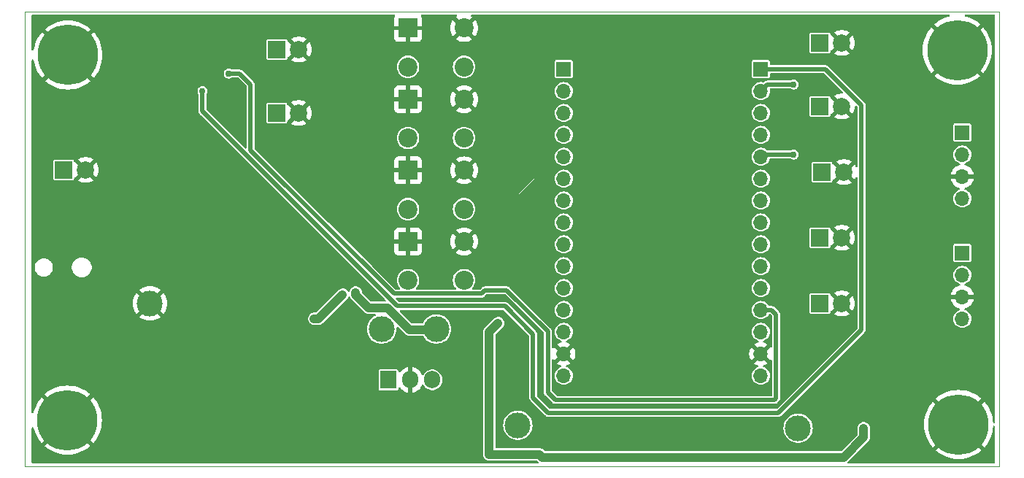
<source format=gbr>
%TF.GenerationSoftware,KiCad,Pcbnew,7.0.5*%
%TF.CreationDate,2024-07-10T14:16:31-04:00*%
%TF.ProjectId,homeWork2,686f6d65-576f-4726-9b32-2e6b69636164,V2*%
%TF.SameCoordinates,Original*%
%TF.FileFunction,Copper,L2,Bot*%
%TF.FilePolarity,Positive*%
%FSLAX46Y46*%
G04 Gerber Fmt 4.6, Leading zero omitted, Abs format (unit mm)*
G04 Created by KiCad (PCBNEW 7.0.5) date 2024-07-10 14:16:31*
%MOMM*%
%LPD*%
G01*
G04 APERTURE LIST*
%TA.AperFunction,ComponentPad*%
%ADD10R,2.000000X2.000000*%
%TD*%
%TA.AperFunction,ComponentPad*%
%ADD11C,2.000000*%
%TD*%
%TA.AperFunction,ComponentPad*%
%ADD12R,2.200000X2.200000*%
%TD*%
%TA.AperFunction,ComponentPad*%
%ADD13C,2.200000*%
%TD*%
%TA.AperFunction,ComponentPad*%
%ADD14C,0.800000*%
%TD*%
%TA.AperFunction,ComponentPad*%
%ADD15C,7.000000*%
%TD*%
%TA.AperFunction,ComponentPad*%
%ADD16R,1.700000X1.700000*%
%TD*%
%TA.AperFunction,ComponentPad*%
%ADD17O,1.700000X1.700000*%
%TD*%
%TA.AperFunction,ComponentPad*%
%ADD18C,3.000000*%
%TD*%
%TA.AperFunction,ComponentPad*%
%ADD19R,1.905000X2.000000*%
%TD*%
%TA.AperFunction,ComponentPad*%
%ADD20O,1.905000X2.000000*%
%TD*%
%TA.AperFunction,ViaPad*%
%ADD21C,0.762000*%
%TD*%
%TA.AperFunction,Conductor*%
%ADD22C,1.016000*%
%TD*%
%TA.AperFunction,Conductor*%
%ADD23C,0.500000*%
%TD*%
%TA.AperFunction,Profile*%
%ADD24C,0.100000*%
%TD*%
G04 APERTURE END LIST*
D10*
%TO.P,D6-lostSock1,1*%
%TO.N,Net-(D6-lostSock1-Pad1)*%
X142240000Y-53594000D03*
D11*
%TO.P,D6-lostSock1,2*%
%TO.N,GND*%
X144780000Y-53594000D03*
%TD*%
D12*
%TO.P,S2-RepeatCalculation1,1*%
%TO.N,GND*%
X94452900Y-60128600D03*
D13*
%TO.P,S2-RepeatCalculation1,2*%
X100952900Y-60128600D03*
%TO.P,S2-RepeatCalculation1,3*%
%TO.N,Net-(J2-Pin_3)*%
X94452900Y-64628600D03*
%TO.P,S2-RepeatCalculation1,4*%
X100952900Y-64628600D03*
%TD*%
D14*
%TO.P,H1,1,1*%
%TO.N,GND*%
X52375000Y-55000000D03*
X53143845Y-53143845D03*
X53143845Y-56856155D03*
X55000000Y-52375000D03*
D15*
X55000000Y-55000000D03*
D14*
X55000000Y-57625000D03*
X56856155Y-53143845D03*
X56856155Y-56856155D03*
X57625000Y-55000000D03*
%TD*%
D16*
%TO.P,J2,1,Pin_1*%
%TO.N,Net-(J2-Pin_1)*%
X112522000Y-56642000D03*
D17*
%TO.P,J2,2,Pin_2*%
%TO.N,Net-(J2-Pin_2)*%
X112522000Y-59182000D03*
%TO.P,J2,3,Pin_3*%
%TO.N,Net-(J2-Pin_3)*%
X112522000Y-61722000D03*
%TO.P,J2,4,Pin_4*%
%TO.N,Net-(J2-Pin_4)*%
X112522000Y-64262000D03*
%TO.P,J2,5,Pin_5*%
%TO.N,Net-(J2-Pin_5)*%
X112522000Y-66802000D03*
%TO.P,J2,6,Pin_6*%
%TO.N,Net-(J2-Pin_6)*%
X112522000Y-69342000D03*
%TO.P,J2,7,Pin_7*%
%TO.N,Net-(J2-Pin_7)*%
X112522000Y-71882000D03*
%TO.P,J2,8,Pin_8*%
%TO.N,Net-(J2-Pin_8)*%
X112522000Y-74422000D03*
%TO.P,J2,9,Pin_9*%
%TO.N,Net-(J2-Pin_9)*%
X112522000Y-76962000D03*
%TO.P,J2,10,Pin_10*%
%TO.N,Net-(J2-Pin_10)*%
X112522000Y-79502000D03*
%TO.P,J2,11,Pin_11*%
%TO.N,Net-(J2-Pin_11)*%
X112522000Y-82042000D03*
%TO.P,J2,12,Pin_12*%
%TO.N,Net-(J2-Pin_12)*%
X112522000Y-84582000D03*
%TO.P,J2,13,Pin_13*%
%TO.N,Net-(J2-Pin_13)*%
X112522000Y-87122000D03*
%TO.P,J2,14,Pin_14*%
%TO.N,GND*%
X112522000Y-89662000D03*
%TO.P,J2,15,Pin_15*%
%TO.N,/+5Vesp32*%
X112522000Y-92202000D03*
%TD*%
D16*
%TO.P,J5_DFPLAYER1,1,Pin_1*%
%TO.N,Net-(J3-Pin_9)*%
X158750000Y-77978000D03*
D17*
%TO.P,J5_DFPLAYER1,2,Pin_2*%
%TO.N,Net-(J3-Pin_10)*%
X158750000Y-80518000D03*
%TO.P,J5_DFPLAYER1,3,Pin_3*%
%TO.N,GND*%
X158750000Y-83058000D03*
%TO.P,J5_DFPLAYER1,4,Pin_4*%
%TO.N,/+3V3esp32*%
X158750000Y-85598000D03*
%TD*%
D18*
%TO.P,TP5,1,1*%
%TO.N,/+3V3esp32*%
X139700000Y-98298000D03*
%TD*%
%TO.P,TP2,1,1*%
%TO.N,Vin*%
X91398750Y-86792750D03*
%TD*%
D14*
%TO.P,H2,1,1*%
%TO.N,GND*%
X52317155Y-97360155D03*
X53086000Y-95504000D03*
X53086000Y-99216310D03*
X54942155Y-94735155D03*
D15*
X54942155Y-97360155D03*
D14*
X54942155Y-99985155D03*
X56798310Y-95504000D03*
X56798310Y-99216310D03*
X57567155Y-97360155D03*
%TD*%
D10*
%TO.P,D1,1*%
%TO.N,Net-(D1-Pad1)*%
X54506500Y-68326000D03*
D11*
%TO.P,D1,2*%
%TO.N,GND*%
X57046500Y-68326000D03*
%TD*%
D14*
%TO.P,H4,1,1*%
%TO.N,GND*%
X155695155Y-97868155D03*
X156464000Y-96012000D03*
X156464000Y-99724310D03*
X158320155Y-95243155D03*
D15*
X158320155Y-97868155D03*
D14*
X158320155Y-100493155D03*
X160176310Y-96012000D03*
X160176310Y-99724310D03*
X160945155Y-97868155D03*
%TD*%
D10*
%TO.P,D3-babyCrying1,1*%
%TO.N,Net-(D3-babyCrying1-Pad1)*%
X142240000Y-76200000D03*
D11*
%TO.P,D3-babyCrying1,2*%
%TO.N,GND*%
X144780000Y-76200000D03*
%TD*%
D12*
%TO.P,S1-morseCodeDanger1,1*%
%TO.N,GND*%
X94452900Y-51878600D03*
D13*
%TO.P,S1-morseCodeDanger1,2*%
X100952900Y-51878600D03*
%TO.P,S1-morseCodeDanger1,3*%
%TO.N,Net-(J2-Pin_2)*%
X94452900Y-56378600D03*
%TO.P,S1-morseCodeDanger1,4*%
X100952900Y-56378600D03*
%TD*%
D18*
%TO.P,TP4,1,1*%
%TO.N,/+5Vesp32*%
X107188000Y-97958000D03*
%TD*%
D10*
%TO.P,D5-coldFood1,1*%
%TO.N,Net-(D5-coldFood1-Pad1)*%
X142240000Y-83820000D03*
D11*
%TO.P,D5-coldFood1,2*%
%TO.N,GND*%
X144780000Y-83820000D03*
%TD*%
D18*
%TO.P,TP3,1,1*%
%TO.N,+5V*%
X97748750Y-86792750D03*
%TD*%
D10*
%TO.P,D9-MUTE1,1*%
%TO.N,Net-(D9-MUTE1-Pad1)*%
X79223500Y-61722000D03*
D11*
%TO.P,D9-MUTE1,2*%
%TO.N,GND*%
X81763500Y-61722000D03*
%TD*%
D12*
%TO.P,S3-muteFiveMin1,1*%
%TO.N,GND*%
X94452900Y-68378600D03*
D13*
%TO.P,S3-muteFiveMin1,2*%
X100952900Y-68378600D03*
%TO.P,S3-muteFiveMin1,3*%
%TO.N,Net-(J2-Pin_4)*%
X94452900Y-72878600D03*
%TO.P,S3-muteFiveMin1,4*%
X100952900Y-72878600D03*
%TD*%
D10*
%TO.P,D4-ONOFF1,1*%
%TO.N,Net-(D4-ONOFF1-Pad1)*%
X79248000Y-54356000D03*
D11*
%TO.P,D4-ONOFF1,2*%
%TO.N,GND*%
X81788000Y-54356000D03*
%TD*%
D16*
%TO.P,J4_LCD1,1,Pin_1*%
%TO.N,Net-(J3-Pin_2)*%
X158750000Y-64008000D03*
D17*
%TO.P,J4_LCD1,2,Pin_2*%
%TO.N,Net-(J3-Pin_5)*%
X158750000Y-66548000D03*
%TO.P,J4_LCD1,3,Pin_3*%
%TO.N,GND*%
X158750000Y-69088000D03*
%TO.P,J4_LCD1,4,Pin_4*%
%TO.N,/+3V3esp32*%
X158750000Y-71628000D03*
%TD*%
D10*
%TO.P,D7-SheildFailure1,1*%
%TO.N,Net-(D7-SheildFailure1-Pad1)*%
X142240000Y-60960000D03*
D11*
%TO.P,D7-SheildFailure1,2*%
%TO.N,GND*%
X144780000Y-60960000D03*
%TD*%
D19*
%TO.P,U1,1,VI*%
%TO.N,Vin*%
X92184750Y-92687750D03*
D20*
%TO.P,U1,2,GND*%
%TO.N,GND*%
X94724750Y-92687750D03*
%TO.P,U1,3,VO*%
%TO.N,+5V*%
X97264750Y-92687750D03*
%TD*%
D12*
%TO.P,S4-SendEmergMessage1,1*%
%TO.N,GND*%
X94452900Y-76628600D03*
D13*
%TO.P,S4-SendEmergMessage1,2*%
X100952900Y-76628600D03*
%TO.P,S4-SendEmergMessage1,3*%
%TO.N,Net-(J2-Pin_5)*%
X94452900Y-81128600D03*
%TO.P,S4-SendEmergMessage1,4*%
X100952900Y-81128600D03*
%TD*%
D16*
%TO.P,J3,1,Pin_1*%
%TO.N,Net-(J3-Pin_1)*%
X135382000Y-56642000D03*
D17*
%TO.P,J3,2,Pin_2*%
%TO.N,Net-(J3-Pin_2)*%
X135382000Y-59182000D03*
%TO.P,J3,3,Pin_3*%
%TO.N,Net-(J3-Pin_3)*%
X135382000Y-61722000D03*
%TO.P,J3,4,Pin_4*%
%TO.N,Net-(J3-Pin_4)*%
X135382000Y-64262000D03*
%TO.P,J3,5,Pin_5*%
%TO.N,Net-(J3-Pin_5)*%
X135382000Y-66802000D03*
%TO.P,J3,6,Pin_6*%
%TO.N,Net-(J3-Pin_6)*%
X135382000Y-69342000D03*
%TO.P,J3,7,Pin_7*%
%TO.N,Net-(J3-Pin_7)*%
X135382000Y-71882000D03*
%TO.P,J3,8,Pin_8*%
%TO.N,Net-(J3-Pin_8)*%
X135382000Y-74422000D03*
%TO.P,J3,9,Pin_9*%
%TO.N,Net-(J3-Pin_9)*%
X135382000Y-76962000D03*
%TO.P,J3,10,Pin_10*%
%TO.N,Net-(J3-Pin_10)*%
X135382000Y-79502000D03*
%TO.P,J3,11,Pin_11*%
%TO.N,Net-(J3-Pin_11)*%
X135382000Y-82042000D03*
%TO.P,J3,12,Pin_12*%
%TO.N,Net-(J3-Pin_12)*%
X135382000Y-84582000D03*
%TO.P,J3,13,Pin_13*%
%TO.N,Net-(J3-Pin_13)*%
X135382000Y-87122000D03*
%TO.P,J3,14,Pin_14*%
%TO.N,GND*%
X135382000Y-89662000D03*
%TO.P,J3,15,Pin_15*%
%TO.N,/+3V3esp32*%
X135382000Y-92202000D03*
%TD*%
D10*
%TO.P,D8-highBP1,1*%
%TO.N,Net-(D8-highBP1-Pad1)*%
X142478000Y-68580000D03*
D11*
%TO.P,D8-highBP1,2*%
%TO.N,GND*%
X145018000Y-68580000D03*
%TD*%
D18*
%TO.P,TP1,1,1*%
%TO.N,GND*%
X64516000Y-83820000D03*
%TD*%
D14*
%TO.P,H3,1,1*%
%TO.N,GND*%
X155538845Y-54434155D03*
X156307690Y-52578000D03*
X156307690Y-56290310D03*
X158163845Y-51809155D03*
D15*
X158163845Y-54434155D03*
D14*
X158163845Y-57059155D03*
X160020000Y-52578000D03*
X160020000Y-56290310D03*
X160788845Y-54434155D03*
%TD*%
D21*
%TO.N,+5V*%
X88392000Y-82550000D03*
%TO.N,+3.3V*%
X147320000Y-98298000D03*
X104902000Y-86106000D03*
%TO.N,/PVRAW*%
X83566000Y-85598000D03*
X86868000Y-82804000D03*
%TO.N,Net-(J3-Pin_1)*%
X70612000Y-59182000D03*
%TO.N,Net-(J3-Pin_2)*%
X139192000Y-58420000D03*
%TO.N,Net-(J3-Pin_5)*%
X139192000Y-66548000D03*
%TO.N,Net-(J3-Pin_12)*%
X73660000Y-57150000D03*
%TD*%
D22*
%TO.N,+5V*%
X88392000Y-82550000D02*
X88392000Y-82804000D01*
X96402834Y-86868000D02*
X96478084Y-86792750D01*
X94596584Y-86868000D02*
X96402834Y-86868000D01*
X92056584Y-84328000D02*
X94596584Y-86868000D01*
X89916000Y-84328000D02*
X92056584Y-84328000D01*
X96478084Y-86792750D02*
X97748750Y-86792750D01*
X88392000Y-82804000D02*
X89916000Y-84328000D01*
%TO.N,+3.3V*%
X103886000Y-101346000D02*
X109728000Y-101346000D01*
X104902000Y-86106000D02*
X103886000Y-87122000D01*
X110058950Y-101676950D02*
X144957050Y-101676950D01*
X109728000Y-101346000D02*
X110058950Y-101676950D01*
X103886000Y-87122000D02*
X103886000Y-101346000D01*
X147320000Y-99314000D02*
X147320000Y-98298000D01*
X144957050Y-101676950D02*
X147320000Y-99314000D01*
%TO.N,/PVRAW*%
X86868000Y-82804000D02*
X84074000Y-85598000D01*
X84074000Y-85598000D02*
X83566000Y-85598000D01*
D23*
%TO.N,Net-(J3-Pin_1)*%
X108966000Y-87376000D02*
X108966000Y-94742000D01*
X70612000Y-61528599D02*
X93215401Y-84132000D01*
X105722000Y-84132000D02*
X108966000Y-87376000D01*
X142886610Y-56642000D02*
X135382000Y-56642000D01*
X110744000Y-96520000D02*
X137414000Y-96520000D01*
X137414000Y-96520000D02*
X147066000Y-86868000D01*
X147066000Y-86868000D02*
X147066000Y-60821390D01*
X147066000Y-60821390D02*
X142886610Y-56642000D01*
X93215401Y-84132000D02*
X105722000Y-84132000D01*
X108966000Y-94742000D02*
X110744000Y-96520000D01*
X70612000Y-59182000D02*
X70612000Y-61528599D01*
%TO.N,Net-(J3-Pin_2)*%
X136144000Y-58420000D02*
X135382000Y-59182000D01*
X139192000Y-58420000D02*
X136144000Y-58420000D01*
%TO.N,Net-(J3-Pin_5)*%
X139192000Y-66548000D02*
X135636000Y-66548000D01*
X135636000Y-66548000D02*
X135382000Y-66802000D01*
%TO.N,Net-(J3-Pin_12)*%
X137160000Y-85090000D02*
X136652000Y-84582000D01*
X111542030Y-95032030D02*
X136942030Y-95032030D01*
X105918000Y-82296000D02*
X110682000Y-87060000D01*
X136652000Y-84582000D02*
X135382000Y-84582000D01*
X137160000Y-94814060D02*
X137160000Y-85090000D01*
X73660000Y-57150000D02*
X74930000Y-57150000D01*
X102998600Y-82678600D02*
X103381200Y-82296000D01*
X110682000Y-94172000D02*
X111542030Y-95032030D01*
X103381200Y-82296000D02*
X105918000Y-82296000D01*
X76200000Y-58420000D02*
X76200000Y-66040000D01*
X76200000Y-66040000D02*
X92838600Y-82678600D01*
X136942030Y-95032030D02*
X137160000Y-94814060D01*
X74930000Y-57150000D02*
X76200000Y-58420000D01*
X92838600Y-82678600D02*
X102998600Y-82678600D01*
X110682000Y-87060000D02*
X110682000Y-94172000D01*
%TD*%
%TA.AperFunction,Conductor*%
%TO.N,GND*%
G36*
X111029330Y-67310000D02*
G01*
X107344520Y-71120000D01*
X104763209Y-73660000D01*
X104730721Y-70529279D01*
X110695757Y-64340757D01*
X111029330Y-67310000D01*
G37*
%TD.AperFunction*%
%TD*%
%TA.AperFunction,Conductor*%
%TO.N,GND*%
G36*
X92903850Y-50322445D02*
G01*
X92949605Y-50375249D01*
X92959549Y-50444407D01*
X92936077Y-50501072D01*
X92909547Y-50536510D01*
X92909545Y-50536513D01*
X92859303Y-50671220D01*
X92859301Y-50671227D01*
X92852900Y-50730755D01*
X92852900Y-51628600D01*
X93907018Y-51628600D01*
X93868344Y-51721969D01*
X93847723Y-51878600D01*
X93868344Y-52035231D01*
X93907018Y-52128600D01*
X92852900Y-52128600D01*
X92852900Y-53026444D01*
X92859301Y-53085972D01*
X92859303Y-53085979D01*
X92909545Y-53220686D01*
X92909549Y-53220693D01*
X92995709Y-53335787D01*
X92995712Y-53335790D01*
X93110806Y-53421950D01*
X93110813Y-53421954D01*
X93245520Y-53472196D01*
X93245527Y-53472198D01*
X93305055Y-53478599D01*
X93305072Y-53478600D01*
X94202900Y-53478600D01*
X94202899Y-52424481D01*
X94296269Y-52463156D01*
X94413577Y-52478600D01*
X94492223Y-52478600D01*
X94609531Y-52463156D01*
X94702900Y-52424481D01*
X94702900Y-53478600D01*
X95600728Y-53478600D01*
X95600744Y-53478599D01*
X95660272Y-53472198D01*
X95660279Y-53472196D01*
X95794986Y-53421954D01*
X95794993Y-53421950D01*
X95910087Y-53335790D01*
X95910090Y-53335787D01*
X95996250Y-53220693D01*
X95996254Y-53220686D01*
X96046496Y-53085979D01*
X96046498Y-53085972D01*
X96052899Y-53026444D01*
X96052900Y-53026427D01*
X96052900Y-52128600D01*
X94998782Y-52128600D01*
X95037456Y-52035231D01*
X95058077Y-51878600D01*
X95037456Y-51721969D01*
X94998782Y-51628600D01*
X96052900Y-51628600D01*
X96052900Y-50730772D01*
X96052899Y-50730755D01*
X96046498Y-50671227D01*
X96046496Y-50671220D01*
X95996254Y-50536513D01*
X95996252Y-50536510D01*
X95969723Y-50501072D01*
X95945305Y-50435608D01*
X95960156Y-50367335D01*
X96009561Y-50317929D01*
X96068989Y-50302760D01*
X100022556Y-50302760D01*
X100089595Y-50322445D01*
X100135350Y-50375249D01*
X100145294Y-50444407D01*
X100116269Y-50507963D01*
X100087346Y-50532487D01*
X100009537Y-50580168D01*
X100008720Y-50580866D01*
X100743680Y-51315826D01*
X100650312Y-51354501D01*
X100524975Y-51450675D01*
X100428801Y-51576011D01*
X100390126Y-51669380D01*
X99655166Y-50934420D01*
X99654468Y-50935237D01*
X99522880Y-51149968D01*
X99426503Y-51382643D01*
X99367712Y-51627527D01*
X99347952Y-51878599D01*
X99367712Y-52129672D01*
X99426503Y-52374556D01*
X99522880Y-52607231D01*
X99654466Y-52821958D01*
X99654477Y-52821974D01*
X99655164Y-52822778D01*
X99655166Y-52822778D01*
X100390126Y-52087817D01*
X100428801Y-52181188D01*
X100524975Y-52306525D01*
X100650312Y-52402699D01*
X100743679Y-52441372D01*
X100008719Y-53176332D01*
X100009536Y-53177030D01*
X100009538Y-53177032D01*
X100224268Y-53308619D01*
X100456943Y-53404996D01*
X100701827Y-53463787D01*
X100952899Y-53483547D01*
X101203972Y-53463787D01*
X101448856Y-53404996D01*
X101681531Y-53308619D01*
X101896260Y-53177032D01*
X101896271Y-53177024D01*
X101897079Y-53176332D01*
X101162120Y-52441372D01*
X101255488Y-52402699D01*
X101380825Y-52306525D01*
X101476999Y-52181189D01*
X101515673Y-52087820D01*
X102250632Y-52822779D01*
X102251324Y-52821971D01*
X102251332Y-52821960D01*
X102382919Y-52607231D01*
X102479296Y-52374556D01*
X102538087Y-52129672D01*
X102557847Y-51878599D01*
X102538087Y-51627527D01*
X102479296Y-51382643D01*
X102382919Y-51149968D01*
X102251332Y-50935238D01*
X102251330Y-50935236D01*
X102250632Y-50934419D01*
X101515672Y-51669379D01*
X101476999Y-51576012D01*
X101380825Y-51450675D01*
X101255488Y-51354501D01*
X101162119Y-51315826D01*
X101897078Y-50580866D01*
X101897078Y-50580864D01*
X101896274Y-50580177D01*
X101896258Y-50580166D01*
X101818454Y-50532487D01*
X101771579Y-50480675D01*
X101760156Y-50411746D01*
X101787813Y-50347583D01*
X101845769Y-50308558D01*
X101883244Y-50302760D01*
X157189685Y-50302760D01*
X157256724Y-50322445D01*
X157302479Y-50375249D01*
X157312423Y-50444407D01*
X157283398Y-50507963D01*
X157224620Y-50545737D01*
X157219814Y-50547044D01*
X157001299Y-50601778D01*
X157001296Y-50601779D01*
X156631285Y-50734171D01*
X156631269Y-50734178D01*
X156275980Y-50902217D01*
X155938886Y-51104264D01*
X155623213Y-51338383D01*
X155517467Y-51434224D01*
X156467054Y-52383811D01*
X156405235Y-52342505D01*
X156332314Y-52328000D01*
X156283066Y-52328000D01*
X156210145Y-52342505D01*
X156127450Y-52397760D01*
X156072195Y-52480455D01*
X156052792Y-52578000D01*
X156072195Y-52675545D01*
X156113501Y-52737364D01*
X155163914Y-51787777D01*
X155068073Y-51893523D01*
X154833954Y-52209196D01*
X154631907Y-52546290D01*
X154463868Y-52901579D01*
X154463861Y-52901595D01*
X154331470Y-53271605D01*
X154235974Y-53652846D01*
X154178306Y-54041604D01*
X154159021Y-54434154D01*
X154178306Y-54826705D01*
X154235974Y-55215463D01*
X154331470Y-55596704D01*
X154463861Y-55966714D01*
X154463868Y-55966730D01*
X154631907Y-56322019D01*
X154833954Y-56659113D01*
X155068073Y-56974787D01*
X155163913Y-57080531D01*
X155163914Y-57080531D01*
X156113503Y-56130941D01*
X156072195Y-56192765D01*
X156052792Y-56290310D01*
X156072195Y-56387855D01*
X156127450Y-56470550D01*
X156210145Y-56525805D01*
X156283066Y-56540310D01*
X156332314Y-56540310D01*
X156405235Y-56525805D01*
X156467050Y-56484501D01*
X155517467Y-57434084D01*
X155517467Y-57434085D01*
X155623212Y-57529926D01*
X155938886Y-57764045D01*
X156275980Y-57966092D01*
X156631269Y-58134131D01*
X156631285Y-58134138D01*
X157001295Y-58266529D01*
X157382536Y-58362025D01*
X157771294Y-58419693D01*
X158163845Y-58438978D01*
X158556395Y-58419693D01*
X158945153Y-58362025D01*
X159326394Y-58266529D01*
X159696404Y-58134138D01*
X159696420Y-58134131D01*
X160051709Y-57966092D01*
X160388803Y-57764045D01*
X160704477Y-57529925D01*
X160810221Y-57434084D01*
X159860635Y-56484498D01*
X159922455Y-56525805D01*
X159995376Y-56540310D01*
X160044624Y-56540310D01*
X160117545Y-56525805D01*
X160200240Y-56470550D01*
X160255495Y-56387855D01*
X160274898Y-56290310D01*
X160255495Y-56192765D01*
X160214188Y-56130945D01*
X161163774Y-57080531D01*
X161259615Y-56974787D01*
X161493735Y-56659113D01*
X161695782Y-56322019D01*
X161863821Y-55966730D01*
X161863828Y-55966714D01*
X161996219Y-55596704D01*
X162091715Y-55215463D01*
X162149383Y-54826705D01*
X162168668Y-54434154D01*
X162149383Y-54041604D01*
X162091715Y-53652846D01*
X161996219Y-53271605D01*
X161863828Y-52901595D01*
X161863821Y-52901579D01*
X161695782Y-52546290D01*
X161493735Y-52209196D01*
X161259616Y-51893522D01*
X161163775Y-51787777D01*
X161163774Y-51787777D01*
X160214191Y-52737359D01*
X160255495Y-52675545D01*
X160274898Y-52578000D01*
X160255495Y-52480455D01*
X160200240Y-52397760D01*
X160117545Y-52342505D01*
X160044624Y-52328000D01*
X159995376Y-52328000D01*
X159922455Y-52342505D01*
X159860632Y-52383813D01*
X160810221Y-51434224D01*
X160810221Y-51434223D01*
X160704477Y-51338383D01*
X160388803Y-51104264D01*
X160051709Y-50902217D01*
X159696420Y-50734178D01*
X159696404Y-50734171D01*
X159326393Y-50601779D01*
X159326390Y-50601778D01*
X159107876Y-50547044D01*
X159047628Y-50511660D01*
X159016075Y-50449321D01*
X159023233Y-50379819D01*
X159066831Y-50325220D01*
X159133026Y-50302860D01*
X159138005Y-50302760D01*
X162436000Y-50302760D01*
X162503039Y-50322445D01*
X162548794Y-50375249D01*
X162560000Y-50426760D01*
X162560000Y-97600916D01*
X162540315Y-97667955D01*
X162487511Y-97713710D01*
X162418353Y-97723654D01*
X162354797Y-97694629D01*
X162317023Y-97635851D01*
X162312149Y-97607000D01*
X162305693Y-97475604D01*
X162248025Y-97086846D01*
X162152529Y-96705605D01*
X162020138Y-96335595D01*
X162020131Y-96335579D01*
X161852092Y-95980290D01*
X161650045Y-95643196D01*
X161415926Y-95327522D01*
X161320085Y-95221777D01*
X161320084Y-95221777D01*
X160370501Y-96171359D01*
X160411805Y-96109545D01*
X160431208Y-96012000D01*
X160411805Y-95914455D01*
X160356550Y-95831760D01*
X160273855Y-95776505D01*
X160200934Y-95762000D01*
X160151686Y-95762000D01*
X160078765Y-95776505D01*
X160016942Y-95817813D01*
X160966531Y-94868224D01*
X160966531Y-94868223D01*
X160860787Y-94772383D01*
X160545113Y-94538264D01*
X160208019Y-94336217D01*
X159852730Y-94168178D01*
X159852714Y-94168171D01*
X159482704Y-94035780D01*
X159101463Y-93940284D01*
X158712705Y-93882616D01*
X158320155Y-93863331D01*
X157927604Y-93882616D01*
X157538846Y-93940284D01*
X157157605Y-94035780D01*
X156787595Y-94168171D01*
X156787579Y-94168178D01*
X156432290Y-94336217D01*
X156095196Y-94538264D01*
X155779523Y-94772383D01*
X155673777Y-94868224D01*
X156623364Y-95817811D01*
X156561545Y-95776505D01*
X156488624Y-95762000D01*
X156439376Y-95762000D01*
X156366455Y-95776505D01*
X156283760Y-95831760D01*
X156228505Y-95914455D01*
X156209102Y-96012000D01*
X156228505Y-96109545D01*
X156269811Y-96171364D01*
X155320224Y-95221777D01*
X155224383Y-95327523D01*
X154990264Y-95643196D01*
X154788217Y-95980290D01*
X154620178Y-96335579D01*
X154620171Y-96335595D01*
X154487780Y-96705605D01*
X154392284Y-97086846D01*
X154334616Y-97475604D01*
X154315331Y-97868154D01*
X154334616Y-98260705D01*
X154392284Y-98649463D01*
X154487780Y-99030704D01*
X154620171Y-99400714D01*
X154620178Y-99400730D01*
X154788217Y-99756019D01*
X154990264Y-100093113D01*
X155224383Y-100408787D01*
X155320223Y-100514531D01*
X155320224Y-100514531D01*
X156269813Y-99564941D01*
X156228505Y-99626765D01*
X156209102Y-99724310D01*
X156228505Y-99821855D01*
X156283760Y-99904550D01*
X156366455Y-99959805D01*
X156439376Y-99974310D01*
X156488624Y-99974310D01*
X156561545Y-99959805D01*
X156623360Y-99918501D01*
X155673777Y-100868084D01*
X155673777Y-100868085D01*
X155779522Y-100963926D01*
X156095196Y-101198045D01*
X156432290Y-101400092D01*
X156787579Y-101568131D01*
X156787595Y-101568138D01*
X157157605Y-101700529D01*
X157538846Y-101796025D01*
X157927604Y-101853693D01*
X158320155Y-101872978D01*
X158712705Y-101853693D01*
X159101463Y-101796025D01*
X159482704Y-101700529D01*
X159852714Y-101568138D01*
X159852730Y-101568131D01*
X160208019Y-101400092D01*
X160545113Y-101198045D01*
X160860787Y-100963925D01*
X160966531Y-100868084D01*
X160016945Y-99918498D01*
X160078765Y-99959805D01*
X160151686Y-99974310D01*
X160200934Y-99974310D01*
X160273855Y-99959805D01*
X160356550Y-99904550D01*
X160411805Y-99821855D01*
X160431208Y-99724310D01*
X160411805Y-99626765D01*
X160370498Y-99564945D01*
X161320084Y-100514531D01*
X161415925Y-100408787D01*
X161650045Y-100093113D01*
X161852092Y-99756019D01*
X162020131Y-99400730D01*
X162020138Y-99400714D01*
X162152529Y-99030704D01*
X162248025Y-98649463D01*
X162305693Y-98260705D01*
X162312149Y-98129309D01*
X162335100Y-98063316D01*
X162390085Y-98020207D01*
X162459648Y-98013669D01*
X162521703Y-98045777D01*
X162556548Y-98106338D01*
X162560000Y-98135393D01*
X162560000Y-102279240D01*
X162540315Y-102346279D01*
X162487511Y-102392034D01*
X162436000Y-102403240D01*
X145535676Y-102403240D01*
X145468637Y-102383555D01*
X145422882Y-102330751D01*
X145412938Y-102261593D01*
X145441963Y-102198037D01*
X145442858Y-102197016D01*
X145449146Y-102189917D01*
X145471951Y-102164175D01*
X145474485Y-102161483D01*
X147804533Y-99831435D01*
X147807208Y-99828916D01*
X147854215Y-99787273D01*
X147889870Y-99735615D01*
X147892067Y-99732631D01*
X147898587Y-99724310D01*
X147930775Y-99683226D01*
X147935033Y-99673764D01*
X147946060Y-99654213D01*
X147951954Y-99645675D01*
X147974213Y-99586978D01*
X147975622Y-99583577D01*
X148001389Y-99526329D01*
X148003260Y-99516116D01*
X148009288Y-99494495D01*
X148012965Y-99484801D01*
X148020527Y-99422521D01*
X148021090Y-99418817D01*
X148032402Y-99357092D01*
X148028613Y-99294447D01*
X148028500Y-99290703D01*
X148028500Y-98255138D01*
X148017994Y-98168620D01*
X148012965Y-98127199D01*
X147951954Y-97966325D01*
X147854215Y-97824727D01*
X147854213Y-97824725D01*
X147854210Y-97824722D01*
X147725432Y-97710634D01*
X147573079Y-97630673D01*
X147406028Y-97589500D01*
X147233972Y-97589500D01*
X147066920Y-97630673D01*
X146914567Y-97710634D01*
X146785789Y-97824722D01*
X146785786Y-97824725D01*
X146688045Y-97966326D01*
X146627035Y-98127197D01*
X146611500Y-98255138D01*
X146611500Y-98969167D01*
X146591815Y-99036206D01*
X146575181Y-99056848D01*
X144699899Y-100932131D01*
X144638576Y-100965616D01*
X144612218Y-100968450D01*
X110403782Y-100968450D01*
X110336743Y-100948765D01*
X110316101Y-100932131D01*
X110316100Y-100932131D01*
X110245434Y-100861464D01*
X110242900Y-100858772D01*
X110201273Y-100811785D01*
X110201272Y-100811784D01*
X110201271Y-100811783D01*
X110149628Y-100776136D01*
X110146611Y-100773916D01*
X110097227Y-100735225D01*
X110091235Y-100732528D01*
X110087760Y-100730964D01*
X110068216Y-100719941D01*
X110063210Y-100716486D01*
X110059677Y-100714047D01*
X110059672Y-100714044D01*
X110001015Y-100691798D01*
X109997555Y-100690365D01*
X109940331Y-100664611D01*
X109940332Y-100664611D01*
X109930110Y-100662738D01*
X109908510Y-100656716D01*
X109898801Y-100653035D01*
X109898797Y-100653034D01*
X109898796Y-100653034D01*
X109836511Y-100645470D01*
X109832810Y-100644907D01*
X109771096Y-100633598D01*
X109771090Y-100633598D01*
X109708455Y-100637387D01*
X109704710Y-100637500D01*
X104718500Y-100637500D01*
X104651461Y-100617815D01*
X104605706Y-100565011D01*
X104594500Y-100513500D01*
X104594500Y-97958004D01*
X105482732Y-97958004D01*
X105501777Y-98212154D01*
X105557050Y-98454322D01*
X105558492Y-98460637D01*
X105651607Y-98697888D01*
X105779041Y-98918612D01*
X105937950Y-99117877D01*
X106124783Y-99291232D01*
X106335366Y-99434805D01*
X106335371Y-99434807D01*
X106335372Y-99434808D01*
X106335373Y-99434809D01*
X106439184Y-99484801D01*
X106564992Y-99545387D01*
X106564993Y-99545387D01*
X106564996Y-99545389D01*
X106808542Y-99620513D01*
X107060565Y-99658500D01*
X107315435Y-99658500D01*
X107567458Y-99620513D01*
X107811004Y-99545389D01*
X108040634Y-99434805D01*
X108251217Y-99291232D01*
X108438050Y-99117877D01*
X108596959Y-98918612D01*
X108724393Y-98697888D01*
X108817508Y-98460637D01*
X108854628Y-98298004D01*
X137994732Y-98298004D01*
X138013777Y-98552154D01*
X138047040Y-98697890D01*
X138070492Y-98800637D01*
X138163607Y-99037888D01*
X138291041Y-99258612D01*
X138449950Y-99457877D01*
X138636783Y-99631232D01*
X138847366Y-99774805D01*
X138847371Y-99774807D01*
X138847372Y-99774808D01*
X138847373Y-99774809D01*
X138945066Y-99821855D01*
X139076992Y-99885387D01*
X139076993Y-99885387D01*
X139076996Y-99885389D01*
X139320542Y-99960513D01*
X139572565Y-99998500D01*
X139827435Y-99998500D01*
X140079458Y-99960513D01*
X140323004Y-99885389D01*
X140552634Y-99774805D01*
X140763217Y-99631232D01*
X140950050Y-99457877D01*
X141108959Y-99258612D01*
X141236393Y-99037888D01*
X141329508Y-98800637D01*
X141386222Y-98552157D01*
X141405268Y-98298000D01*
X141404770Y-98291358D01*
X141386222Y-98043845D01*
X141376510Y-98001295D01*
X141329508Y-97795363D01*
X141236393Y-97558112D01*
X141108959Y-97337388D01*
X140950050Y-97138123D01*
X140763217Y-96964768D01*
X140552634Y-96821195D01*
X140552630Y-96821193D01*
X140552627Y-96821191D01*
X140552626Y-96821190D01*
X140323006Y-96710612D01*
X140323008Y-96710612D01*
X140079466Y-96635489D01*
X140079462Y-96635488D01*
X140079458Y-96635487D01*
X139958231Y-96617214D01*
X139827440Y-96597500D01*
X139827435Y-96597500D01*
X139572565Y-96597500D01*
X139572559Y-96597500D01*
X139415609Y-96621157D01*
X139320542Y-96635487D01*
X139320538Y-96635488D01*
X139320539Y-96635488D01*
X139320533Y-96635489D01*
X139076992Y-96710612D01*
X138847373Y-96821190D01*
X138847372Y-96821191D01*
X138636782Y-96964768D01*
X138449952Y-97138121D01*
X138449950Y-97138123D01*
X138291041Y-97337388D01*
X138163608Y-97558109D01*
X138070492Y-97795362D01*
X138070490Y-97795369D01*
X138013777Y-98043845D01*
X137994732Y-98297995D01*
X137994732Y-98298004D01*
X108854628Y-98298004D01*
X108874222Y-98212157D01*
X108886835Y-98043843D01*
X108893268Y-97958004D01*
X108893268Y-97957995D01*
X108877730Y-97750659D01*
X108874222Y-97703843D01*
X108817508Y-97455363D01*
X108724393Y-97218112D01*
X108596959Y-96997388D01*
X108438050Y-96798123D01*
X108251217Y-96624768D01*
X108040634Y-96481195D01*
X108040630Y-96481193D01*
X108040627Y-96481191D01*
X108040626Y-96481190D01*
X107811006Y-96370612D01*
X107811008Y-96370612D01*
X107567466Y-96295489D01*
X107567462Y-96295488D01*
X107567458Y-96295487D01*
X107446231Y-96277214D01*
X107315440Y-96257500D01*
X107315435Y-96257500D01*
X107060565Y-96257500D01*
X107060559Y-96257500D01*
X106903609Y-96281157D01*
X106808542Y-96295487D01*
X106808538Y-96295488D01*
X106808539Y-96295488D01*
X106808533Y-96295489D01*
X106564992Y-96370612D01*
X106335373Y-96481190D01*
X106335372Y-96481191D01*
X106124782Y-96624768D01*
X105937952Y-96798121D01*
X105937950Y-96798123D01*
X105779041Y-96997388D01*
X105651608Y-97218109D01*
X105558492Y-97455362D01*
X105558490Y-97455369D01*
X105501777Y-97703845D01*
X105482732Y-97957995D01*
X105482732Y-97958004D01*
X104594500Y-97958004D01*
X104594500Y-87466832D01*
X104614185Y-87399793D01*
X104630819Y-87379151D01*
X105433288Y-86576682D01*
X105433291Y-86576679D01*
X105512775Y-86475226D01*
X105583389Y-86318329D01*
X105614402Y-86149092D01*
X105614261Y-86146769D01*
X105609401Y-86066417D01*
X105604014Y-85977351D01*
X105604013Y-85977347D01*
X105604013Y-85977346D01*
X105552829Y-85813093D01*
X105552828Y-85813089D01*
X105547294Y-85803934D01*
X105463816Y-85665846D01*
X105463814Y-85665844D01*
X105463813Y-85665842D01*
X105342157Y-85544186D01*
X105194910Y-85455171D01*
X105194906Y-85455170D01*
X105030651Y-85403986D01*
X104858910Y-85393597D01*
X104858905Y-85393598D01*
X104689669Y-85424611D01*
X104689668Y-85424611D01*
X104532777Y-85495222D01*
X104532776Y-85495223D01*
X104431317Y-85574711D01*
X103401480Y-86604548D01*
X103398753Y-86607115D01*
X103351782Y-86648728D01*
X103351780Y-86648731D01*
X103316138Y-86700367D01*
X103313920Y-86703382D01*
X103275223Y-86752777D01*
X103270962Y-86762243D01*
X103259947Y-86781774D01*
X103254048Y-86790320D01*
X103254044Y-86790328D01*
X103231794Y-86848995D01*
X103230361Y-86852454D01*
X103204610Y-86909670D01*
X103204609Y-86909673D01*
X103202737Y-86919889D01*
X103196715Y-86941494D01*
X103193035Y-86951198D01*
X103185470Y-87013490D01*
X103184908Y-87017179D01*
X103184427Y-87019809D01*
X103173598Y-87078903D01*
X103173598Y-87078908D01*
X103177387Y-87141544D01*
X103177500Y-87145289D01*
X103177500Y-101432027D01*
X103186933Y-101470298D01*
X103188283Y-101477669D01*
X103193034Y-101516798D01*
X103207013Y-101553663D01*
X103209242Y-101560814D01*
X103218675Y-101599082D01*
X103218676Y-101599086D01*
X103236991Y-101633983D01*
X103240065Y-101640813D01*
X103254044Y-101677672D01*
X103254045Y-101677674D01*
X103254046Y-101677675D01*
X103269821Y-101700529D01*
X103276435Y-101710110D01*
X103280312Y-101716523D01*
X103298633Y-101751430D01*
X103324777Y-101780940D01*
X103329385Y-101786822D01*
X103346927Y-101812235D01*
X103351784Y-101819272D01*
X103381288Y-101845410D01*
X103386588Y-101850710D01*
X103412727Y-101880215D01*
X103445171Y-101902609D01*
X103451056Y-101907219D01*
X103480570Y-101933367D01*
X103480569Y-101933367D01*
X103498040Y-101942536D01*
X103515478Y-101951687D01*
X103521882Y-101955559D01*
X103554325Y-101977954D01*
X103591190Y-101991935D01*
X103598011Y-101995005D01*
X103632917Y-102013325D01*
X103632919Y-102013325D01*
X103632920Y-102013326D01*
X103671188Y-102022758D01*
X103678330Y-102024982D01*
X103715199Y-102038965D01*
X103754347Y-102043717D01*
X103761687Y-102045063D01*
X103799972Y-102054500D01*
X103843141Y-102054500D01*
X109383168Y-102054500D01*
X109450207Y-102074185D01*
X109470849Y-102090819D01*
X109541513Y-102161483D01*
X109544064Y-102164194D01*
X109573140Y-102197014D01*
X109602861Y-102260246D01*
X109593677Y-102329510D01*
X109548505Y-102382813D01*
X109481686Y-102403233D01*
X109480324Y-102403240D01*
X50924000Y-102403240D01*
X50856961Y-102383555D01*
X50811206Y-102330751D01*
X50800000Y-102279240D01*
X50800000Y-98291358D01*
X50819685Y-98224319D01*
X50872489Y-98178564D01*
X50941647Y-98168620D01*
X51005203Y-98197645D01*
X51042977Y-98256423D01*
X51044284Y-98261229D01*
X51109778Y-98522700D01*
X51109779Y-98522703D01*
X51242171Y-98892714D01*
X51242178Y-98892730D01*
X51410217Y-99248019D01*
X51612264Y-99585113D01*
X51846383Y-99900787D01*
X51942223Y-100006531D01*
X51942224Y-100006531D01*
X52891813Y-99056941D01*
X52850505Y-99118765D01*
X52831102Y-99216310D01*
X52850505Y-99313855D01*
X52905760Y-99396550D01*
X52988455Y-99451805D01*
X53061376Y-99466310D01*
X53110624Y-99466310D01*
X53183545Y-99451805D01*
X53245360Y-99410501D01*
X52295777Y-100360084D01*
X52295777Y-100360085D01*
X52401522Y-100455926D01*
X52717196Y-100690045D01*
X53054290Y-100892092D01*
X53409579Y-101060131D01*
X53409595Y-101060138D01*
X53779605Y-101192529D01*
X54160846Y-101288025D01*
X54549604Y-101345693D01*
X54942154Y-101364978D01*
X55334705Y-101345693D01*
X55723463Y-101288025D01*
X56104704Y-101192529D01*
X56474714Y-101060138D01*
X56474730Y-101060131D01*
X56830019Y-100892092D01*
X57167113Y-100690045D01*
X57482787Y-100455925D01*
X57588531Y-100360084D01*
X56638945Y-99410498D01*
X56700765Y-99451805D01*
X56773686Y-99466310D01*
X56822934Y-99466310D01*
X56895855Y-99451805D01*
X56978550Y-99396550D01*
X57033805Y-99313855D01*
X57053208Y-99216310D01*
X57033805Y-99118765D01*
X56992499Y-99056946D01*
X57942084Y-100006531D01*
X58037925Y-99900787D01*
X58272045Y-99585113D01*
X58474092Y-99248019D01*
X58642131Y-98892730D01*
X58642138Y-98892714D01*
X58774529Y-98522704D01*
X58870025Y-98141463D01*
X58927693Y-97752705D01*
X58946978Y-97360155D01*
X58927693Y-96967604D01*
X58870025Y-96578846D01*
X58774529Y-96197605D01*
X58642138Y-95827595D01*
X58642131Y-95827579D01*
X58474092Y-95472290D01*
X58272045Y-95135196D01*
X58037926Y-94819522D01*
X57942085Y-94713777D01*
X57942084Y-94713777D01*
X56992502Y-95663358D01*
X57033805Y-95601545D01*
X57053208Y-95504000D01*
X57033805Y-95406455D01*
X56978550Y-95323760D01*
X56895855Y-95268505D01*
X56822934Y-95254000D01*
X56773686Y-95254000D01*
X56700765Y-95268505D01*
X56638942Y-95309813D01*
X57588531Y-94360224D01*
X57588531Y-94360223D01*
X57482787Y-94264383D01*
X57167113Y-94030264D01*
X56830019Y-93828217D01*
X56574788Y-93707502D01*
X91031750Y-93707502D01*
X91043381Y-93765979D01*
X91043382Y-93765980D01*
X91087697Y-93832302D01*
X91154019Y-93876617D01*
X91154020Y-93876618D01*
X91212497Y-93888249D01*
X91212500Y-93888250D01*
X91212502Y-93888250D01*
X93157000Y-93888250D01*
X93157001Y-93888249D01*
X93171818Y-93885302D01*
X93215479Y-93876618D01*
X93215479Y-93876617D01*
X93215481Y-93876617D01*
X93281802Y-93832302D01*
X93326117Y-93765981D01*
X93326117Y-93765979D01*
X93326118Y-93765979D01*
X93337749Y-93707502D01*
X93337750Y-93707498D01*
X93337750Y-93684441D01*
X93357431Y-93617405D01*
X93410234Y-93571648D01*
X93479392Y-93561703D01*
X93542949Y-93590725D01*
X93565556Y-93616617D01*
X93574594Y-93630451D01*
X93574601Y-93630460D01*
X93737623Y-93807547D01*
X93737633Y-93807556D01*
X93927581Y-93955399D01*
X93927590Y-93955405D01*
X94139281Y-94069965D01*
X94139295Y-94069971D01*
X94366957Y-94148129D01*
X94474750Y-94166116D01*
X94474750Y-93179433D01*
X94503569Y-93196959D01*
X94649154Y-93237750D01*
X94762372Y-93237750D01*
X94874533Y-93222334D01*
X94974750Y-93178803D01*
X94974750Y-94166115D01*
X95082542Y-94148129D01*
X95310204Y-94069971D01*
X95310218Y-94069965D01*
X95521909Y-93955405D01*
X95521918Y-93955399D01*
X95711866Y-93807556D01*
X95711876Y-93807547D01*
X95874898Y-93630460D01*
X95874906Y-93630449D01*
X96006561Y-93428937D01*
X96047912Y-93334665D01*
X96092868Y-93281179D01*
X96159604Y-93260488D01*
X96226932Y-93279162D01*
X96272469Y-93329201D01*
X96280249Y-93344825D01*
X96280251Y-93344829D01*
X96409023Y-93515351D01*
X96566934Y-93659305D01*
X96566936Y-93659307D01*
X96748608Y-93771793D01*
X96748614Y-93771796D01*
X96790824Y-93788148D01*
X96947865Y-93848986D01*
X97157909Y-93888250D01*
X97157911Y-93888250D01*
X97371589Y-93888250D01*
X97371591Y-93888250D01*
X97581635Y-93848986D01*
X97780888Y-93771795D01*
X97962565Y-93659306D01*
X98120478Y-93515349D01*
X98249250Y-93344827D01*
X98344497Y-93153546D01*
X98402974Y-92948021D01*
X98417750Y-92788561D01*
X98417750Y-92586939D01*
X98402974Y-92427479D01*
X98344497Y-92221954D01*
X98344492Y-92221943D01*
X98249253Y-92030678D01*
X98249248Y-92030670D01*
X98120476Y-91860148D01*
X97962565Y-91716194D01*
X97962563Y-91716192D01*
X97780891Y-91603706D01*
X97780885Y-91603703D01*
X97623847Y-91542867D01*
X97581635Y-91526514D01*
X97371591Y-91487250D01*
X97157909Y-91487250D01*
X96947865Y-91526514D01*
X96947862Y-91526514D01*
X96947862Y-91526515D01*
X96748614Y-91603703D01*
X96748608Y-91603706D01*
X96566936Y-91716192D01*
X96566934Y-91716194D01*
X96409023Y-91860148D01*
X96280251Y-92030670D01*
X96280248Y-92030675D01*
X96272468Y-92046300D01*
X96224963Y-92097535D01*
X96157300Y-92114955D01*
X96090960Y-92093027D01*
X96047913Y-92040834D01*
X96006564Y-91946567D01*
X95874906Y-91745050D01*
X95874898Y-91745039D01*
X95711876Y-91567952D01*
X95711866Y-91567943D01*
X95521918Y-91420100D01*
X95521909Y-91420094D01*
X95310218Y-91305534D01*
X95310204Y-91305528D01*
X95082541Y-91227369D01*
X94974750Y-91209383D01*
X94974750Y-92196066D01*
X94945931Y-92178541D01*
X94800346Y-92137750D01*
X94687128Y-92137750D01*
X94574967Y-92153166D01*
X94474750Y-92196696D01*
X94474750Y-91209383D01*
X94474749Y-91209383D01*
X94366958Y-91227369D01*
X94139295Y-91305528D01*
X94139281Y-91305534D01*
X93927590Y-91420094D01*
X93927581Y-91420100D01*
X93737633Y-91567943D01*
X93737623Y-91567952D01*
X93574601Y-91745039D01*
X93574593Y-91745050D01*
X93565554Y-91758885D01*
X93512405Y-91804239D01*
X93443174Y-91813659D01*
X93379839Y-91784154D01*
X93342511Y-91725091D01*
X93337750Y-91691061D01*
X93337750Y-91668002D01*
X93327317Y-91615550D01*
X93326118Y-91609520D01*
X93326117Y-91609519D01*
X93281802Y-91543197D01*
X93215480Y-91498882D01*
X93215479Y-91498881D01*
X93157002Y-91487250D01*
X93156998Y-91487250D01*
X91212502Y-91487250D01*
X91212497Y-91487250D01*
X91154020Y-91498881D01*
X91154019Y-91498882D01*
X91087697Y-91543197D01*
X91043382Y-91609519D01*
X91043381Y-91609520D01*
X91031750Y-91667997D01*
X91031750Y-93707502D01*
X56574788Y-93707502D01*
X56474730Y-93660178D01*
X56474714Y-93660171D01*
X56104704Y-93527780D01*
X55723463Y-93432284D01*
X55334705Y-93374616D01*
X54942154Y-93355331D01*
X54549604Y-93374616D01*
X54160846Y-93432284D01*
X53779605Y-93527780D01*
X53409595Y-93660171D01*
X53409579Y-93660178D01*
X53054290Y-93828217D01*
X52717196Y-94030264D01*
X52401523Y-94264383D01*
X52295777Y-94360224D01*
X53245364Y-95309811D01*
X53183545Y-95268505D01*
X53110624Y-95254000D01*
X53061376Y-95254000D01*
X52988455Y-95268505D01*
X52905760Y-95323760D01*
X52850505Y-95406455D01*
X52831102Y-95504000D01*
X52850505Y-95601545D01*
X52891810Y-95663363D01*
X51942224Y-94713777D01*
X51846383Y-94819523D01*
X51612264Y-95135196D01*
X51410217Y-95472290D01*
X51242178Y-95827579D01*
X51242171Y-95827595D01*
X51109780Y-96197605D01*
X51044284Y-96459081D01*
X51008900Y-96519328D01*
X50946561Y-96550881D01*
X50877059Y-96543723D01*
X50822460Y-96500125D01*
X50800100Y-96433930D01*
X50800000Y-96428951D01*
X50800000Y-83820001D01*
X62510891Y-83820001D01*
X62531300Y-84105362D01*
X62592109Y-84384895D01*
X62692091Y-84652958D01*
X62829191Y-84904038D01*
X62829196Y-84904046D01*
X62935882Y-85046561D01*
X62935883Y-85046562D01*
X63838803Y-84143641D01*
X63862059Y-84197553D01*
X63966756Y-84338185D01*
X64101062Y-84450882D01*
X64192665Y-84496886D01*
X63289436Y-85400115D01*
X63431960Y-85506807D01*
X63431961Y-85506808D01*
X63683042Y-85643908D01*
X63683041Y-85643908D01*
X63951104Y-85743890D01*
X64230637Y-85804699D01*
X64515999Y-85825109D01*
X64516001Y-85825109D01*
X64801362Y-85804699D01*
X65080895Y-85743890D01*
X65348958Y-85643908D01*
X65600047Y-85506803D01*
X65742561Y-85400116D01*
X65742562Y-85400115D01*
X64841946Y-84499498D01*
X64854891Y-84494787D01*
X65001373Y-84398445D01*
X65121688Y-84270918D01*
X65194447Y-84144894D01*
X66096115Y-85046562D01*
X66096116Y-85046561D01*
X66202803Y-84904047D01*
X66339908Y-84652958D01*
X66439890Y-84384895D01*
X66500699Y-84105362D01*
X66521109Y-83820001D01*
X66521109Y-83819998D01*
X66500699Y-83534637D01*
X66439890Y-83255104D01*
X66339908Y-82987041D01*
X66202808Y-82735961D01*
X66202807Y-82735960D01*
X66096115Y-82593436D01*
X65193195Y-83496356D01*
X65169941Y-83442447D01*
X65065244Y-83301815D01*
X64930938Y-83189118D01*
X64839333Y-83143112D01*
X65742562Y-82239883D01*
X65742561Y-82239882D01*
X65600046Y-82133196D01*
X65600038Y-82133191D01*
X65348957Y-81996091D01*
X65348958Y-81996091D01*
X65080895Y-81896109D01*
X64801362Y-81835300D01*
X64516001Y-81814891D01*
X64515999Y-81814891D01*
X64230637Y-81835300D01*
X63951104Y-81896109D01*
X63683041Y-81996091D01*
X63431961Y-82133191D01*
X63431953Y-82133196D01*
X63289437Y-82239882D01*
X63289436Y-82239883D01*
X64190054Y-83140501D01*
X64177109Y-83145213D01*
X64030627Y-83241555D01*
X63910312Y-83369082D01*
X63837552Y-83495105D01*
X62935883Y-82593436D01*
X62935882Y-82593437D01*
X62829196Y-82735953D01*
X62829191Y-82735961D01*
X62692091Y-82987041D01*
X62592109Y-83255104D01*
X62531300Y-83534637D01*
X62510891Y-83819998D01*
X62510891Y-83820001D01*
X50800000Y-83820001D01*
X50800000Y-79635999D01*
X51144417Y-79635999D01*
X51164699Y-79841932D01*
X51191883Y-79931547D01*
X51224768Y-80039954D01*
X51322315Y-80222450D01*
X51322317Y-80222452D01*
X51453589Y-80382410D01*
X51550209Y-80461702D01*
X51613550Y-80513685D01*
X51796046Y-80611232D01*
X51994066Y-80671300D01*
X51994065Y-80671300D01*
X52032647Y-80675100D01*
X52148392Y-80686500D01*
X52148395Y-80686500D01*
X52251605Y-80686500D01*
X52251608Y-80686500D01*
X52405934Y-80671300D01*
X52603954Y-80611232D01*
X52786450Y-80513685D01*
X52946410Y-80382410D01*
X53077685Y-80222450D01*
X53175232Y-80039954D01*
X53235300Y-79841934D01*
X53245083Y-79742610D01*
X55449500Y-79742610D01*
X55488679Y-79952198D01*
X55488680Y-79952200D01*
X55551377Y-80114043D01*
X55565702Y-80151019D01*
X55677948Y-80332302D01*
X55721141Y-80379682D01*
X55821593Y-80489872D01*
X55991746Y-80618367D01*
X56182606Y-80713403D01*
X56182608Y-80713403D01*
X56182611Y-80713405D01*
X56387690Y-80771756D01*
X56546806Y-80786500D01*
X56546810Y-80786500D01*
X56653190Y-80786500D01*
X56653194Y-80786500D01*
X56812310Y-80771756D01*
X57017389Y-80713405D01*
X57017393Y-80713403D01*
X57017394Y-80713403D01*
X57208253Y-80618367D01*
X57208253Y-80618366D01*
X57208255Y-80618366D01*
X57378407Y-80489872D01*
X57522052Y-80332302D01*
X57634298Y-80151019D01*
X57711321Y-79952198D01*
X57750500Y-79742610D01*
X57750500Y-79529390D01*
X57711321Y-79319802D01*
X57634298Y-79120981D01*
X57522052Y-78939698D01*
X57378407Y-78782128D01*
X57378406Y-78782127D01*
X57208253Y-78653632D01*
X57017393Y-78558596D01*
X56812310Y-78500244D01*
X56812309Y-78500244D01*
X56653194Y-78485500D01*
X56546806Y-78485500D01*
X56419513Y-78497295D01*
X56387689Y-78500244D01*
X56182607Y-78558596D01*
X56182605Y-78558596D01*
X55991746Y-78653632D01*
X55821593Y-78782127D01*
X55677947Y-78939699D01*
X55565702Y-79120980D01*
X55565701Y-79120982D01*
X55497874Y-79296066D01*
X55488679Y-79319802D01*
X55449500Y-79529390D01*
X55449500Y-79742610D01*
X53245083Y-79742610D01*
X53255583Y-79636000D01*
X53235300Y-79430066D01*
X53175232Y-79232046D01*
X53077685Y-79049550D01*
X53014495Y-78972552D01*
X52946410Y-78889589D01*
X52786452Y-78758317D01*
X52786453Y-78758317D01*
X52786450Y-78758315D01*
X52603954Y-78660768D01*
X52405934Y-78600700D01*
X52405932Y-78600699D01*
X52405934Y-78600699D01*
X52286805Y-78588966D01*
X52251608Y-78585500D01*
X52148392Y-78585500D01*
X52110298Y-78589251D01*
X51994067Y-78600699D01*
X51796043Y-78660769D01*
X51685898Y-78719643D01*
X51613550Y-78758315D01*
X51613548Y-78758316D01*
X51613547Y-78758317D01*
X51453589Y-78889589D01*
X51322317Y-79049547D01*
X51224769Y-79232043D01*
X51164699Y-79430067D01*
X51144417Y-79635999D01*
X50800000Y-79635999D01*
X50800000Y-69345752D01*
X53306000Y-69345752D01*
X53317631Y-69404229D01*
X53317632Y-69404230D01*
X53361947Y-69470552D01*
X53428269Y-69514867D01*
X53428270Y-69514868D01*
X53486747Y-69526499D01*
X53486750Y-69526500D01*
X53486752Y-69526500D01*
X55526250Y-69526500D01*
X55526251Y-69526499D01*
X55541068Y-69523552D01*
X55584729Y-69514868D01*
X55584729Y-69514867D01*
X55584731Y-69514867D01*
X55651052Y-69470552D01*
X55695367Y-69404231D01*
X55695367Y-69404229D01*
X55695368Y-69404229D01*
X55706999Y-69345752D01*
X55707000Y-69345750D01*
X55707000Y-69321370D01*
X55726685Y-69254331D01*
X55779489Y-69208576D01*
X55816428Y-69202518D01*
X56563423Y-68455523D01*
X56587007Y-68535844D01*
X56664739Y-68656798D01*
X56773400Y-68750952D01*
X56904185Y-68810680D01*
X56913966Y-68812086D01*
X56176442Y-69549609D01*
X56223268Y-69586055D01*
X56223270Y-69586056D01*
X56441885Y-69704364D01*
X56441896Y-69704369D01*
X56677006Y-69785083D01*
X56922207Y-69826000D01*
X57170793Y-69826000D01*
X57415993Y-69785083D01*
X57651103Y-69704369D01*
X57651114Y-69704364D01*
X57869728Y-69586057D01*
X57869731Y-69586055D01*
X57916556Y-69549609D01*
X57179033Y-68812086D01*
X57188815Y-68810680D01*
X57319600Y-68750952D01*
X57428261Y-68656798D01*
X57505993Y-68535844D01*
X57529576Y-68455524D01*
X58269934Y-69195882D01*
X58370231Y-69042369D01*
X58470087Y-68814717D01*
X58531112Y-68573738D01*
X58531114Y-68573729D01*
X58551641Y-68326005D01*
X58551641Y-68325994D01*
X58531114Y-68078270D01*
X58531112Y-68078261D01*
X58470087Y-67837282D01*
X58370231Y-67609630D01*
X58269934Y-67456116D01*
X57529576Y-68196475D01*
X57505993Y-68116156D01*
X57428261Y-67995202D01*
X57319600Y-67901048D01*
X57188815Y-67841320D01*
X57179034Y-67839913D01*
X57916557Y-67102390D01*
X57916556Y-67102389D01*
X57869729Y-67065943D01*
X57651114Y-66947635D01*
X57651103Y-66947630D01*
X57415993Y-66866916D01*
X57170793Y-66826000D01*
X56922207Y-66826000D01*
X56677006Y-66866916D01*
X56441896Y-66947630D01*
X56441890Y-66947632D01*
X56223261Y-67065949D01*
X56176442Y-67102388D01*
X56176442Y-67102390D01*
X56913966Y-67839913D01*
X56904185Y-67841320D01*
X56773400Y-67901048D01*
X56664739Y-67995202D01*
X56587007Y-68116156D01*
X56563423Y-68196475D01*
X55815745Y-67448797D01*
X55775077Y-67441301D01*
X55724120Y-67393498D01*
X55707000Y-67330628D01*
X55707000Y-67306249D01*
X55706999Y-67306247D01*
X55695368Y-67247770D01*
X55695367Y-67247769D01*
X55651052Y-67181447D01*
X55584730Y-67137132D01*
X55584729Y-67137131D01*
X55526252Y-67125500D01*
X55526248Y-67125500D01*
X53486752Y-67125500D01*
X53486747Y-67125500D01*
X53428270Y-67137131D01*
X53428269Y-67137132D01*
X53361947Y-67181447D01*
X53317632Y-67247769D01*
X53317631Y-67247770D01*
X53306000Y-67306247D01*
X53306000Y-69345752D01*
X50800000Y-69345752D01*
X50800000Y-59182001D01*
X70025482Y-59182001D01*
X70045466Y-59333800D01*
X70045467Y-59333802D01*
X70097609Y-59459684D01*
X70104061Y-59475259D01*
X70135876Y-59516722D01*
X70161070Y-59581890D01*
X70161500Y-59592207D01*
X70161500Y-61499816D01*
X70161110Y-61506754D01*
X70160061Y-61516067D01*
X70156729Y-61545635D01*
X70167571Y-61602934D01*
X70167959Y-61605218D01*
X70176652Y-61662890D01*
X70179162Y-61671026D01*
X70181976Y-61679069D01*
X70209229Y-61730635D01*
X70210274Y-61732704D01*
X70235574Y-61785241D01*
X70240362Y-61792264D01*
X70245431Y-61799131D01*
X70245434Y-61799137D01*
X70245438Y-61799141D01*
X70286667Y-61840370D01*
X70288276Y-61842040D01*
X70327947Y-61884795D01*
X70335210Y-61890587D01*
X70334689Y-61891240D01*
X70346930Y-61900633D01*
X81129880Y-72683583D01*
X91854117Y-83407819D01*
X91887602Y-83469142D01*
X91882618Y-83538834D01*
X91840746Y-83594767D01*
X91775282Y-83619184D01*
X91766436Y-83619500D01*
X90260833Y-83619500D01*
X90193794Y-83599815D01*
X90173152Y-83583181D01*
X89131225Y-82541254D01*
X89097740Y-82479931D01*
X89095810Y-82468519D01*
X89093421Y-82448843D01*
X89084965Y-82379199D01*
X89023954Y-82218325D01*
X88926215Y-82076727D01*
X88926213Y-82076725D01*
X88926210Y-82076722D01*
X88797432Y-81962634D01*
X88665150Y-81893207D01*
X88645083Y-81882675D01*
X88645082Y-81882674D01*
X88645079Y-81882673D01*
X88478028Y-81841500D01*
X88305972Y-81841500D01*
X88138920Y-81882673D01*
X87986567Y-81962634D01*
X87857789Y-82076722D01*
X87857786Y-82076725D01*
X87760045Y-82218326D01*
X87699035Y-82379197D01*
X87698871Y-82380550D01*
X87698475Y-82381469D01*
X87697240Y-82386481D01*
X87696406Y-82386275D01*
X87671248Y-82444728D01*
X87613314Y-82483783D01*
X87543461Y-82485318D01*
X87483868Y-82448843D01*
X87469659Y-82429753D01*
X87454609Y-82404858D01*
X87429816Y-82363846D01*
X87429815Y-82363845D01*
X87429812Y-82363841D01*
X87308158Y-82242187D01*
X87308154Y-82242184D01*
X87160913Y-82153172D01*
X87160912Y-82153171D01*
X86996654Y-82101987D01*
X86996649Y-82101986D01*
X86824910Y-82091597D01*
X86824905Y-82091598D01*
X86655671Y-82122610D01*
X86655667Y-82122612D01*
X86498776Y-82193224D01*
X86397317Y-82272711D01*
X83816849Y-84853181D01*
X83755526Y-84886666D01*
X83729168Y-84889500D01*
X83523139Y-84889500D01*
X83395197Y-84905035D01*
X83234326Y-84966045D01*
X83092725Y-85063786D01*
X83092722Y-85063789D01*
X82978634Y-85192567D01*
X82898673Y-85344920D01*
X82857500Y-85511972D01*
X82857500Y-85684027D01*
X82898673Y-85851079D01*
X82978634Y-86003432D01*
X83092722Y-86132210D01*
X83092724Y-86132212D01*
X83092727Y-86132215D01*
X83234325Y-86229954D01*
X83395199Y-86290965D01*
X83492068Y-86302727D01*
X83523139Y-86306500D01*
X83523141Y-86306500D01*
X84050710Y-86306500D01*
X84054455Y-86306613D01*
X84058612Y-86306864D01*
X84117093Y-86310402D01*
X84178818Y-86299090D01*
X84182514Y-86298527D01*
X84244801Y-86290965D01*
X84254499Y-86287286D01*
X84276116Y-86281260D01*
X84286329Y-86279389D01*
X84343577Y-86253622D01*
X84346978Y-86252213D01*
X84405675Y-86229954D01*
X84414213Y-86224060D01*
X84433764Y-86213033D01*
X84443226Y-86208775D01*
X84492640Y-86170060D01*
X84495615Y-86167870D01*
X84547273Y-86132215D01*
X84588916Y-86085208D01*
X84591435Y-86082533D01*
X87399291Y-83274679D01*
X87478775Y-83173225D01*
X87516285Y-83089880D01*
X87561750Y-83036826D01*
X87628681Y-83016774D01*
X87695827Y-83036090D01*
X87741871Y-83088642D01*
X87745297Y-83096788D01*
X87760046Y-83135675D01*
X87765941Y-83144216D01*
X87776966Y-83163763D01*
X87781225Y-83173227D01*
X87819916Y-83222611D01*
X87822136Y-83225628D01*
X87857783Y-83277271D01*
X87857784Y-83277272D01*
X87857785Y-83277273D01*
X87904771Y-83318899D01*
X87907463Y-83321433D01*
X89398587Y-84812558D01*
X89401106Y-84815235D01*
X89430068Y-84847926D01*
X89434723Y-84853181D01*
X89442727Y-84862215D01*
X89468071Y-84879709D01*
X89494379Y-84897869D01*
X89497379Y-84900076D01*
X89546774Y-84938774D01*
X89546775Y-84938774D01*
X89546776Y-84938775D01*
X89556231Y-84943031D01*
X89575775Y-84954053D01*
X89584322Y-84959952D01*
X89584323Y-84959953D01*
X89584324Y-84959953D01*
X89584325Y-84959954D01*
X89643009Y-84982209D01*
X89646447Y-84983634D01*
X89703670Y-85009388D01*
X89713880Y-85011258D01*
X89735492Y-85017283D01*
X89745199Y-85020965D01*
X89799638Y-85027574D01*
X89807484Y-85028527D01*
X89811190Y-85029091D01*
X89829794Y-85032500D01*
X89872907Y-85040401D01*
X89872907Y-85040400D01*
X89872908Y-85040401D01*
X89935535Y-85036613D01*
X89939279Y-85036500D01*
X90583110Y-85036500D01*
X90650149Y-85056185D01*
X90695904Y-85108989D01*
X90705848Y-85178147D01*
X90676823Y-85241703D01*
X90636912Y-85272220D01*
X90546120Y-85315942D01*
X90335532Y-85459518D01*
X90148702Y-85632871D01*
X90148700Y-85632873D01*
X89989791Y-85832138D01*
X89862358Y-86052859D01*
X89769242Y-86290112D01*
X89769240Y-86290119D01*
X89712527Y-86538595D01*
X89693482Y-86792745D01*
X89693482Y-86792754D01*
X89712527Y-87046904D01*
X89763814Y-87271608D01*
X89769242Y-87295387D01*
X89859734Y-87525956D01*
X89862358Y-87532640D01*
X89873106Y-87551256D01*
X89989791Y-87753362D01*
X90148700Y-87952627D01*
X90335533Y-88125982D01*
X90546116Y-88269555D01*
X90546121Y-88269557D01*
X90546122Y-88269558D01*
X90546123Y-88269559D01*
X90649778Y-88319476D01*
X90775742Y-88380137D01*
X90775743Y-88380137D01*
X90775746Y-88380139D01*
X91019292Y-88455263D01*
X91271315Y-88493250D01*
X91526185Y-88493250D01*
X91778208Y-88455263D01*
X92021754Y-88380139D01*
X92251384Y-88269555D01*
X92461967Y-88125982D01*
X92648800Y-87952627D01*
X92807709Y-87753362D01*
X92935143Y-87532638D01*
X93028258Y-87295387D01*
X93084972Y-87046907D01*
X93094054Y-86925713D01*
X93104018Y-86792754D01*
X93104018Y-86792745D01*
X93095345Y-86677012D01*
X93109964Y-86608689D01*
X93159201Y-86559116D01*
X93227424Y-86544033D01*
X93292971Y-86568227D01*
X93306677Y-86580063D01*
X94079154Y-87352541D01*
X94081706Y-87355253D01*
X94123306Y-87402210D01*
X94123308Y-87402211D01*
X94123311Y-87402215D01*
X94142514Y-87415470D01*
X94174963Y-87437869D01*
X94177963Y-87440076D01*
X94227358Y-87478774D01*
X94227359Y-87478774D01*
X94227360Y-87478775D01*
X94236815Y-87483031D01*
X94256359Y-87494053D01*
X94264906Y-87499952D01*
X94264907Y-87499953D01*
X94264908Y-87499953D01*
X94264909Y-87499954D01*
X94323593Y-87522209D01*
X94327031Y-87523634D01*
X94384254Y-87549388D01*
X94394464Y-87551258D01*
X94416076Y-87557283D01*
X94425783Y-87560965D01*
X94480222Y-87567574D01*
X94488068Y-87568527D01*
X94491774Y-87569091D01*
X94513064Y-87572992D01*
X94553491Y-87580401D01*
X94553491Y-87580400D01*
X94553492Y-87580401D01*
X94616119Y-87576613D01*
X94619863Y-87576500D01*
X96166089Y-87576500D01*
X96233128Y-87596185D01*
X96273477Y-87638501D01*
X96313862Y-87708452D01*
X96339791Y-87753362D01*
X96498700Y-87952627D01*
X96685533Y-88125982D01*
X96896116Y-88269555D01*
X96896121Y-88269557D01*
X96896122Y-88269558D01*
X96896123Y-88269559D01*
X96999778Y-88319476D01*
X97125742Y-88380137D01*
X97125743Y-88380137D01*
X97125746Y-88380139D01*
X97369292Y-88455263D01*
X97621315Y-88493250D01*
X97876185Y-88493250D01*
X98128208Y-88455263D01*
X98371754Y-88380139D01*
X98601384Y-88269555D01*
X98811967Y-88125982D01*
X98998800Y-87952627D01*
X99157709Y-87753362D01*
X99285143Y-87532638D01*
X99378258Y-87295387D01*
X99434972Y-87046907D01*
X99444054Y-86925713D01*
X99454018Y-86792754D01*
X99454018Y-86792745D01*
X99434972Y-86538595D01*
X99434276Y-86535547D01*
X99378258Y-86290113D01*
X99285143Y-86052862D01*
X99157709Y-85832138D01*
X98998800Y-85632873D01*
X98811967Y-85459518D01*
X98601384Y-85315945D01*
X98601378Y-85315942D01*
X98601377Y-85315941D01*
X98601376Y-85315940D01*
X98371756Y-85205362D01*
X98371758Y-85205362D01*
X98128216Y-85130239D01*
X98128212Y-85130238D01*
X98128208Y-85130237D01*
X98006114Y-85111834D01*
X97876190Y-85092250D01*
X97876185Y-85092250D01*
X97621315Y-85092250D01*
X97621309Y-85092250D01*
X97468391Y-85115300D01*
X97369292Y-85130237D01*
X97369288Y-85130238D01*
X97369289Y-85130238D01*
X97369283Y-85130239D01*
X97125742Y-85205362D01*
X96896123Y-85315940D01*
X96896122Y-85315941D01*
X96896116Y-85315944D01*
X96896116Y-85315945D01*
X96878484Y-85327966D01*
X96685532Y-85459518D01*
X96498702Y-85632871D01*
X96498700Y-85632873D01*
X96339791Y-85832138D01*
X96212358Y-86052859D01*
X96212354Y-86052867D01*
X96201391Y-86080802D01*
X96158576Y-86136016D01*
X96092706Y-86159317D01*
X96085963Y-86159500D01*
X94941417Y-86159500D01*
X94874378Y-86139815D01*
X94853736Y-86123181D01*
X94190073Y-85459518D01*
X93524734Y-84794180D01*
X93491250Y-84732858D01*
X93496234Y-84663166D01*
X93538106Y-84607233D01*
X93603570Y-84582816D01*
X93612416Y-84582500D01*
X105484034Y-84582500D01*
X105551073Y-84602185D01*
X105571715Y-84618819D01*
X108479180Y-87526284D01*
X108512665Y-87587607D01*
X108515499Y-87613965D01*
X108515499Y-94713212D01*
X108515109Y-94720158D01*
X108510729Y-94759037D01*
X108521571Y-94816334D01*
X108521959Y-94818619D01*
X108530652Y-94876291D01*
X108533162Y-94884427D01*
X108535976Y-94892470D01*
X108563229Y-94944036D01*
X108564274Y-94946105D01*
X108589574Y-94998642D01*
X108594362Y-95005665D01*
X108599431Y-95012532D01*
X108599434Y-95012538D01*
X108599438Y-95012542D01*
X108640666Y-95053770D01*
X108642275Y-95055440D01*
X108681947Y-95098196D01*
X108689210Y-95103988D01*
X108688689Y-95104641D01*
X108700930Y-95114034D01*
X110405090Y-96818193D01*
X110409726Y-96823380D01*
X110434121Y-96853970D01*
X110434123Y-96853972D01*
X110482321Y-96886833D01*
X110484212Y-96888175D01*
X110531118Y-96922793D01*
X110538654Y-96926776D01*
X110546319Y-96930467D01*
X110546327Y-96930472D01*
X110573121Y-96938736D01*
X110602089Y-96947672D01*
X110604284Y-96948394D01*
X110659301Y-96967646D01*
X110659305Y-96967646D01*
X110667698Y-96969234D01*
X110676095Y-96970500D01*
X110676098Y-96970500D01*
X110734405Y-96970500D01*
X110736692Y-96970542D01*
X110791592Y-96972597D01*
X110795009Y-96972725D01*
X110795009Y-96972724D01*
X110795010Y-96972725D01*
X110795010Y-96972724D01*
X110804242Y-96971685D01*
X110804335Y-96972513D01*
X110819639Y-96970500D01*
X137385217Y-96970500D01*
X137392155Y-96970889D01*
X137424050Y-96974483D01*
X137431034Y-96975270D01*
X137431034Y-96975269D01*
X137431035Y-96975270D01*
X137488382Y-96964418D01*
X137490577Y-96964045D01*
X137548287Y-96955348D01*
X137548291Y-96955345D01*
X137556447Y-96952830D01*
X137564469Y-96950024D01*
X137564470Y-96950023D01*
X137564472Y-96950023D01*
X137616123Y-96922723D01*
X137618038Y-96921756D01*
X137670642Y-96896425D01*
X137670643Y-96896423D01*
X137670645Y-96896423D01*
X137677695Y-96891616D01*
X137684537Y-96886567D01*
X137684538Y-96886566D01*
X137725822Y-96845280D01*
X137727421Y-96843740D01*
X137770194Y-96804055D01*
X137770196Y-96804050D01*
X137775987Y-96796790D01*
X137776643Y-96797313D01*
X137786032Y-96785070D01*
X147364205Y-87206896D01*
X147369373Y-87202277D01*
X147399970Y-87177879D01*
X147432865Y-87129629D01*
X147434131Y-87127845D01*
X147468793Y-87080882D01*
X147468793Y-87080879D01*
X147468795Y-87080878D01*
X147472778Y-87073341D01*
X147476468Y-87065677D01*
X147476472Y-87065673D01*
X147493677Y-87009890D01*
X147494388Y-87007734D01*
X147495708Y-87003964D01*
X147513646Y-86952700D01*
X147513646Y-86952698D01*
X147515228Y-86944336D01*
X147516500Y-86935899D01*
X147516500Y-86877578D01*
X147516542Y-86875294D01*
X147518724Y-86816990D01*
X147518723Y-86816989D01*
X147517684Y-86807761D01*
X147518513Y-86807667D01*
X147516500Y-86792366D01*
X147516500Y-83308000D01*
X157419364Y-83308000D01*
X157476567Y-83521486D01*
X157476570Y-83521492D01*
X157576399Y-83735578D01*
X157711894Y-83929082D01*
X157878917Y-84096105D01*
X158072421Y-84231600D01*
X158286507Y-84331429D01*
X158286516Y-84331433D01*
X158408649Y-84364158D01*
X158468310Y-84400523D01*
X158498839Y-84463369D01*
X158490545Y-84532745D01*
X158446059Y-84586623D01*
X158412552Y-84602593D01*
X158346046Y-84622767D01*
X158270467Y-84663166D01*
X158163550Y-84720315D01*
X158163548Y-84720316D01*
X158163547Y-84720317D01*
X158003589Y-84851589D01*
X157874089Y-85009388D01*
X157872315Y-85011550D01*
X157841704Y-85068819D01*
X157774769Y-85194043D01*
X157714699Y-85392067D01*
X157694417Y-85598000D01*
X157714699Y-85803932D01*
X157714700Y-85803934D01*
X157774768Y-86001954D01*
X157872315Y-86184450D01*
X157872317Y-86184452D01*
X158003589Y-86344410D01*
X158041583Y-86375590D01*
X158163550Y-86475685D01*
X158346046Y-86573232D01*
X158544066Y-86633300D01*
X158544065Y-86633300D01*
X158562529Y-86635118D01*
X158750000Y-86653583D01*
X158955934Y-86633300D01*
X159153954Y-86573232D01*
X159336450Y-86475685D01*
X159496410Y-86344410D01*
X159627685Y-86184450D01*
X159725232Y-86001954D01*
X159785300Y-85803934D01*
X159805583Y-85598000D01*
X159785300Y-85392066D01*
X159725232Y-85194046D01*
X159627685Y-85011550D01*
X159568578Y-84939527D01*
X159496410Y-84851589D01*
X159370588Y-84748331D01*
X159336450Y-84720315D01*
X159153954Y-84622768D01*
X159087447Y-84602593D01*
X159029009Y-84564296D01*
X159000553Y-84500484D01*
X159011113Y-84431417D01*
X159057337Y-84379023D01*
X159091350Y-84364158D01*
X159213483Y-84331433D01*
X159213492Y-84331429D01*
X159427578Y-84231600D01*
X159621082Y-84096105D01*
X159788105Y-83929082D01*
X159923600Y-83735578D01*
X160023429Y-83521492D01*
X160023432Y-83521486D01*
X160080636Y-83308000D01*
X159183686Y-83308000D01*
X159209493Y-83267844D01*
X159250000Y-83129889D01*
X159250000Y-82986111D01*
X159209493Y-82848156D01*
X159183686Y-82808000D01*
X160080636Y-82808000D01*
X160080635Y-82807999D01*
X160023432Y-82594513D01*
X160023429Y-82594507D01*
X159923600Y-82380422D01*
X159923599Y-82380420D01*
X159788113Y-82186926D01*
X159788108Y-82186920D01*
X159621082Y-82019894D01*
X159427578Y-81884399D01*
X159213492Y-81784570D01*
X159213486Y-81784567D01*
X159091349Y-81751841D01*
X159031689Y-81715476D01*
X159001160Y-81652629D01*
X159009455Y-81583253D01*
X159053940Y-81529375D01*
X159087444Y-81513407D01*
X159153954Y-81493232D01*
X159336450Y-81395685D01*
X159496410Y-81264410D01*
X159627685Y-81104450D01*
X159725232Y-80921954D01*
X159785300Y-80723934D01*
X159805583Y-80518000D01*
X159785300Y-80312066D01*
X159725232Y-80114046D01*
X159627685Y-79931550D01*
X159575702Y-79868209D01*
X159496410Y-79771589D01*
X159336452Y-79640317D01*
X159336453Y-79640317D01*
X159336450Y-79640315D01*
X159153954Y-79542768D01*
X158955934Y-79482700D01*
X158955932Y-79482699D01*
X158955934Y-79482699D01*
X158768463Y-79464235D01*
X158750000Y-79462417D01*
X158749999Y-79462417D01*
X158544067Y-79482699D01*
X158346043Y-79542769D01*
X158235898Y-79601643D01*
X158163550Y-79640315D01*
X158163548Y-79640316D01*
X158163547Y-79640317D01*
X158003589Y-79771589D01*
X157893319Y-79905956D01*
X157872315Y-79931550D01*
X157836780Y-79998031D01*
X157774769Y-80114043D01*
X157714699Y-80312067D01*
X157694417Y-80517999D01*
X157714699Y-80723932D01*
X157714700Y-80723934D01*
X157774768Y-80921954D01*
X157872315Y-81104450D01*
X157872317Y-81104452D01*
X158003589Y-81264410D01*
X158041583Y-81295590D01*
X158163550Y-81395685D01*
X158346046Y-81493232D01*
X158412551Y-81513405D01*
X158470989Y-81551702D01*
X158499446Y-81615514D01*
X158488887Y-81684581D01*
X158442663Y-81736975D01*
X158408650Y-81751841D01*
X158286514Y-81784567D01*
X158286507Y-81784570D01*
X158072422Y-81884399D01*
X158072420Y-81884400D01*
X157878926Y-82019886D01*
X157878920Y-82019891D01*
X157711891Y-82186920D01*
X157711886Y-82186926D01*
X157576400Y-82380420D01*
X157576399Y-82380422D01*
X157476570Y-82594507D01*
X157476567Y-82594513D01*
X157419364Y-82807999D01*
X157419364Y-82808000D01*
X158316314Y-82808000D01*
X158290507Y-82848156D01*
X158250000Y-82986111D01*
X158250000Y-83129889D01*
X158290507Y-83267844D01*
X158316314Y-83308000D01*
X157419364Y-83308000D01*
X147516500Y-83308000D01*
X147516500Y-78847752D01*
X157699500Y-78847752D01*
X157711131Y-78906229D01*
X157711132Y-78906230D01*
X157755447Y-78972552D01*
X157821769Y-79016867D01*
X157821770Y-79016868D01*
X157880247Y-79028499D01*
X157880250Y-79028500D01*
X157880252Y-79028500D01*
X159619750Y-79028500D01*
X159619751Y-79028499D01*
X159634568Y-79025552D01*
X159678229Y-79016868D01*
X159678229Y-79016867D01*
X159678231Y-79016867D01*
X159744552Y-78972552D01*
X159788867Y-78906231D01*
X159788867Y-78906229D01*
X159788868Y-78906229D01*
X159800499Y-78847752D01*
X159800500Y-78847750D01*
X159800500Y-77108249D01*
X159800499Y-77108247D01*
X159788868Y-77049770D01*
X159788867Y-77049769D01*
X159744552Y-76983447D01*
X159678230Y-76939132D01*
X159678229Y-76939131D01*
X159619752Y-76927500D01*
X159619748Y-76927500D01*
X157880252Y-76927500D01*
X157880247Y-76927500D01*
X157821770Y-76939131D01*
X157821769Y-76939132D01*
X157755447Y-76983447D01*
X157711132Y-77049769D01*
X157711131Y-77049770D01*
X157699500Y-77108247D01*
X157699500Y-78847752D01*
X147516500Y-78847752D01*
X147516500Y-69338000D01*
X157419364Y-69338000D01*
X157476567Y-69551486D01*
X157476570Y-69551492D01*
X157576399Y-69765578D01*
X157711894Y-69959082D01*
X157878917Y-70126105D01*
X158072421Y-70261600D01*
X158286507Y-70361429D01*
X158286516Y-70361433D01*
X158408649Y-70394158D01*
X158468310Y-70430523D01*
X158498839Y-70493369D01*
X158490545Y-70562745D01*
X158446059Y-70616623D01*
X158412552Y-70632593D01*
X158346046Y-70652767D01*
X158215358Y-70722622D01*
X158163550Y-70750315D01*
X158163548Y-70750316D01*
X158163547Y-70750317D01*
X158003589Y-70881589D01*
X157872317Y-71041547D01*
X157774769Y-71224043D01*
X157714699Y-71422067D01*
X157694417Y-71628000D01*
X157714699Y-71833932D01*
X157714700Y-71833934D01*
X157774768Y-72031954D01*
X157872315Y-72214450D01*
X157872317Y-72214452D01*
X158003589Y-72374410D01*
X158073899Y-72432111D01*
X158163550Y-72505685D01*
X158346046Y-72603232D01*
X158544066Y-72663300D01*
X158544065Y-72663300D01*
X158564348Y-72665297D01*
X158750000Y-72683583D01*
X158955934Y-72663300D01*
X159153954Y-72603232D01*
X159336450Y-72505685D01*
X159496410Y-72374410D01*
X159627685Y-72214450D01*
X159725232Y-72031954D01*
X159785300Y-71833934D01*
X159805583Y-71628000D01*
X159785300Y-71422066D01*
X159725232Y-71224046D01*
X159627685Y-71041550D01*
X159517074Y-70906769D01*
X159496410Y-70881589D01*
X159336452Y-70750317D01*
X159336453Y-70750317D01*
X159336450Y-70750315D01*
X159153954Y-70652768D01*
X159087447Y-70632593D01*
X159029009Y-70594296D01*
X159000553Y-70530484D01*
X159011113Y-70461417D01*
X159057337Y-70409023D01*
X159091350Y-70394158D01*
X159213483Y-70361433D01*
X159213492Y-70361429D01*
X159427578Y-70261600D01*
X159621082Y-70126105D01*
X159788105Y-69959082D01*
X159923600Y-69765578D01*
X160023429Y-69551492D01*
X160023432Y-69551486D01*
X160080636Y-69338000D01*
X159183686Y-69338000D01*
X159209493Y-69297844D01*
X159250000Y-69159889D01*
X159250000Y-69016111D01*
X159209493Y-68878156D01*
X159183686Y-68838000D01*
X160080636Y-68838000D01*
X160080635Y-68837999D01*
X160023432Y-68624513D01*
X160023429Y-68624507D01*
X159923600Y-68410422D01*
X159923599Y-68410420D01*
X159788113Y-68216926D01*
X159788108Y-68216920D01*
X159621082Y-68049894D01*
X159427578Y-67914399D01*
X159213492Y-67814570D01*
X159213486Y-67814567D01*
X159091349Y-67781841D01*
X159031689Y-67745476D01*
X159001160Y-67682629D01*
X159009455Y-67613253D01*
X159053940Y-67559375D01*
X159087444Y-67543407D01*
X159153954Y-67523232D01*
X159336450Y-67425685D01*
X159496410Y-67294410D01*
X159627685Y-67134450D01*
X159725232Y-66951954D01*
X159785300Y-66753934D01*
X159805583Y-66548000D01*
X159785300Y-66342066D01*
X159725232Y-66144046D01*
X159627685Y-65961550D01*
X159540522Y-65855341D01*
X159496410Y-65801589D01*
X159336452Y-65670317D01*
X159336453Y-65670317D01*
X159336450Y-65670315D01*
X159153954Y-65572768D01*
X158955934Y-65512700D01*
X158955932Y-65512699D01*
X158955934Y-65512699D01*
X158768463Y-65494235D01*
X158750000Y-65492417D01*
X158749999Y-65492417D01*
X158544067Y-65512699D01*
X158346043Y-65572769D01*
X158241508Y-65628645D01*
X158163550Y-65670315D01*
X158163548Y-65670316D01*
X158163547Y-65670317D01*
X158003589Y-65801589D01*
X157872317Y-65961547D01*
X157774769Y-66144043D01*
X157714699Y-66342067D01*
X157694417Y-66548000D01*
X157714699Y-66753932D01*
X157726675Y-66793412D01*
X157774768Y-66951954D01*
X157872315Y-67134450D01*
X157874516Y-67137132D01*
X158003589Y-67294410D01*
X158079111Y-67356388D01*
X158163550Y-67425685D01*
X158346046Y-67523232D01*
X158412551Y-67543405D01*
X158470989Y-67581702D01*
X158499446Y-67645514D01*
X158488887Y-67714581D01*
X158442663Y-67766975D01*
X158408650Y-67781841D01*
X158286514Y-67814567D01*
X158286507Y-67814570D01*
X158072422Y-67914399D01*
X158072420Y-67914400D01*
X157878926Y-68049886D01*
X157878920Y-68049891D01*
X157711891Y-68216920D01*
X157711886Y-68216926D01*
X157576400Y-68410420D01*
X157576399Y-68410422D01*
X157476570Y-68624507D01*
X157476567Y-68624513D01*
X157419364Y-68837999D01*
X157419364Y-68838000D01*
X158316314Y-68838000D01*
X158290507Y-68878156D01*
X158250000Y-69016111D01*
X158250000Y-69159889D01*
X158290507Y-69297844D01*
X158316314Y-69338000D01*
X157419364Y-69338000D01*
X147516500Y-69338000D01*
X147516500Y-64877752D01*
X157699500Y-64877752D01*
X157711131Y-64936229D01*
X157711132Y-64936230D01*
X157755447Y-65002552D01*
X157821769Y-65046867D01*
X157821770Y-65046868D01*
X157880247Y-65058499D01*
X157880250Y-65058500D01*
X157880252Y-65058500D01*
X159619750Y-65058500D01*
X159619751Y-65058499D01*
X159634568Y-65055552D01*
X159678229Y-65046868D01*
X159678229Y-65046867D01*
X159678231Y-65046867D01*
X159744552Y-65002552D01*
X159788867Y-64936231D01*
X159788867Y-64936229D01*
X159788868Y-64936229D01*
X159800499Y-64877752D01*
X159800500Y-64877750D01*
X159800500Y-63138249D01*
X159800499Y-63138247D01*
X159788868Y-63079770D01*
X159788867Y-63079769D01*
X159744552Y-63013447D01*
X159678230Y-62969132D01*
X159678229Y-62969131D01*
X159619752Y-62957500D01*
X159619748Y-62957500D01*
X157880252Y-62957500D01*
X157880247Y-62957500D01*
X157821770Y-62969131D01*
X157821769Y-62969132D01*
X157755447Y-63013447D01*
X157711132Y-63079769D01*
X157711131Y-63079770D01*
X157699500Y-63138247D01*
X157699500Y-64877752D01*
X147516500Y-64877752D01*
X147516500Y-60850172D01*
X147516889Y-60843233D01*
X147521270Y-60804355D01*
X147510416Y-60746997D01*
X147510037Y-60744757D01*
X147507305Y-60726628D01*
X147501348Y-60687103D01*
X147501346Y-60687099D01*
X147498833Y-60678951D01*
X147496021Y-60670913D01*
X147468770Y-60619354D01*
X147467724Y-60617283D01*
X147442425Y-60564747D01*
X147437624Y-60557706D01*
X147432567Y-60550855D01*
X147432566Y-60550852D01*
X147391331Y-60509617D01*
X147389722Y-60507947D01*
X147350053Y-60465194D01*
X147342790Y-60459402D01*
X147343310Y-60458749D01*
X147331070Y-60449356D01*
X143225518Y-56343805D01*
X143220881Y-56338617D01*
X143196489Y-56308030D01*
X143196488Y-56308029D01*
X143196487Y-56308028D01*
X143170499Y-56290310D01*
X143148279Y-56275161D01*
X143146413Y-56273836D01*
X143099496Y-56239210D01*
X143099492Y-56239207D01*
X143099487Y-56239205D01*
X143091907Y-56235198D01*
X143084285Y-56231528D01*
X143028551Y-56214337D01*
X143026362Y-56213617D01*
X143007907Y-56207160D01*
X142971305Y-56194352D01*
X142962936Y-56192768D01*
X142954514Y-56191500D01*
X142954512Y-56191500D01*
X142896188Y-56191500D01*
X142893904Y-56191457D01*
X142870012Y-56190563D01*
X142835599Y-56189275D01*
X142826366Y-56190316D01*
X142826272Y-56189486D01*
X142810974Y-56191500D01*
X136556500Y-56191500D01*
X136489461Y-56171815D01*
X136443706Y-56119011D01*
X136432500Y-56067500D01*
X136432500Y-55772249D01*
X136432499Y-55772247D01*
X136420868Y-55713770D01*
X136420867Y-55713769D01*
X136376552Y-55647447D01*
X136310230Y-55603132D01*
X136310229Y-55603131D01*
X136251752Y-55591500D01*
X136251748Y-55591500D01*
X134512252Y-55591500D01*
X134512247Y-55591500D01*
X134453770Y-55603131D01*
X134453769Y-55603132D01*
X134387447Y-55647447D01*
X134343132Y-55713769D01*
X134343131Y-55713770D01*
X134331500Y-55772247D01*
X134331500Y-57511752D01*
X134343131Y-57570229D01*
X134343132Y-57570230D01*
X134387447Y-57636552D01*
X134453769Y-57680867D01*
X134453770Y-57680868D01*
X134512247Y-57692499D01*
X134512250Y-57692500D01*
X134512252Y-57692500D01*
X136251750Y-57692500D01*
X136251751Y-57692499D01*
X136266568Y-57689552D01*
X136310229Y-57680868D01*
X136310229Y-57680867D01*
X136310231Y-57680867D01*
X136376552Y-57636552D01*
X136420867Y-57570231D01*
X136420867Y-57570229D01*
X136420868Y-57570229D01*
X136432499Y-57511752D01*
X136432500Y-57511750D01*
X136432500Y-57216500D01*
X136452185Y-57149461D01*
X136504989Y-57103706D01*
X136556500Y-57092500D01*
X142648644Y-57092500D01*
X142715683Y-57112185D01*
X142736325Y-57128819D01*
X144637705Y-59030199D01*
X144855826Y-59248319D01*
X144889311Y-59309642D01*
X144884327Y-59379334D01*
X144842455Y-59435267D01*
X144776991Y-59459684D01*
X144768145Y-59460000D01*
X144655707Y-59460000D01*
X144410506Y-59500916D01*
X144175396Y-59581630D01*
X144175390Y-59581632D01*
X143956761Y-59699949D01*
X143909942Y-59736388D01*
X143909942Y-59736390D01*
X144647466Y-60473913D01*
X144637685Y-60475320D01*
X144506900Y-60535048D01*
X144398239Y-60629202D01*
X144320507Y-60750156D01*
X144296923Y-60830474D01*
X143549245Y-60082797D01*
X143508577Y-60075302D01*
X143457620Y-60027498D01*
X143440500Y-59964628D01*
X143440500Y-59940249D01*
X143440499Y-59940247D01*
X143428868Y-59881770D01*
X143428867Y-59881769D01*
X143384552Y-59815447D01*
X143318230Y-59771132D01*
X143318229Y-59771131D01*
X143259752Y-59759500D01*
X143259748Y-59759500D01*
X141220252Y-59759500D01*
X141220247Y-59759500D01*
X141161770Y-59771131D01*
X141161769Y-59771132D01*
X141095447Y-59815447D01*
X141051132Y-59881769D01*
X141051131Y-59881770D01*
X141039500Y-59940247D01*
X141039500Y-61979752D01*
X141051131Y-62038229D01*
X141051132Y-62038230D01*
X141095447Y-62104552D01*
X141161769Y-62148867D01*
X141161770Y-62148868D01*
X141220247Y-62160499D01*
X141220250Y-62160500D01*
X141220252Y-62160500D01*
X143259750Y-62160500D01*
X143259751Y-62160499D01*
X143274568Y-62157552D01*
X143318229Y-62148868D01*
X143318229Y-62148867D01*
X143318231Y-62148867D01*
X143384552Y-62104552D01*
X143428867Y-62038231D01*
X143428867Y-62038229D01*
X143428868Y-62038229D01*
X143440499Y-61979752D01*
X143440500Y-61979750D01*
X143440500Y-61955370D01*
X143460185Y-61888331D01*
X143512989Y-61842576D01*
X143549928Y-61836518D01*
X144296923Y-61089523D01*
X144320507Y-61169844D01*
X144398239Y-61290798D01*
X144506900Y-61384952D01*
X144637685Y-61444680D01*
X144647466Y-61446086D01*
X143909942Y-62183609D01*
X143956768Y-62220055D01*
X143956770Y-62220056D01*
X144175385Y-62338364D01*
X144175396Y-62338369D01*
X144410506Y-62419083D01*
X144655707Y-62460000D01*
X144904293Y-62460000D01*
X145149493Y-62419083D01*
X145384603Y-62338369D01*
X145384614Y-62338364D01*
X145603228Y-62220057D01*
X145603231Y-62220055D01*
X145650056Y-62183609D01*
X144912533Y-61446086D01*
X144922315Y-61444680D01*
X145053100Y-61384952D01*
X145161761Y-61290798D01*
X145239493Y-61169844D01*
X145263076Y-61089524D01*
X146003434Y-61829882D01*
X146103731Y-61676369D01*
X146203587Y-61448717D01*
X146264612Y-61207739D01*
X146284655Y-60965849D01*
X146309809Y-60900664D01*
X146366210Y-60859425D01*
X146435954Y-60855227D01*
X146495912Y-60888405D01*
X146579182Y-60971675D01*
X146612666Y-61032996D01*
X146615500Y-61059355D01*
X146615500Y-67896377D01*
X146595815Y-67963416D01*
X146543011Y-68009171D01*
X146473853Y-68019115D01*
X146410297Y-67990090D01*
X146377944Y-67946187D01*
X146341731Y-67863630D01*
X146241434Y-67710116D01*
X145501076Y-68450474D01*
X145477493Y-68370156D01*
X145399761Y-68249202D01*
X145291100Y-68155048D01*
X145160315Y-68095320D01*
X145150534Y-68093913D01*
X145888057Y-67356390D01*
X145888056Y-67356389D01*
X145841229Y-67319943D01*
X145622614Y-67201635D01*
X145622603Y-67201630D01*
X145387493Y-67120916D01*
X145142293Y-67080000D01*
X144893707Y-67080000D01*
X144648506Y-67120916D01*
X144413396Y-67201630D01*
X144413390Y-67201632D01*
X144194761Y-67319949D01*
X144147942Y-67356388D01*
X144147942Y-67356390D01*
X144885466Y-68093913D01*
X144875685Y-68095320D01*
X144744900Y-68155048D01*
X144636239Y-68249202D01*
X144558507Y-68370156D01*
X144534923Y-68450475D01*
X143787245Y-67702797D01*
X143746577Y-67695301D01*
X143695620Y-67647498D01*
X143678500Y-67584628D01*
X143678500Y-67560249D01*
X143678499Y-67560247D01*
X143666868Y-67501770D01*
X143666867Y-67501769D01*
X143622552Y-67435447D01*
X143556230Y-67391132D01*
X143556229Y-67391131D01*
X143497752Y-67379500D01*
X143497748Y-67379500D01*
X141458252Y-67379500D01*
X141458247Y-67379500D01*
X141399770Y-67391131D01*
X141399769Y-67391132D01*
X141333447Y-67435447D01*
X141289132Y-67501769D01*
X141289131Y-67501770D01*
X141277500Y-67560247D01*
X141277500Y-69599752D01*
X141289131Y-69658229D01*
X141289132Y-69658230D01*
X141333447Y-69724552D01*
X141399769Y-69768867D01*
X141399770Y-69768868D01*
X141458247Y-69780499D01*
X141458250Y-69780500D01*
X141458252Y-69780500D01*
X143497750Y-69780500D01*
X143497751Y-69780499D01*
X143512568Y-69777552D01*
X143556229Y-69768868D01*
X143556229Y-69768867D01*
X143556231Y-69768867D01*
X143622552Y-69724552D01*
X143666867Y-69658231D01*
X143666867Y-69658229D01*
X143666868Y-69658229D01*
X143678499Y-69599752D01*
X143678500Y-69599750D01*
X143678500Y-69575370D01*
X143698185Y-69508331D01*
X143750989Y-69462576D01*
X143787928Y-69456518D01*
X144534923Y-68709523D01*
X144558507Y-68789844D01*
X144636239Y-68910798D01*
X144744900Y-69004952D01*
X144875685Y-69064680D01*
X144885466Y-69066086D01*
X144147942Y-69803609D01*
X144194768Y-69840055D01*
X144194770Y-69840056D01*
X144413385Y-69958364D01*
X144413396Y-69958369D01*
X144648506Y-70039083D01*
X144893707Y-70080000D01*
X145142293Y-70080000D01*
X145387493Y-70039083D01*
X145622603Y-69958369D01*
X145622614Y-69958364D01*
X145841228Y-69840057D01*
X145841231Y-69840055D01*
X145888056Y-69803609D01*
X145150533Y-69066086D01*
X145160315Y-69064680D01*
X145291100Y-69004952D01*
X145399761Y-68910798D01*
X145477493Y-68789844D01*
X145501077Y-68709523D01*
X146241434Y-69449882D01*
X146341733Y-69296367D01*
X146377944Y-69213813D01*
X146422899Y-69160326D01*
X146489635Y-69139636D01*
X146556963Y-69158310D01*
X146603507Y-69210420D01*
X146615500Y-69263622D01*
X146615500Y-86630035D01*
X146595815Y-86697074D01*
X146579181Y-86717716D01*
X137263716Y-96033181D01*
X137202393Y-96066666D01*
X137176035Y-96069500D01*
X110981965Y-96069500D01*
X110914926Y-96049815D01*
X110894284Y-96033181D01*
X109452818Y-94591715D01*
X109419333Y-94530392D01*
X109416500Y-94504043D01*
X109416500Y-87404780D01*
X109416889Y-87397844D01*
X109421270Y-87358965D01*
X109410418Y-87301615D01*
X109410037Y-87299364D01*
X109401347Y-87241709D01*
X109398831Y-87233552D01*
X109396024Y-87225528D01*
X109368764Y-87173951D01*
X109367718Y-87171880D01*
X109342424Y-87119356D01*
X109337642Y-87112342D01*
X109332567Y-87105466D01*
X109332566Y-87105463D01*
X109291345Y-87064242D01*
X109289752Y-87062590D01*
X109271543Y-87042965D01*
X109250059Y-87019809D01*
X109242792Y-87014014D01*
X109243312Y-87013361D01*
X109231067Y-87003964D01*
X106060908Y-83833805D01*
X106056271Y-83828617D01*
X106049399Y-83820000D01*
X106031879Y-83798030D01*
X106031878Y-83798029D01*
X106031877Y-83798028D01*
X105999705Y-83776094D01*
X105983669Y-83765161D01*
X105981803Y-83763836D01*
X105934886Y-83729210D01*
X105934882Y-83729207D01*
X105934877Y-83729205D01*
X105927297Y-83725198D01*
X105919675Y-83721528D01*
X105863941Y-83704337D01*
X105861752Y-83703617D01*
X105843297Y-83697160D01*
X105806695Y-83684352D01*
X105798326Y-83682768D01*
X105789904Y-83681500D01*
X105789902Y-83681500D01*
X105731578Y-83681500D01*
X105729294Y-83681457D01*
X105705402Y-83680563D01*
X105670989Y-83679275D01*
X105661756Y-83680316D01*
X105661662Y-83679486D01*
X105646364Y-83681500D01*
X93453366Y-83681500D01*
X93386327Y-83661815D01*
X93365685Y-83645181D01*
X93061285Y-83340781D01*
X93027800Y-83279458D01*
X93032784Y-83209766D01*
X93074656Y-83153833D01*
X93140120Y-83129416D01*
X93148966Y-83129100D01*
X102969817Y-83129100D01*
X102976755Y-83129489D01*
X103008650Y-83133083D01*
X103015634Y-83133870D01*
X103015634Y-83133869D01*
X103015635Y-83133870D01*
X103072982Y-83123018D01*
X103075177Y-83122645D01*
X103132887Y-83113948D01*
X103132891Y-83113945D01*
X103141047Y-83111430D01*
X103149069Y-83108624D01*
X103149070Y-83108623D01*
X103149072Y-83108623D01*
X103200723Y-83081323D01*
X103202638Y-83080356D01*
X103255242Y-83055025D01*
X103255243Y-83055023D01*
X103255245Y-83055023D01*
X103262295Y-83050216D01*
X103269137Y-83045167D01*
X103269138Y-83045166D01*
X103310420Y-83003882D01*
X103312019Y-83002342D01*
X103354794Y-82962655D01*
X103354796Y-82962650D01*
X103360587Y-82955390D01*
X103361243Y-82955913D01*
X103370629Y-82943673D01*
X103531486Y-82782816D01*
X103592807Y-82749334D01*
X103619165Y-82746500D01*
X105680034Y-82746500D01*
X105747073Y-82766185D01*
X105767715Y-82782819D01*
X110195181Y-87210285D01*
X110228666Y-87271608D01*
X110231500Y-87297966D01*
X110231500Y-94143217D01*
X110231110Y-94150155D01*
X110229502Y-94164430D01*
X110226729Y-94189036D01*
X110237571Y-94246335D01*
X110237959Y-94248619D01*
X110246652Y-94306291D01*
X110249162Y-94314427D01*
X110251976Y-94322470D01*
X110279229Y-94374036D01*
X110280274Y-94376105D01*
X110305574Y-94428642D01*
X110310362Y-94435665D01*
X110315431Y-94442532D01*
X110315434Y-94442538D01*
X110315438Y-94442542D01*
X110356666Y-94483770D01*
X110358275Y-94485440D01*
X110397947Y-94528196D01*
X110405210Y-94533988D01*
X110404689Y-94534641D01*
X110416930Y-94544034D01*
X111203120Y-95330223D01*
X111207756Y-95335410D01*
X111232151Y-95366000D01*
X111232153Y-95366002D01*
X111280351Y-95398863D01*
X111282242Y-95400205D01*
X111329148Y-95434823D01*
X111336684Y-95438806D01*
X111344349Y-95442497D01*
X111344357Y-95442502D01*
X111371151Y-95450766D01*
X111400119Y-95459702D01*
X111402314Y-95460424D01*
X111457331Y-95479676D01*
X111457335Y-95479676D01*
X111465709Y-95481260D01*
X111474126Y-95482529D01*
X111474128Y-95482530D01*
X111532452Y-95482530D01*
X111534735Y-95482572D01*
X111593040Y-95484754D01*
X111602274Y-95483714D01*
X111602367Y-95484543D01*
X111617666Y-95482530D01*
X136913247Y-95482530D01*
X136920185Y-95482919D01*
X136952080Y-95486513D01*
X136959064Y-95487300D01*
X136959064Y-95487299D01*
X136959065Y-95487300D01*
X137016412Y-95476448D01*
X137018607Y-95476075D01*
X137076317Y-95467378D01*
X137076321Y-95467375D01*
X137084477Y-95464860D01*
X137092499Y-95462054D01*
X137092500Y-95462053D01*
X137092502Y-95462053D01*
X137144153Y-95434753D01*
X137146068Y-95433786D01*
X137198672Y-95408455D01*
X137198673Y-95408453D01*
X137198675Y-95408453D01*
X137205725Y-95403646D01*
X137212567Y-95398597D01*
X137212568Y-95398596D01*
X137253850Y-95357312D01*
X137255449Y-95355772D01*
X137298224Y-95316085D01*
X137298226Y-95316080D01*
X137304017Y-95308820D01*
X137304673Y-95309343D01*
X137314060Y-95297101D01*
X137458209Y-95152952D01*
X137463378Y-95148333D01*
X137493970Y-95123939D01*
X137526865Y-95075689D01*
X137528131Y-95073905D01*
X137562793Y-95026942D01*
X137562793Y-95026939D01*
X137562795Y-95026938D01*
X137566787Y-95019384D01*
X137570471Y-95011735D01*
X137571728Y-95007660D01*
X137587673Y-94955962D01*
X137588382Y-94953809D01*
X137607646Y-94898759D01*
X137607646Y-94898756D01*
X137609232Y-94890371D01*
X137610500Y-94881964D01*
X137610500Y-94823638D01*
X137610542Y-94821354D01*
X137612724Y-94763050D01*
X137612723Y-94763049D01*
X137611684Y-94753821D01*
X137612513Y-94753727D01*
X137610500Y-94738426D01*
X137610500Y-85118782D01*
X137610889Y-85111843D01*
X137615270Y-85072965D01*
X137604416Y-85015607D01*
X137604037Y-85013367D01*
X137603719Y-85011256D01*
X137595348Y-84955713D01*
X137595346Y-84955709D01*
X137592836Y-84947571D01*
X137590023Y-84939532D01*
X137590023Y-84939528D01*
X137562760Y-84887948D01*
X137561727Y-84885900D01*
X137545971Y-84853181D01*
X137539504Y-84839752D01*
X141039500Y-84839752D01*
X141051131Y-84898229D01*
X141051132Y-84898230D01*
X141095447Y-84964552D01*
X141161769Y-85008867D01*
X141161770Y-85008868D01*
X141220247Y-85020499D01*
X141220250Y-85020500D01*
X141220252Y-85020500D01*
X143259750Y-85020500D01*
X143259751Y-85020499D01*
X143275906Y-85017286D01*
X143318229Y-85008868D01*
X143318229Y-85008867D01*
X143318231Y-85008867D01*
X143384552Y-84964552D01*
X143428867Y-84898231D01*
X143428867Y-84898229D01*
X143428868Y-84898229D01*
X143440499Y-84839752D01*
X143440500Y-84839750D01*
X143440500Y-84815370D01*
X143460185Y-84748331D01*
X143512989Y-84702576D01*
X143549928Y-84696518D01*
X144296923Y-83949523D01*
X144320507Y-84029844D01*
X144398239Y-84150798D01*
X144506900Y-84244952D01*
X144637685Y-84304680D01*
X144647466Y-84306086D01*
X143909942Y-85043609D01*
X143956768Y-85080055D01*
X143956770Y-85080056D01*
X144175385Y-85198364D01*
X144175396Y-85198369D01*
X144410506Y-85279083D01*
X144655707Y-85320000D01*
X144904293Y-85320000D01*
X145149493Y-85279083D01*
X145384603Y-85198369D01*
X145384614Y-85198364D01*
X145603228Y-85080057D01*
X145603231Y-85080055D01*
X145650056Y-85043609D01*
X144912533Y-84306086D01*
X144922315Y-84304680D01*
X145053100Y-84244952D01*
X145161761Y-84150798D01*
X145239493Y-84029844D01*
X145263076Y-83949524D01*
X146003434Y-84689882D01*
X146103731Y-84536369D01*
X146203587Y-84308717D01*
X146264612Y-84067738D01*
X146264614Y-84067729D01*
X146285141Y-83820005D01*
X146285141Y-83819994D01*
X146264614Y-83572270D01*
X146264612Y-83572261D01*
X146203587Y-83331282D01*
X146103731Y-83103630D01*
X146003434Y-82950116D01*
X145263076Y-83690473D01*
X145239493Y-83610156D01*
X145161761Y-83489202D01*
X145053100Y-83395048D01*
X144922315Y-83335320D01*
X144912534Y-83333913D01*
X145650057Y-82596390D01*
X145650056Y-82596389D01*
X145603229Y-82559943D01*
X145384614Y-82441635D01*
X145384603Y-82441630D01*
X145149493Y-82360916D01*
X144904293Y-82320000D01*
X144655707Y-82320000D01*
X144410506Y-82360916D01*
X144175396Y-82441630D01*
X144175390Y-82441632D01*
X143956761Y-82559949D01*
X143909942Y-82596388D01*
X143909942Y-82596390D01*
X144647466Y-83333913D01*
X144637685Y-83335320D01*
X144506900Y-83395048D01*
X144398239Y-83489202D01*
X144320507Y-83610156D01*
X144296923Y-83690475D01*
X143549245Y-82942797D01*
X143508577Y-82935301D01*
X143457620Y-82887498D01*
X143440500Y-82824628D01*
X143440500Y-82800249D01*
X143440499Y-82800247D01*
X143428868Y-82741770D01*
X143428867Y-82741769D01*
X143384552Y-82675447D01*
X143318230Y-82631132D01*
X143318229Y-82631131D01*
X143259752Y-82619500D01*
X143259748Y-82619500D01*
X141220252Y-82619500D01*
X141220247Y-82619500D01*
X141161770Y-82631131D01*
X141161769Y-82631132D01*
X141095447Y-82675447D01*
X141051132Y-82741769D01*
X141051131Y-82741770D01*
X141039500Y-82800247D01*
X141039500Y-84839752D01*
X137539504Y-84839752D01*
X137536425Y-84833358D01*
X137536423Y-84833356D01*
X137536423Y-84833355D01*
X137531642Y-84826342D01*
X137526566Y-84819465D01*
X137526565Y-84819462D01*
X137485345Y-84778242D01*
X137483752Y-84776590D01*
X137469597Y-84761334D01*
X137444059Y-84733809D01*
X137436792Y-84728014D01*
X137437312Y-84727361D01*
X137425067Y-84717964D01*
X136990908Y-84283805D01*
X136986271Y-84278617D01*
X136961879Y-84248030D01*
X136961878Y-84248029D01*
X136961877Y-84248028D01*
X136937781Y-84231600D01*
X136913669Y-84215161D01*
X136911803Y-84213836D01*
X136864886Y-84179210D01*
X136864882Y-84179207D01*
X136864877Y-84179205D01*
X136857297Y-84175198D01*
X136849675Y-84171528D01*
X136793941Y-84154337D01*
X136791752Y-84153617D01*
X136773297Y-84147160D01*
X136736695Y-84134352D01*
X136728326Y-84132768D01*
X136719904Y-84131500D01*
X136719902Y-84131500D01*
X136661578Y-84131500D01*
X136659294Y-84131457D01*
X136635402Y-84130563D01*
X136600989Y-84129275D01*
X136591756Y-84130316D01*
X136591662Y-84129486D01*
X136576364Y-84131500D01*
X136406675Y-84131500D01*
X136339636Y-84111815D01*
X136297317Y-84065953D01*
X136259688Y-83995555D01*
X136259684Y-83995549D01*
X136259682Y-83995547D01*
X136223225Y-83951123D01*
X136128410Y-83835589D01*
X135989424Y-83721528D01*
X135968450Y-83704315D01*
X135798554Y-83613502D01*
X135785956Y-83606769D01*
X135785955Y-83606768D01*
X135785954Y-83606768D01*
X135587934Y-83546700D01*
X135587932Y-83546699D01*
X135587934Y-83546699D01*
X135382000Y-83526417D01*
X135176067Y-83546699D01*
X134978043Y-83606769D01*
X134906181Y-83645181D01*
X134795550Y-83704315D01*
X134795548Y-83704316D01*
X134795547Y-83704317D01*
X134635589Y-83835589D01*
X134504317Y-83995547D01*
X134504315Y-83995550D01*
X134482391Y-84036567D01*
X134406769Y-84178043D01*
X134346699Y-84376067D01*
X134326417Y-84582000D01*
X134346699Y-84787932D01*
X134366492Y-84853181D01*
X134406768Y-84985954D01*
X134504315Y-85168450D01*
X134504317Y-85168452D01*
X134635589Y-85328410D01*
X134727680Y-85403986D01*
X134795550Y-85459685D01*
X134978046Y-85557232D01*
X135176066Y-85617300D01*
X135176065Y-85617300D01*
X135194529Y-85619118D01*
X135382000Y-85637583D01*
X135587934Y-85617300D01*
X135785954Y-85557232D01*
X135968450Y-85459685D01*
X136128410Y-85328410D01*
X136259685Y-85168450D01*
X136268248Y-85152429D01*
X136297317Y-85098047D01*
X136346279Y-85048203D01*
X136406675Y-85032500D01*
X136414034Y-85032500D01*
X136481073Y-85052185D01*
X136501715Y-85068819D01*
X136673181Y-85240285D01*
X136706666Y-85301608D01*
X136709500Y-85327966D01*
X136709500Y-88810935D01*
X136689815Y-88877974D01*
X136637011Y-88923729D01*
X136567853Y-88933673D01*
X136504297Y-88904648D01*
X136500990Y-88900981D01*
X136496925Y-88900625D01*
X135865076Y-89532475D01*
X135841493Y-89452156D01*
X135763761Y-89331202D01*
X135655100Y-89237048D01*
X135524315Y-89177320D01*
X135514533Y-89175913D01*
X136143373Y-88547073D01*
X136143373Y-88547072D01*
X136059583Y-88488402D01*
X136059579Y-88488400D01*
X135845492Y-88388570D01*
X135845486Y-88388567D01*
X135723349Y-88355841D01*
X135663689Y-88319476D01*
X135633160Y-88256629D01*
X135641455Y-88187253D01*
X135685940Y-88133375D01*
X135719444Y-88117407D01*
X135785954Y-88097232D01*
X135968450Y-87999685D01*
X136128410Y-87868410D01*
X136259685Y-87708450D01*
X136357232Y-87525954D01*
X136417300Y-87327934D01*
X136437583Y-87122000D01*
X136417300Y-86916066D01*
X136357232Y-86718046D01*
X136259685Y-86535550D01*
X136207702Y-86472209D01*
X136128410Y-86375589D01*
X136010677Y-86278969D01*
X135968450Y-86244315D01*
X135785954Y-86146768D01*
X135587934Y-86086700D01*
X135587932Y-86086699D01*
X135587934Y-86086699D01*
X135400463Y-86068235D01*
X135382000Y-86066417D01*
X135381999Y-86066417D01*
X135176067Y-86086699D01*
X134978043Y-86146769D01*
X134867898Y-86205643D01*
X134795550Y-86244315D01*
X134795548Y-86244316D01*
X134795547Y-86244317D01*
X134635589Y-86375589D01*
X134504317Y-86535547D01*
X134504315Y-86535550D01*
X134482331Y-86576679D01*
X134406769Y-86718043D01*
X134346699Y-86916067D01*
X134326417Y-87121999D01*
X134346699Y-87327932D01*
X134354987Y-87355253D01*
X134406768Y-87525954D01*
X134504315Y-87708450D01*
X134504317Y-87708452D01*
X134635589Y-87868410D01*
X134732209Y-87947702D01*
X134795550Y-87999685D01*
X134978046Y-88097232D01*
X135044551Y-88117405D01*
X135102989Y-88155702D01*
X135131446Y-88219514D01*
X135120887Y-88288581D01*
X135074663Y-88340975D01*
X135040650Y-88355841D01*
X134918514Y-88388567D01*
X134918507Y-88388570D01*
X134704419Y-88488401D01*
X134620625Y-88547072D01*
X135249466Y-89175913D01*
X135239685Y-89177320D01*
X135108900Y-89237048D01*
X135000239Y-89331202D01*
X134922507Y-89452156D01*
X134898923Y-89532476D01*
X134267072Y-88900625D01*
X134208401Y-88984419D01*
X134108570Y-89198507D01*
X134108566Y-89198516D01*
X134047432Y-89426673D01*
X134047430Y-89426684D01*
X134026843Y-89661998D01*
X134026843Y-89662001D01*
X134047430Y-89897315D01*
X134047432Y-89897326D01*
X134108566Y-90125483D01*
X134108570Y-90125492D01*
X134208400Y-90339579D01*
X134208402Y-90339583D01*
X134267072Y-90423373D01*
X134267073Y-90423373D01*
X134898923Y-89791523D01*
X134922507Y-89871844D01*
X135000239Y-89992798D01*
X135108900Y-90086952D01*
X135239685Y-90146680D01*
X135249466Y-90148086D01*
X134620625Y-90776925D01*
X134704421Y-90835599D01*
X134918507Y-90935429D01*
X134918516Y-90935433D01*
X135040649Y-90968158D01*
X135100310Y-91004523D01*
X135130839Y-91067369D01*
X135122545Y-91136745D01*
X135078059Y-91190623D01*
X135044552Y-91206593D01*
X134978046Y-91226767D01*
X134847358Y-91296622D01*
X134795550Y-91324315D01*
X134795548Y-91324316D01*
X134795547Y-91324317D01*
X134635589Y-91455589D01*
X134504317Y-91615547D01*
X134406769Y-91798043D01*
X134346699Y-91996067D01*
X134326417Y-92202000D01*
X134346699Y-92407932D01*
X134346700Y-92407934D01*
X134406768Y-92605954D01*
X134504315Y-92788450D01*
X134504317Y-92788452D01*
X134635589Y-92948410D01*
X134732209Y-93027702D01*
X134795550Y-93079685D01*
X134978046Y-93177232D01*
X135176066Y-93237300D01*
X135176065Y-93237300D01*
X135196347Y-93239297D01*
X135382000Y-93257583D01*
X135587934Y-93237300D01*
X135785954Y-93177232D01*
X135968450Y-93079685D01*
X136128410Y-92948410D01*
X136259685Y-92788450D01*
X136357232Y-92605954D01*
X136417300Y-92407934D01*
X136437583Y-92202000D01*
X136417300Y-91996066D01*
X136357232Y-91798046D01*
X136259685Y-91615550D01*
X136200307Y-91543197D01*
X136128410Y-91455589D01*
X135968452Y-91324317D01*
X135968453Y-91324317D01*
X135968450Y-91324315D01*
X135785954Y-91226768D01*
X135719447Y-91206593D01*
X135661009Y-91168296D01*
X135632553Y-91104484D01*
X135643113Y-91035417D01*
X135689337Y-90983023D01*
X135723350Y-90968158D01*
X135845483Y-90935433D01*
X135845492Y-90935429D01*
X136059578Y-90835600D01*
X136059582Y-90835598D01*
X136143373Y-90776926D01*
X136143373Y-90776925D01*
X135514533Y-90148086D01*
X135524315Y-90146680D01*
X135655100Y-90086952D01*
X135763761Y-89992798D01*
X135841493Y-89871844D01*
X135865076Y-89791524D01*
X136496925Y-90423373D01*
X136508408Y-90422368D01*
X136538501Y-90398315D01*
X136608000Y-90391121D01*
X136670355Y-90422643D01*
X136705769Y-90482873D01*
X136709500Y-90513063D01*
X136709500Y-94457530D01*
X136689815Y-94524569D01*
X136637011Y-94570324D01*
X136585500Y-94581530D01*
X111779996Y-94581530D01*
X111712957Y-94561845D01*
X111692315Y-94545211D01*
X111168819Y-94021715D01*
X111135334Y-93960392D01*
X111132500Y-93934034D01*
X111132500Y-90424519D01*
X111152185Y-90357480D01*
X111204989Y-90311725D01*
X111274147Y-90301781D01*
X111337703Y-90330806D01*
X111358075Y-90353396D01*
X111407073Y-90423373D01*
X112038923Y-89791523D01*
X112062507Y-89871844D01*
X112140239Y-89992798D01*
X112248900Y-90086952D01*
X112379685Y-90146680D01*
X112389466Y-90148086D01*
X111760625Y-90776925D01*
X111844421Y-90835599D01*
X112058507Y-90935429D01*
X112058516Y-90935433D01*
X112180649Y-90968158D01*
X112240310Y-91004523D01*
X112270839Y-91067369D01*
X112262545Y-91136745D01*
X112218059Y-91190623D01*
X112184552Y-91206593D01*
X112118046Y-91226767D01*
X111987358Y-91296622D01*
X111935550Y-91324315D01*
X111935548Y-91324316D01*
X111935547Y-91324317D01*
X111775589Y-91455589D01*
X111644317Y-91615547D01*
X111546769Y-91798043D01*
X111486699Y-91996067D01*
X111466417Y-92201999D01*
X111486699Y-92407932D01*
X111486700Y-92407934D01*
X111546768Y-92605954D01*
X111644315Y-92788450D01*
X111644317Y-92788452D01*
X111775589Y-92948410D01*
X111872209Y-93027702D01*
X111935550Y-93079685D01*
X112118046Y-93177232D01*
X112316066Y-93237300D01*
X112316065Y-93237300D01*
X112336348Y-93239297D01*
X112522000Y-93257583D01*
X112727934Y-93237300D01*
X112925954Y-93177232D01*
X113108450Y-93079685D01*
X113268410Y-92948410D01*
X113399685Y-92788450D01*
X113497232Y-92605954D01*
X113557300Y-92407934D01*
X113577583Y-92202000D01*
X113557300Y-91996066D01*
X113497232Y-91798046D01*
X113399685Y-91615550D01*
X113340307Y-91543197D01*
X113268410Y-91455589D01*
X113108452Y-91324317D01*
X113108453Y-91324317D01*
X113108450Y-91324315D01*
X112925954Y-91226768D01*
X112859447Y-91206593D01*
X112801009Y-91168296D01*
X112772553Y-91104484D01*
X112783113Y-91035417D01*
X112829337Y-90983023D01*
X112863350Y-90968158D01*
X112985483Y-90935433D01*
X112985492Y-90935429D01*
X113199578Y-90835600D01*
X113199582Y-90835598D01*
X113283373Y-90776926D01*
X113283373Y-90776925D01*
X112654533Y-90148086D01*
X112664315Y-90146680D01*
X112795100Y-90086952D01*
X112903761Y-89992798D01*
X112981493Y-89871844D01*
X113005076Y-89791524D01*
X113636925Y-90423373D01*
X113636926Y-90423373D01*
X113695598Y-90339582D01*
X113695600Y-90339578D01*
X113795429Y-90125492D01*
X113795433Y-90125483D01*
X113856567Y-89897326D01*
X113856569Y-89897315D01*
X113877157Y-89662001D01*
X113877157Y-89661998D01*
X113856569Y-89426684D01*
X113856567Y-89426673D01*
X113795433Y-89198516D01*
X113795429Y-89198507D01*
X113695600Y-88984423D01*
X113695599Y-88984421D01*
X113636925Y-88900626D01*
X113636925Y-88900625D01*
X113005076Y-89532475D01*
X112981493Y-89452156D01*
X112903761Y-89331202D01*
X112795100Y-89237048D01*
X112664315Y-89177320D01*
X112654532Y-89175913D01*
X113283373Y-88547073D01*
X113283373Y-88547072D01*
X113199583Y-88488402D01*
X113199579Y-88488400D01*
X112985492Y-88388570D01*
X112985486Y-88388567D01*
X112863349Y-88355841D01*
X112803689Y-88319476D01*
X112773160Y-88256629D01*
X112781455Y-88187253D01*
X112825940Y-88133375D01*
X112859444Y-88117407D01*
X112925954Y-88097232D01*
X113108450Y-87999685D01*
X113268410Y-87868410D01*
X113399685Y-87708450D01*
X113497232Y-87525954D01*
X113557300Y-87327934D01*
X113577583Y-87122000D01*
X113557300Y-86916066D01*
X113497232Y-86718046D01*
X113399685Y-86535550D01*
X113347702Y-86472209D01*
X113268410Y-86375589D01*
X113150677Y-86278969D01*
X113108450Y-86244315D01*
X112925954Y-86146768D01*
X112727934Y-86086700D01*
X112727932Y-86086699D01*
X112727934Y-86086699D01*
X112540463Y-86068235D01*
X112522000Y-86066417D01*
X112521999Y-86066417D01*
X112316067Y-86086699D01*
X112118043Y-86146769D01*
X112007898Y-86205643D01*
X111935550Y-86244315D01*
X111935548Y-86244316D01*
X111935547Y-86244317D01*
X111775589Y-86375589D01*
X111644317Y-86535547D01*
X111644315Y-86535550D01*
X111622331Y-86576679D01*
X111546769Y-86718043D01*
X111486699Y-86916067D01*
X111466417Y-87122000D01*
X111486699Y-87327932D01*
X111494987Y-87355253D01*
X111546768Y-87525954D01*
X111644315Y-87708450D01*
X111644317Y-87708452D01*
X111775589Y-87868410D01*
X111872209Y-87947702D01*
X111935550Y-87999685D01*
X112118046Y-88097232D01*
X112184551Y-88117405D01*
X112242989Y-88155702D01*
X112271446Y-88219514D01*
X112260887Y-88288581D01*
X112214663Y-88340975D01*
X112180650Y-88355841D01*
X112058514Y-88388567D01*
X112058507Y-88388570D01*
X111844419Y-88488401D01*
X111760625Y-88547072D01*
X111760625Y-88547073D01*
X112389465Y-89175913D01*
X112379685Y-89177320D01*
X112248900Y-89237048D01*
X112140239Y-89331202D01*
X112062507Y-89452156D01*
X112038923Y-89532474D01*
X111407073Y-88900625D01*
X111407072Y-88900625D01*
X111358076Y-88970602D01*
X111303499Y-89014228D01*
X111234001Y-89021422D01*
X111171646Y-88989900D01*
X111136231Y-88929670D01*
X111132500Y-88899480D01*
X111132500Y-87088782D01*
X111132889Y-87081843D01*
X111137270Y-87042965D01*
X111126416Y-86985607D01*
X111126037Y-86983367D01*
X111121189Y-86951198D01*
X111117348Y-86925713D01*
X111117346Y-86925709D01*
X111114836Y-86917571D01*
X111112023Y-86909532D01*
X111112023Y-86909528D01*
X111084760Y-86857948D01*
X111083727Y-86855900D01*
X111064990Y-86816991D01*
X111058425Y-86803358D01*
X111058423Y-86803356D01*
X111058423Y-86803355D01*
X111053642Y-86796342D01*
X111048566Y-86789465D01*
X111048565Y-86789462D01*
X111007345Y-86748242D01*
X111005752Y-86746590D01*
X110979265Y-86718043D01*
X110966059Y-86703809D01*
X110958792Y-86698014D01*
X110959312Y-86697361D01*
X110947067Y-86687964D01*
X108841103Y-84582000D01*
X111466417Y-84582000D01*
X111486699Y-84787932D01*
X111506492Y-84853181D01*
X111546768Y-84985954D01*
X111644315Y-85168450D01*
X111644317Y-85168452D01*
X111775589Y-85328410D01*
X111867680Y-85403986D01*
X111935550Y-85459685D01*
X112118046Y-85557232D01*
X112316066Y-85617300D01*
X112316065Y-85617300D01*
X112334529Y-85619118D01*
X112522000Y-85637583D01*
X112727934Y-85617300D01*
X112925954Y-85557232D01*
X113108450Y-85459685D01*
X113268410Y-85328410D01*
X113399685Y-85168450D01*
X113497232Y-84985954D01*
X113557300Y-84787934D01*
X113577583Y-84582000D01*
X113557300Y-84376066D01*
X113497232Y-84178046D01*
X113399685Y-83995550D01*
X113314613Y-83891889D01*
X113268410Y-83835589D01*
X113129424Y-83721528D01*
X113108450Y-83704315D01*
X112938554Y-83613502D01*
X112925956Y-83606769D01*
X112925955Y-83606768D01*
X112925954Y-83606768D01*
X112727934Y-83546700D01*
X112727932Y-83546699D01*
X112727934Y-83546699D01*
X112540463Y-83528235D01*
X112522000Y-83526417D01*
X112521999Y-83526417D01*
X112316067Y-83546699D01*
X112118043Y-83606769D01*
X112046181Y-83645181D01*
X111935550Y-83704315D01*
X111935548Y-83704316D01*
X111935547Y-83704317D01*
X111775589Y-83835589D01*
X111644317Y-83995547D01*
X111644315Y-83995550D01*
X111622391Y-84036567D01*
X111546769Y-84178043D01*
X111486699Y-84376067D01*
X111466417Y-84582000D01*
X108841103Y-84582000D01*
X106301102Y-82041999D01*
X111466417Y-82041999D01*
X111486699Y-82247932D01*
X111486700Y-82247934D01*
X111546768Y-82445954D01*
X111644315Y-82628450D01*
X111678969Y-82670677D01*
X111775589Y-82788410D01*
X111847096Y-82847093D01*
X111935550Y-82919685D01*
X112118046Y-83017232D01*
X112316066Y-83077300D01*
X112316065Y-83077300D01*
X112336348Y-83079297D01*
X112522000Y-83097583D01*
X112727934Y-83077300D01*
X112925954Y-83017232D01*
X113108450Y-82919685D01*
X113268410Y-82788410D01*
X113399685Y-82628450D01*
X113497232Y-82445954D01*
X113557300Y-82247934D01*
X113577583Y-82042000D01*
X134326417Y-82042000D01*
X134346699Y-82247932D01*
X134346700Y-82247934D01*
X134406768Y-82445954D01*
X134504315Y-82628450D01*
X134538969Y-82670677D01*
X134635589Y-82788410D01*
X134707096Y-82847093D01*
X134795550Y-82919685D01*
X134978046Y-83017232D01*
X135176066Y-83077300D01*
X135176065Y-83077300D01*
X135194529Y-83079118D01*
X135382000Y-83097583D01*
X135587934Y-83077300D01*
X135785954Y-83017232D01*
X135968450Y-82919685D01*
X136128410Y-82788410D01*
X136259685Y-82628450D01*
X136357232Y-82445954D01*
X136417300Y-82247934D01*
X136437583Y-82042000D01*
X136417300Y-81836066D01*
X136357232Y-81638046D01*
X136259685Y-81455550D01*
X136177401Y-81355286D01*
X136128410Y-81295589D01*
X135968452Y-81164317D01*
X135968453Y-81164317D01*
X135968450Y-81164315D01*
X135785954Y-81066768D01*
X135587934Y-81006700D01*
X135587932Y-81006699D01*
X135587934Y-81006699D01*
X135400463Y-80988235D01*
X135382000Y-80986417D01*
X135381999Y-80986417D01*
X135176067Y-81006699D01*
X134978043Y-81066769D01*
X134867898Y-81125643D01*
X134795550Y-81164315D01*
X134795548Y-81164316D01*
X134795547Y-81164317D01*
X134635589Y-81295589D01*
X134504317Y-81455547D01*
X134504315Y-81455550D01*
X134473391Y-81513405D01*
X134406769Y-81638043D01*
X134346699Y-81836067D01*
X134326417Y-82042000D01*
X113577583Y-82042000D01*
X113557300Y-81836066D01*
X113497232Y-81638046D01*
X113399685Y-81455550D01*
X113317401Y-81355286D01*
X113268410Y-81295589D01*
X113108452Y-81164317D01*
X113108453Y-81164317D01*
X113108450Y-81164315D01*
X112925954Y-81066768D01*
X112727934Y-81006700D01*
X112727932Y-81006699D01*
X112727934Y-81006699D01*
X112540463Y-80988235D01*
X112522000Y-80986417D01*
X112521999Y-80986417D01*
X112316067Y-81006699D01*
X112118043Y-81066769D01*
X112007898Y-81125643D01*
X111935550Y-81164315D01*
X111935548Y-81164316D01*
X111935547Y-81164317D01*
X111775589Y-81295589D01*
X111644317Y-81455547D01*
X111644315Y-81455550D01*
X111613391Y-81513405D01*
X111546769Y-81638043D01*
X111486699Y-81836067D01*
X111466417Y-82041999D01*
X106301102Y-82041999D01*
X106256908Y-81997805D01*
X106252271Y-81992617D01*
X106227879Y-81962030D01*
X106227878Y-81962029D01*
X106227877Y-81962028D01*
X106204973Y-81946412D01*
X106179669Y-81929161D01*
X106177803Y-81927836D01*
X106130886Y-81893210D01*
X106130882Y-81893207D01*
X106130877Y-81893205D01*
X106123297Y-81889198D01*
X106115675Y-81885528D01*
X106059941Y-81868337D01*
X106057752Y-81867617D01*
X106037842Y-81860651D01*
X106002695Y-81848352D01*
X105994326Y-81846768D01*
X105985904Y-81845500D01*
X105985902Y-81845500D01*
X105927578Y-81845500D01*
X105925294Y-81845457D01*
X105901402Y-81844563D01*
X105866989Y-81843275D01*
X105857756Y-81844316D01*
X105857662Y-81843486D01*
X105842364Y-81845500D01*
X103409983Y-81845500D01*
X103403044Y-81845110D01*
X103386753Y-81843275D01*
X103364163Y-81840729D01*
X103306872Y-81851570D01*
X103304587Y-81851958D01*
X103246915Y-81860651D01*
X103238732Y-81863175D01*
X103230729Y-81865976D01*
X103179161Y-81893230D01*
X103177092Y-81894275D01*
X103124557Y-81919574D01*
X103117538Y-81924359D01*
X103110660Y-81929435D01*
X103069439Y-81970656D01*
X103067771Y-81972263D01*
X103025004Y-82011946D01*
X103019213Y-82019208D01*
X103018563Y-82018690D01*
X103009166Y-82030929D01*
X102848314Y-82191782D01*
X102786994Y-82225266D01*
X102760635Y-82228100D01*
X101991949Y-82228100D01*
X101924910Y-82208415D01*
X101879155Y-82155611D01*
X101869211Y-82086453D01*
X101898236Y-82022897D01*
X101904268Y-82016419D01*
X101952945Y-81967741D01*
X101952944Y-81967741D01*
X101952947Y-81967739D01*
X102083468Y-81781334D01*
X102179639Y-81575096D01*
X102238535Y-81355292D01*
X102258368Y-81128600D01*
X102238535Y-80901908D01*
X102188026Y-80713405D01*
X102179641Y-80682111D01*
X102179638Y-80682102D01*
X102149917Y-80618366D01*
X102083468Y-80475866D01*
X101952947Y-80289461D01*
X101952945Y-80289458D01*
X101792041Y-80128554D01*
X101605634Y-79998032D01*
X101605632Y-79998031D01*
X101399397Y-79901861D01*
X101399388Y-79901858D01*
X101179597Y-79842966D01*
X101179593Y-79842965D01*
X101179592Y-79842965D01*
X101179591Y-79842964D01*
X101179586Y-79842964D01*
X100952902Y-79823132D01*
X100952898Y-79823132D01*
X100726213Y-79842964D01*
X100726202Y-79842966D01*
X100506411Y-79901858D01*
X100506402Y-79901861D01*
X100300167Y-79998031D01*
X100300165Y-79998032D01*
X100113758Y-80128554D01*
X99952854Y-80289458D01*
X99822332Y-80475865D01*
X99822331Y-80475867D01*
X99726161Y-80682102D01*
X99726158Y-80682111D01*
X99667266Y-80901902D01*
X99667264Y-80901913D01*
X99647432Y-81128598D01*
X99647432Y-81128601D01*
X99667264Y-81355286D01*
X99667266Y-81355297D01*
X99726158Y-81575088D01*
X99726161Y-81575097D01*
X99822331Y-81781332D01*
X99822332Y-81781334D01*
X99952854Y-81967741D01*
X100001532Y-82016419D01*
X100035017Y-82077742D01*
X100030033Y-82147434D01*
X99988161Y-82203367D01*
X99922697Y-82227784D01*
X99913851Y-82228100D01*
X95491949Y-82228100D01*
X95424910Y-82208415D01*
X95379155Y-82155611D01*
X95369211Y-82086453D01*
X95398236Y-82022897D01*
X95404268Y-82016419D01*
X95452945Y-81967741D01*
X95452944Y-81967741D01*
X95452947Y-81967739D01*
X95583468Y-81781334D01*
X95679639Y-81575096D01*
X95738535Y-81355292D01*
X95758368Y-81128600D01*
X95738535Y-80901908D01*
X95688026Y-80713405D01*
X95679641Y-80682111D01*
X95679638Y-80682102D01*
X95649917Y-80618366D01*
X95583468Y-80475866D01*
X95452947Y-80289461D01*
X95452945Y-80289458D01*
X95292041Y-80128554D01*
X95105634Y-79998032D01*
X95105632Y-79998031D01*
X94899397Y-79901861D01*
X94899388Y-79901858D01*
X94679597Y-79842966D01*
X94679593Y-79842965D01*
X94679592Y-79842965D01*
X94679591Y-79842964D01*
X94679586Y-79842964D01*
X94452902Y-79823132D01*
X94452898Y-79823132D01*
X94226213Y-79842964D01*
X94226202Y-79842966D01*
X94006411Y-79901858D01*
X94006402Y-79901861D01*
X93800167Y-79998031D01*
X93800165Y-79998032D01*
X93613758Y-80128554D01*
X93452854Y-80289458D01*
X93322332Y-80475865D01*
X93322331Y-80475867D01*
X93226161Y-80682102D01*
X93226158Y-80682111D01*
X93167266Y-80901902D01*
X93167264Y-80901913D01*
X93147432Y-81128598D01*
X93147432Y-81128601D01*
X93167264Y-81355286D01*
X93167266Y-81355297D01*
X93226158Y-81575088D01*
X93226161Y-81575097D01*
X93322331Y-81781332D01*
X93322332Y-81781334D01*
X93452854Y-81967741D01*
X93501532Y-82016419D01*
X93535017Y-82077742D01*
X93530033Y-82147434D01*
X93488161Y-82203367D01*
X93422697Y-82227784D01*
X93413851Y-82228100D01*
X93076565Y-82228100D01*
X93009526Y-82208415D01*
X92988884Y-82191781D01*
X90299102Y-79501999D01*
X111466417Y-79501999D01*
X111486699Y-79707932D01*
X111516733Y-79806944D01*
X111546768Y-79905954D01*
X111644315Y-80088450D01*
X111677227Y-80128554D01*
X111775589Y-80248410D01*
X111853157Y-80312067D01*
X111935550Y-80379685D01*
X112118046Y-80477232D01*
X112316066Y-80537300D01*
X112316065Y-80537300D01*
X112336347Y-80539297D01*
X112522000Y-80557583D01*
X112727934Y-80537300D01*
X112925954Y-80477232D01*
X113108450Y-80379685D01*
X113268410Y-80248410D01*
X113399685Y-80088450D01*
X113497232Y-79905954D01*
X113557300Y-79707934D01*
X113577583Y-79502000D01*
X134326417Y-79502000D01*
X134346699Y-79707932D01*
X134376733Y-79806944D01*
X134406768Y-79905954D01*
X134504315Y-80088450D01*
X134537227Y-80128554D01*
X134635589Y-80248410D01*
X134713157Y-80312067D01*
X134795550Y-80379685D01*
X134978046Y-80477232D01*
X135176066Y-80537300D01*
X135176065Y-80537300D01*
X135196348Y-80539297D01*
X135382000Y-80557583D01*
X135587934Y-80537300D01*
X135785954Y-80477232D01*
X135968450Y-80379685D01*
X136128410Y-80248410D01*
X136259685Y-80088450D01*
X136357232Y-79905954D01*
X136417300Y-79707934D01*
X136437583Y-79502000D01*
X136417300Y-79296066D01*
X136357232Y-79098046D01*
X136259685Y-78915550D01*
X136204042Y-78847748D01*
X136128410Y-78755589D01*
X136010677Y-78658969D01*
X135968450Y-78624315D01*
X135785954Y-78526768D01*
X135587934Y-78466700D01*
X135587932Y-78466699D01*
X135587934Y-78466699D01*
X135382000Y-78446417D01*
X135176067Y-78466699D01*
X134978043Y-78526769D01*
X134868167Y-78585500D01*
X134795550Y-78624315D01*
X134795548Y-78624316D01*
X134795547Y-78624317D01*
X134635589Y-78755589D01*
X134504317Y-78915547D01*
X134406769Y-79098043D01*
X134346699Y-79296067D01*
X134326417Y-79502000D01*
X113577583Y-79502000D01*
X113557300Y-79296066D01*
X113497232Y-79098046D01*
X113399685Y-78915550D01*
X113344042Y-78847748D01*
X113268410Y-78755589D01*
X113150677Y-78658969D01*
X113108450Y-78624315D01*
X112925954Y-78526768D01*
X112727934Y-78466700D01*
X112727932Y-78466699D01*
X112727934Y-78466699D01*
X112522000Y-78446417D01*
X112316067Y-78466699D01*
X112118043Y-78526769D01*
X112008167Y-78585500D01*
X111935550Y-78624315D01*
X111935548Y-78624316D01*
X111935547Y-78624317D01*
X111775589Y-78755589D01*
X111644317Y-78915547D01*
X111546769Y-79098043D01*
X111486699Y-79296067D01*
X111466417Y-79501999D01*
X90299102Y-79501999D01*
X88573547Y-77776444D01*
X92852900Y-77776444D01*
X92859301Y-77835972D01*
X92859303Y-77835979D01*
X92909545Y-77970686D01*
X92909549Y-77970693D01*
X92995709Y-78085787D01*
X92995712Y-78085790D01*
X93110806Y-78171950D01*
X93110813Y-78171954D01*
X93245520Y-78222196D01*
X93245527Y-78222198D01*
X93305055Y-78228599D01*
X93305072Y-78228600D01*
X94202900Y-78228600D01*
X94202899Y-77174481D01*
X94296269Y-77213156D01*
X94413577Y-77228600D01*
X94492223Y-77228600D01*
X94609531Y-77213156D01*
X94702900Y-77174481D01*
X94702900Y-78228600D01*
X95600728Y-78228600D01*
X95600744Y-78228599D01*
X95660272Y-78222198D01*
X95660279Y-78222196D01*
X95794986Y-78171954D01*
X95794993Y-78171950D01*
X95910087Y-78085790D01*
X95910090Y-78085787D01*
X95996250Y-77970693D01*
X95996254Y-77970686D01*
X96046496Y-77835979D01*
X96046498Y-77835972D01*
X96052899Y-77776444D01*
X96052900Y-77776427D01*
X96052900Y-76878600D01*
X94998782Y-76878600D01*
X95037456Y-76785231D01*
X95058077Y-76628600D01*
X99347952Y-76628600D01*
X99367712Y-76879672D01*
X99426503Y-77124556D01*
X99522880Y-77357231D01*
X99654466Y-77571958D01*
X99654477Y-77571974D01*
X99655164Y-77572778D01*
X99655166Y-77572778D01*
X100390126Y-76837819D01*
X100428801Y-76931188D01*
X100524975Y-77056525D01*
X100650312Y-77152699D01*
X100743679Y-77191372D01*
X100008719Y-77926332D01*
X100009536Y-77927030D01*
X100009538Y-77927032D01*
X100224268Y-78058619D01*
X100456943Y-78154996D01*
X100701827Y-78213787D01*
X100952900Y-78233547D01*
X101203972Y-78213787D01*
X101448856Y-78154996D01*
X101681531Y-78058619D01*
X101896260Y-77927032D01*
X101896271Y-77927024D01*
X101897079Y-77926332D01*
X101162120Y-77191372D01*
X101255488Y-77152699D01*
X101380825Y-77056525D01*
X101476999Y-76931189D01*
X101515673Y-76837819D01*
X102250632Y-77572779D01*
X102251324Y-77571971D01*
X102251332Y-77571960D01*
X102382919Y-77357231D01*
X102479296Y-77124556D01*
X102518322Y-76962000D01*
X111466417Y-76962000D01*
X111486699Y-77167932D01*
X111516733Y-77266944D01*
X111546768Y-77365954D01*
X111644315Y-77548450D01*
X111664281Y-77572779D01*
X111775589Y-77708410D01*
X111858469Y-77776427D01*
X111935550Y-77839685D01*
X112118046Y-77937232D01*
X112316066Y-77997300D01*
X112316065Y-77997300D01*
X112334529Y-77999118D01*
X112522000Y-78017583D01*
X112727934Y-77997300D01*
X112925954Y-77937232D01*
X113108450Y-77839685D01*
X113268410Y-77708410D01*
X113399685Y-77548450D01*
X113497232Y-77365954D01*
X113557300Y-77167934D01*
X113577583Y-76962000D01*
X113577583Y-76961999D01*
X134326417Y-76961999D01*
X134346699Y-77167932D01*
X134376733Y-77266944D01*
X134406768Y-77365954D01*
X134504315Y-77548450D01*
X134524281Y-77572779D01*
X134635589Y-77708410D01*
X134718469Y-77776427D01*
X134795550Y-77839685D01*
X134978046Y-77937232D01*
X135176066Y-77997300D01*
X135176065Y-77997300D01*
X135194529Y-77999118D01*
X135382000Y-78017583D01*
X135587934Y-77997300D01*
X135785954Y-77937232D01*
X135968450Y-77839685D01*
X136128410Y-77708410D01*
X136259685Y-77548450D01*
X136357232Y-77365954D01*
X136401581Y-77219752D01*
X141039500Y-77219752D01*
X141051131Y-77278229D01*
X141051132Y-77278230D01*
X141095447Y-77344552D01*
X141161769Y-77388867D01*
X141161770Y-77388868D01*
X141220247Y-77400499D01*
X141220250Y-77400500D01*
X141220252Y-77400500D01*
X143259750Y-77400500D01*
X143259751Y-77400499D01*
X143274568Y-77397552D01*
X143318229Y-77388868D01*
X143318229Y-77388867D01*
X143318231Y-77388867D01*
X143384552Y-77344552D01*
X143428867Y-77278231D01*
X143428867Y-77278229D01*
X143428868Y-77278229D01*
X143440499Y-77219752D01*
X143440500Y-77219750D01*
X143440500Y-77195370D01*
X143460185Y-77128331D01*
X143512989Y-77082576D01*
X143549928Y-77076518D01*
X144296923Y-76329523D01*
X144320507Y-76409844D01*
X144398239Y-76530798D01*
X144506900Y-76624952D01*
X144637685Y-76684680D01*
X144647466Y-76686086D01*
X143909942Y-77423609D01*
X143956768Y-77460055D01*
X143956770Y-77460056D01*
X144175385Y-77578364D01*
X144175396Y-77578369D01*
X144410506Y-77659083D01*
X144655707Y-77700000D01*
X144904293Y-77700000D01*
X145149493Y-77659083D01*
X145384603Y-77578369D01*
X145384614Y-77578364D01*
X145603228Y-77460057D01*
X145603231Y-77460055D01*
X145650056Y-77423609D01*
X144912533Y-76686086D01*
X144922315Y-76684680D01*
X145053100Y-76624952D01*
X145161761Y-76530798D01*
X145239493Y-76409844D01*
X145263076Y-76329524D01*
X146003434Y-77069882D01*
X146103731Y-76916369D01*
X146203587Y-76688717D01*
X146264612Y-76447738D01*
X146264614Y-76447729D01*
X146285141Y-76200005D01*
X146285141Y-76199994D01*
X146264614Y-75952270D01*
X146264612Y-75952261D01*
X146203587Y-75711282D01*
X146103731Y-75483630D01*
X146003434Y-75330116D01*
X145263076Y-76070475D01*
X145239493Y-75990156D01*
X145161761Y-75869202D01*
X145053100Y-75775048D01*
X144922315Y-75715320D01*
X144912534Y-75713913D01*
X145650057Y-74976390D01*
X145650056Y-74976389D01*
X145603229Y-74939943D01*
X145384614Y-74821635D01*
X145384603Y-74821630D01*
X145149493Y-74740916D01*
X144904293Y-74700000D01*
X144655707Y-74700000D01*
X144410506Y-74740916D01*
X144175396Y-74821630D01*
X144175390Y-74821632D01*
X143956761Y-74939949D01*
X143909942Y-74976388D01*
X143909942Y-74976390D01*
X144647466Y-75713913D01*
X144637685Y-75715320D01*
X144506900Y-75775048D01*
X144398239Y-75869202D01*
X144320507Y-75990156D01*
X144296923Y-76070475D01*
X143549245Y-75322797D01*
X143508577Y-75315301D01*
X143457620Y-75267498D01*
X143440500Y-75204628D01*
X143440500Y-75180249D01*
X143440499Y-75180247D01*
X143428868Y-75121770D01*
X143428867Y-75121769D01*
X143384552Y-75055447D01*
X143318230Y-75011132D01*
X143318229Y-75011131D01*
X143259752Y-74999500D01*
X143259748Y-74999500D01*
X141220252Y-74999500D01*
X141220247Y-74999500D01*
X141161770Y-75011131D01*
X141161769Y-75011132D01*
X141095447Y-75055447D01*
X141051132Y-75121769D01*
X141051131Y-75121770D01*
X141039500Y-75180247D01*
X141039500Y-77219752D01*
X136401581Y-77219752D01*
X136417300Y-77167934D01*
X136437583Y-76962000D01*
X136417300Y-76756066D01*
X136357232Y-76558046D01*
X136259685Y-76375550D01*
X136174613Y-76271889D01*
X136128410Y-76215589D01*
X135968452Y-76084317D01*
X135968453Y-76084317D01*
X135968450Y-76084315D01*
X135798554Y-75993502D01*
X135785956Y-75986769D01*
X135785955Y-75986768D01*
X135785954Y-75986768D01*
X135587934Y-75926700D01*
X135587932Y-75926699D01*
X135587934Y-75926699D01*
X135400463Y-75908235D01*
X135382000Y-75906417D01*
X135381999Y-75906417D01*
X135176067Y-75926699D01*
X134978043Y-75986769D01*
X134870891Y-76044044D01*
X134795550Y-76084315D01*
X134795548Y-76084316D01*
X134795547Y-76084317D01*
X134635589Y-76215589D01*
X134504317Y-76375547D01*
X134504315Y-76375550D01*
X134465734Y-76447729D01*
X134406769Y-76558043D01*
X134346699Y-76756067D01*
X134326417Y-76961999D01*
X113577583Y-76961999D01*
X113557300Y-76756066D01*
X113497232Y-76558046D01*
X113399685Y-76375550D01*
X113314613Y-76271889D01*
X113268410Y-76215589D01*
X113108452Y-76084317D01*
X113108453Y-76084317D01*
X113108450Y-76084315D01*
X112938554Y-75993502D01*
X112925956Y-75986769D01*
X112925955Y-75986768D01*
X112925954Y-75986768D01*
X112727934Y-75926700D01*
X112727932Y-75926699D01*
X112727934Y-75926699D01*
X112540463Y-75908235D01*
X112522000Y-75906417D01*
X112521999Y-75906417D01*
X112316067Y-75926699D01*
X112118043Y-75986769D01*
X112010891Y-76044044D01*
X111935550Y-76084315D01*
X111935548Y-76084316D01*
X111935547Y-76084317D01*
X111775589Y-76215589D01*
X111644317Y-76375547D01*
X111644315Y-76375550D01*
X111605734Y-76447729D01*
X111546769Y-76558043D01*
X111486699Y-76756067D01*
X111466417Y-76962000D01*
X102518322Y-76962000D01*
X102538087Y-76879672D01*
X102557847Y-76628600D01*
X102538087Y-76377527D01*
X102479296Y-76132643D01*
X102382919Y-75899968D01*
X102251332Y-75685238D01*
X102251330Y-75685236D01*
X102250632Y-75684419D01*
X102250631Y-75684419D01*
X101515672Y-76419378D01*
X101476999Y-76326012D01*
X101380825Y-76200675D01*
X101255488Y-76104501D01*
X101162119Y-76065826D01*
X101897078Y-75330866D01*
X101897078Y-75330864D01*
X101896274Y-75330177D01*
X101896258Y-75330166D01*
X101681531Y-75198580D01*
X101448856Y-75102203D01*
X101203972Y-75043412D01*
X100952899Y-75023652D01*
X100701827Y-75043412D01*
X100456943Y-75102203D01*
X100224268Y-75198580D01*
X100009537Y-75330168D01*
X100008720Y-75330866D01*
X100743680Y-76065826D01*
X100650312Y-76104501D01*
X100524975Y-76200675D01*
X100428801Y-76326011D01*
X100390126Y-76419380D01*
X99655166Y-75684420D01*
X99654468Y-75685237D01*
X99522880Y-75899968D01*
X99426503Y-76132643D01*
X99367712Y-76377527D01*
X99347952Y-76628600D01*
X95058077Y-76628600D01*
X95037456Y-76471969D01*
X94998782Y-76378600D01*
X96052900Y-76378600D01*
X96052900Y-75480772D01*
X96052899Y-75480755D01*
X96046498Y-75421227D01*
X96046496Y-75421220D01*
X95996254Y-75286513D01*
X95996250Y-75286506D01*
X95910090Y-75171412D01*
X95910087Y-75171409D01*
X95794993Y-75085249D01*
X95794986Y-75085245D01*
X95660279Y-75035003D01*
X95660272Y-75035001D01*
X95600744Y-75028600D01*
X94702900Y-75028600D01*
X94702900Y-76082718D01*
X94609531Y-76044044D01*
X94492223Y-76028600D01*
X94413577Y-76028600D01*
X94296269Y-76044044D01*
X94202899Y-76082718D01*
X94202900Y-75028600D01*
X93305055Y-75028600D01*
X93245527Y-75035001D01*
X93245520Y-75035003D01*
X93110813Y-75085245D01*
X93110806Y-75085249D01*
X92995712Y-75171409D01*
X92995709Y-75171412D01*
X92909549Y-75286506D01*
X92909545Y-75286513D01*
X92859303Y-75421220D01*
X92859301Y-75421227D01*
X92852900Y-75480755D01*
X92852900Y-76378600D01*
X93907018Y-76378600D01*
X93868344Y-76471969D01*
X93847723Y-76628600D01*
X93868344Y-76785231D01*
X93907018Y-76878600D01*
X92852900Y-76878600D01*
X92852900Y-77776444D01*
X88573547Y-77776444D01*
X85219104Y-74422000D01*
X111466417Y-74422000D01*
X111486699Y-74627932D01*
X111486700Y-74627934D01*
X111546768Y-74825954D01*
X111644315Y-75008450D01*
X111646516Y-75011132D01*
X111775589Y-75168410D01*
X111872209Y-75247702D01*
X111935550Y-75299685D01*
X112118046Y-75397232D01*
X112316066Y-75457300D01*
X112316065Y-75457300D01*
X112336347Y-75459297D01*
X112522000Y-75477583D01*
X112727934Y-75457300D01*
X112925954Y-75397232D01*
X113108450Y-75299685D01*
X113268410Y-75168410D01*
X113399685Y-75008450D01*
X113497232Y-74825954D01*
X113557300Y-74627934D01*
X113577583Y-74422000D01*
X113577583Y-74421999D01*
X134326417Y-74421999D01*
X134346699Y-74627932D01*
X134346700Y-74627934D01*
X134406768Y-74825954D01*
X134504315Y-75008450D01*
X134506516Y-75011132D01*
X134635589Y-75168410D01*
X134732209Y-75247702D01*
X134795550Y-75299685D01*
X134978046Y-75397232D01*
X135176066Y-75457300D01*
X135176065Y-75457300D01*
X135196347Y-75459297D01*
X135382000Y-75477583D01*
X135587934Y-75457300D01*
X135785954Y-75397232D01*
X135968450Y-75299685D01*
X136128410Y-75168410D01*
X136259685Y-75008450D01*
X136357232Y-74825954D01*
X136417300Y-74627934D01*
X136437583Y-74422000D01*
X136417300Y-74216066D01*
X136357232Y-74018046D01*
X136259685Y-73835550D01*
X136207702Y-73772209D01*
X136128410Y-73675589D01*
X135968452Y-73544317D01*
X135968453Y-73544317D01*
X135968450Y-73544315D01*
X135785954Y-73446768D01*
X135587934Y-73386700D01*
X135587932Y-73386699D01*
X135587934Y-73386699D01*
X135382000Y-73366417D01*
X135176067Y-73386699D01*
X134978043Y-73446769D01*
X134867898Y-73505643D01*
X134795550Y-73544315D01*
X134795548Y-73544316D01*
X134795547Y-73544317D01*
X134635589Y-73675589D01*
X134504317Y-73835547D01*
X134406769Y-74018043D01*
X134346699Y-74216067D01*
X134326417Y-74421999D01*
X113577583Y-74421999D01*
X113557300Y-74216066D01*
X113497232Y-74018046D01*
X113399685Y-73835550D01*
X113347702Y-73772209D01*
X113268410Y-73675589D01*
X113108452Y-73544317D01*
X113108453Y-73544317D01*
X113108450Y-73544315D01*
X112925954Y-73446768D01*
X112727934Y-73386700D01*
X112727932Y-73386699D01*
X112727934Y-73386699D01*
X112522000Y-73366417D01*
X112316067Y-73386699D01*
X112118043Y-73446769D01*
X112007898Y-73505643D01*
X111935550Y-73544315D01*
X111935548Y-73544316D01*
X111935547Y-73544317D01*
X111775589Y-73675589D01*
X111644317Y-73835547D01*
X111546769Y-74018043D01*
X111486699Y-74216067D01*
X111466417Y-74422000D01*
X85219104Y-74422000D01*
X83675705Y-72878601D01*
X93147432Y-72878601D01*
X93167264Y-73105286D01*
X93167266Y-73105297D01*
X93226158Y-73325088D01*
X93226161Y-73325097D01*
X93322331Y-73531332D01*
X93322332Y-73531334D01*
X93452854Y-73717741D01*
X93613758Y-73878645D01*
X93613761Y-73878647D01*
X93800166Y-74009168D01*
X94006404Y-74105339D01*
X94226208Y-74164235D01*
X94388130Y-74178401D01*
X94452898Y-74184068D01*
X94452900Y-74184068D01*
X94452902Y-74184068D01*
X94509572Y-74179109D01*
X94679592Y-74164235D01*
X94899396Y-74105339D01*
X95105634Y-74009168D01*
X95292039Y-73878647D01*
X95452947Y-73717739D01*
X95583468Y-73531334D01*
X95679639Y-73325096D01*
X95738535Y-73105292D01*
X95758368Y-72878601D01*
X99647432Y-72878601D01*
X99667264Y-73105286D01*
X99667266Y-73105297D01*
X99726158Y-73325088D01*
X99726161Y-73325097D01*
X99822331Y-73531332D01*
X99822332Y-73531334D01*
X99952854Y-73717741D01*
X100113758Y-73878645D01*
X100113761Y-73878647D01*
X100300166Y-74009168D01*
X100506404Y-74105339D01*
X100726208Y-74164235D01*
X100888130Y-74178401D01*
X100952898Y-74184068D01*
X100952900Y-74184068D01*
X100952902Y-74184068D01*
X101009573Y-74179109D01*
X101179592Y-74164235D01*
X101399396Y-74105339D01*
X101605634Y-74009168D01*
X101792039Y-73878647D01*
X101952947Y-73717739D01*
X102083468Y-73531334D01*
X102179639Y-73325096D01*
X102238535Y-73105292D01*
X102258368Y-72878600D01*
X102238535Y-72651908D01*
X102179639Y-72432104D01*
X102083468Y-72225866D01*
X101952947Y-72039461D01*
X101952945Y-72039458D01*
X101792041Y-71878554D01*
X101605634Y-71748032D01*
X101605632Y-71748031D01*
X101399397Y-71651861D01*
X101399388Y-71651858D01*
X101179597Y-71592966D01*
X101179593Y-71592965D01*
X101179592Y-71592965D01*
X101179591Y-71592964D01*
X101179586Y-71592964D01*
X100952902Y-71573132D01*
X100952898Y-71573132D01*
X100726213Y-71592964D01*
X100726202Y-71592966D01*
X100506411Y-71651858D01*
X100506402Y-71651861D01*
X100300167Y-71748031D01*
X100300165Y-71748032D01*
X100113758Y-71878554D01*
X99952854Y-72039458D01*
X99822332Y-72225865D01*
X99822331Y-72225867D01*
X99726161Y-72432102D01*
X99726158Y-72432111D01*
X99667266Y-72651902D01*
X99667264Y-72651913D01*
X99647432Y-72878598D01*
X99647432Y-72878601D01*
X95758368Y-72878601D01*
X95758368Y-72878600D01*
X95738535Y-72651908D01*
X95679639Y-72432104D01*
X95583468Y-72225866D01*
X95452947Y-72039461D01*
X95452945Y-72039458D01*
X95292041Y-71878554D01*
X95105634Y-71748032D01*
X95105632Y-71748031D01*
X94899397Y-71651861D01*
X94899388Y-71651858D01*
X94679597Y-71592966D01*
X94679593Y-71592965D01*
X94679592Y-71592965D01*
X94679591Y-71592964D01*
X94679586Y-71592964D01*
X94452902Y-71573132D01*
X94452898Y-71573132D01*
X94226213Y-71592964D01*
X94226202Y-71592966D01*
X94006411Y-71651858D01*
X94006402Y-71651861D01*
X93800167Y-71748031D01*
X93800165Y-71748032D01*
X93613758Y-71878554D01*
X93452854Y-72039458D01*
X93322332Y-72225865D01*
X93322331Y-72225867D01*
X93226161Y-72432102D01*
X93226158Y-72432111D01*
X93167266Y-72651902D01*
X93167264Y-72651913D01*
X93147432Y-72878598D01*
X93147432Y-72878601D01*
X83675705Y-72878601D01*
X81326383Y-70529279D01*
X104730721Y-70529279D01*
X104763209Y-73660000D01*
X106570128Y-71881999D01*
X111466417Y-71881999D01*
X111486699Y-72087932D01*
X111486700Y-72087934D01*
X111546768Y-72285954D01*
X111644315Y-72468450D01*
X111644317Y-72468452D01*
X111775589Y-72628410D01*
X111842819Y-72683583D01*
X111935550Y-72759685D01*
X112118046Y-72857232D01*
X112316066Y-72917300D01*
X112316065Y-72917300D01*
X112334529Y-72919118D01*
X112522000Y-72937583D01*
X112727934Y-72917300D01*
X112925954Y-72857232D01*
X113108450Y-72759685D01*
X113268410Y-72628410D01*
X113399685Y-72468450D01*
X113497232Y-72285954D01*
X113557300Y-72087934D01*
X113577583Y-71882000D01*
X134326417Y-71882000D01*
X134346699Y-72087932D01*
X134346700Y-72087934D01*
X134406768Y-72285954D01*
X134504315Y-72468450D01*
X134504317Y-72468452D01*
X134635589Y-72628410D01*
X134702819Y-72683583D01*
X134795550Y-72759685D01*
X134978046Y-72857232D01*
X135176066Y-72917300D01*
X135176065Y-72917300D01*
X135194529Y-72919118D01*
X135382000Y-72937583D01*
X135587934Y-72917300D01*
X135785954Y-72857232D01*
X135968450Y-72759685D01*
X136128410Y-72628410D01*
X136259685Y-72468450D01*
X136357232Y-72285954D01*
X136417300Y-72087934D01*
X136437583Y-71882000D01*
X136417300Y-71676066D01*
X136357232Y-71478046D01*
X136259685Y-71295550D01*
X136201001Y-71224043D01*
X136128410Y-71135589D01*
X135968452Y-71004317D01*
X135968453Y-71004317D01*
X135968450Y-71004315D01*
X135785954Y-70906768D01*
X135587934Y-70846700D01*
X135587932Y-70846699D01*
X135587934Y-70846699D01*
X135400463Y-70828235D01*
X135382000Y-70826417D01*
X135381999Y-70826417D01*
X135176067Y-70846699D01*
X134978043Y-70906769D01*
X134867898Y-70965643D01*
X134795550Y-71004315D01*
X134795548Y-71004316D01*
X134795547Y-71004317D01*
X134635589Y-71135589D01*
X134504317Y-71295547D01*
X134406769Y-71478043D01*
X134346699Y-71676067D01*
X134326417Y-71882000D01*
X113577583Y-71882000D01*
X113557300Y-71676066D01*
X113497232Y-71478046D01*
X113399685Y-71295550D01*
X113341001Y-71224043D01*
X113268410Y-71135589D01*
X113108452Y-71004317D01*
X113108453Y-71004317D01*
X113108450Y-71004315D01*
X112925954Y-70906768D01*
X112727934Y-70846700D01*
X112727932Y-70846699D01*
X112727934Y-70846699D01*
X112540463Y-70828235D01*
X112522000Y-70826417D01*
X112521999Y-70826417D01*
X112316067Y-70846699D01*
X112118043Y-70906769D01*
X112007898Y-70965643D01*
X111935550Y-71004315D01*
X111935548Y-71004316D01*
X111935547Y-71004317D01*
X111775589Y-71135589D01*
X111644317Y-71295547D01*
X111546769Y-71478043D01*
X111486699Y-71676067D01*
X111466417Y-71881999D01*
X106570128Y-71881999D01*
X107344520Y-71120000D01*
X109064099Y-69341999D01*
X111466417Y-69341999D01*
X111486699Y-69547932D01*
X111516733Y-69646944D01*
X111546768Y-69745954D01*
X111644315Y-69928450D01*
X111644317Y-69928452D01*
X111775589Y-70088410D01*
X111872209Y-70167702D01*
X111935550Y-70219685D01*
X112118046Y-70317232D01*
X112316066Y-70377300D01*
X112316065Y-70377300D01*
X112336347Y-70379297D01*
X112522000Y-70397583D01*
X112727934Y-70377300D01*
X112925954Y-70317232D01*
X113108450Y-70219685D01*
X113268410Y-70088410D01*
X113399685Y-69928450D01*
X113497232Y-69745954D01*
X113557300Y-69547934D01*
X113577583Y-69342000D01*
X134326417Y-69342000D01*
X134346699Y-69547932D01*
X134376733Y-69646944D01*
X134406768Y-69745954D01*
X134504315Y-69928450D01*
X134504317Y-69928452D01*
X134635589Y-70088410D01*
X134732209Y-70167702D01*
X134795550Y-70219685D01*
X134978046Y-70317232D01*
X135176066Y-70377300D01*
X135176065Y-70377300D01*
X135196348Y-70379297D01*
X135382000Y-70397583D01*
X135587934Y-70377300D01*
X135785954Y-70317232D01*
X135968450Y-70219685D01*
X136128410Y-70088410D01*
X136259685Y-69928450D01*
X136357232Y-69745954D01*
X136417300Y-69547934D01*
X136437583Y-69342000D01*
X136417300Y-69136066D01*
X136357232Y-68938046D01*
X136259685Y-68755550D01*
X136174613Y-68651889D01*
X136128410Y-68595589D01*
X135968452Y-68464317D01*
X135968453Y-68464317D01*
X135968450Y-68464315D01*
X135798554Y-68373502D01*
X135785956Y-68366769D01*
X135785955Y-68366768D01*
X135785954Y-68366768D01*
X135587934Y-68306700D01*
X135587932Y-68306699D01*
X135587934Y-68306699D01*
X135382000Y-68286417D01*
X135176067Y-68306699D01*
X134978043Y-68366769D01*
X134896376Y-68410422D01*
X134795550Y-68464315D01*
X134795548Y-68464316D01*
X134795547Y-68464317D01*
X134635589Y-68595589D01*
X134523516Y-68732153D01*
X134504315Y-68755550D01*
X134477068Y-68806525D01*
X134406769Y-68938043D01*
X134346699Y-69136067D01*
X134326417Y-69342000D01*
X113577583Y-69342000D01*
X113557300Y-69136066D01*
X113497232Y-68938046D01*
X113399685Y-68755550D01*
X113314613Y-68651889D01*
X113268410Y-68595589D01*
X113108452Y-68464317D01*
X113108453Y-68464317D01*
X113108450Y-68464315D01*
X112938554Y-68373502D01*
X112925956Y-68366769D01*
X112925955Y-68366768D01*
X112925954Y-68366768D01*
X112727934Y-68306700D01*
X112727932Y-68306699D01*
X112727934Y-68306699D01*
X112522000Y-68286417D01*
X112316067Y-68306699D01*
X112118043Y-68366769D01*
X112036376Y-68410422D01*
X111935550Y-68464315D01*
X111935548Y-68464316D01*
X111935547Y-68464317D01*
X111775589Y-68595589D01*
X111663516Y-68732153D01*
X111644315Y-68755550D01*
X111617068Y-68806525D01*
X111546769Y-68938043D01*
X111486699Y-69136067D01*
X111466417Y-69341999D01*
X109064099Y-69341999D01*
X111029330Y-67310000D01*
X110972260Y-66802000D01*
X111466417Y-66802000D01*
X111486699Y-67007932D01*
X111504298Y-67065949D01*
X111546768Y-67205954D01*
X111644315Y-67388450D01*
X111646516Y-67391132D01*
X111775589Y-67548410D01*
X111842819Y-67603583D01*
X111935550Y-67679685D01*
X112118046Y-67777232D01*
X112316066Y-67837300D01*
X112316065Y-67837300D01*
X112334529Y-67839118D01*
X112522000Y-67857583D01*
X112727934Y-67837300D01*
X112925954Y-67777232D01*
X113108450Y-67679685D01*
X113268410Y-67548410D01*
X113399685Y-67388450D01*
X113497232Y-67205954D01*
X113557300Y-67007934D01*
X113577583Y-66802000D01*
X113577583Y-66801999D01*
X134326417Y-66801999D01*
X134346699Y-67007932D01*
X134364298Y-67065949D01*
X134406768Y-67205954D01*
X134504315Y-67388450D01*
X134506516Y-67391132D01*
X134635589Y-67548410D01*
X134702819Y-67603583D01*
X134795550Y-67679685D01*
X134978046Y-67777232D01*
X135176066Y-67837300D01*
X135176065Y-67837300D01*
X135194529Y-67839118D01*
X135382000Y-67857583D01*
X135587934Y-67837300D01*
X135785954Y-67777232D01*
X135968450Y-67679685D01*
X136128410Y-67548410D01*
X136259685Y-67388450D01*
X136357232Y-67205954D01*
X136393466Y-67086504D01*
X136431764Y-67028066D01*
X136495576Y-66999610D01*
X136512127Y-66998500D01*
X138781792Y-66998500D01*
X138848831Y-67018185D01*
X138857278Y-67024124D01*
X138898740Y-67055939D01*
X138956829Y-67080000D01*
X139040198Y-67114533D01*
X139088682Y-67120916D01*
X139191999Y-67134518D01*
X139192000Y-67134518D01*
X139192001Y-67134518D01*
X139260499Y-67125500D01*
X139343802Y-67114533D01*
X139485259Y-67055939D01*
X139606731Y-66962731D01*
X139699939Y-66841259D01*
X139758533Y-66699802D01*
X139778518Y-66548000D01*
X139758533Y-66396198D01*
X139699939Y-66254741D01*
X139606731Y-66133269D01*
X139485259Y-66040061D01*
X139485258Y-66040060D01*
X139343802Y-65981467D01*
X139343800Y-65981466D01*
X139192001Y-65961482D01*
X139191999Y-65961482D01*
X139040199Y-65981466D01*
X139040197Y-65981467D01*
X138898740Y-66040060D01*
X138857278Y-66071876D01*
X138792109Y-66097070D01*
X138781792Y-66097500D01*
X136221452Y-66097500D01*
X136154413Y-66077815D01*
X136133450Y-66059155D01*
X136132713Y-66059893D01*
X136128410Y-66055590D01*
X136109488Y-66040061D01*
X135968450Y-65924315D01*
X135785954Y-65826768D01*
X135587934Y-65766700D01*
X135587932Y-65766699D01*
X135587934Y-65766699D01*
X135400463Y-65748235D01*
X135382000Y-65746417D01*
X135381999Y-65746417D01*
X135176067Y-65766699D01*
X134978043Y-65826769D01*
X134924590Y-65855341D01*
X134795550Y-65924315D01*
X134795548Y-65924316D01*
X134795547Y-65924317D01*
X134635589Y-66055589D01*
X134504317Y-66215547D01*
X134406769Y-66398043D01*
X134346699Y-66596067D01*
X134326417Y-66801999D01*
X113577583Y-66801999D01*
X113557300Y-66596066D01*
X113497232Y-66398046D01*
X113399685Y-66215550D01*
X113332159Y-66133269D01*
X113268410Y-66055589D01*
X113108452Y-65924317D01*
X113108453Y-65924317D01*
X113108450Y-65924315D01*
X112925954Y-65826768D01*
X112727934Y-65766700D01*
X112727932Y-65766699D01*
X112727934Y-65766699D01*
X112540463Y-65748235D01*
X112522000Y-65746417D01*
X112521999Y-65746417D01*
X112316067Y-65766699D01*
X112118043Y-65826769D01*
X112064590Y-65855341D01*
X111935550Y-65924315D01*
X111935548Y-65924316D01*
X111935547Y-65924317D01*
X111775589Y-66055589D01*
X111644317Y-66215547D01*
X111546769Y-66398043D01*
X111486699Y-66596067D01*
X111466417Y-66802000D01*
X110972260Y-66802000D01*
X110695757Y-64340757D01*
X104730721Y-70529279D01*
X81326383Y-70529279D01*
X80323548Y-69526444D01*
X92852900Y-69526444D01*
X92859301Y-69585972D01*
X92859303Y-69585979D01*
X92909545Y-69720686D01*
X92909549Y-69720693D01*
X92995709Y-69835787D01*
X92995712Y-69835790D01*
X93110806Y-69921950D01*
X93110813Y-69921954D01*
X93245520Y-69972196D01*
X93245527Y-69972198D01*
X93305055Y-69978599D01*
X93305072Y-69978600D01*
X94202900Y-69978600D01*
X94202899Y-68924481D01*
X94296269Y-68963156D01*
X94413577Y-68978600D01*
X94492223Y-68978600D01*
X94609531Y-68963156D01*
X94702900Y-68924481D01*
X94702900Y-69978600D01*
X95600728Y-69978600D01*
X95600744Y-69978599D01*
X95660272Y-69972198D01*
X95660279Y-69972196D01*
X95794986Y-69921954D01*
X95794993Y-69921950D01*
X95910087Y-69835790D01*
X95910090Y-69835787D01*
X95996250Y-69720693D01*
X95996254Y-69720686D01*
X96046496Y-69585979D01*
X96046498Y-69585972D01*
X96052899Y-69526444D01*
X96052900Y-69526427D01*
X96052900Y-68628600D01*
X94998782Y-68628600D01*
X95037456Y-68535231D01*
X95058077Y-68378600D01*
X99347952Y-68378600D01*
X99367712Y-68629672D01*
X99426503Y-68874556D01*
X99522880Y-69107231D01*
X99654466Y-69321958D01*
X99654477Y-69321974D01*
X99655164Y-69322778D01*
X99655166Y-69322778D01*
X100390126Y-68587818D01*
X100428801Y-68681188D01*
X100524975Y-68806525D01*
X100650312Y-68902699D01*
X100743679Y-68941372D01*
X100008719Y-69676332D01*
X100009536Y-69677030D01*
X100009538Y-69677032D01*
X100224268Y-69808619D01*
X100456943Y-69904996D01*
X100701827Y-69963787D01*
X100952900Y-69983547D01*
X101203972Y-69963787D01*
X101448856Y-69904996D01*
X101681531Y-69808619D01*
X101896260Y-69677032D01*
X101896271Y-69677024D01*
X101897079Y-69676332D01*
X101162120Y-68941372D01*
X101255488Y-68902699D01*
X101380825Y-68806525D01*
X101476999Y-68681189D01*
X101515673Y-68587820D01*
X102250632Y-69322779D01*
X102251324Y-69321971D01*
X102251332Y-69321960D01*
X102382919Y-69107231D01*
X102479296Y-68874556D01*
X102538087Y-68629672D01*
X102557847Y-68378600D01*
X102538087Y-68127527D01*
X102479296Y-67882643D01*
X102382919Y-67649968D01*
X102251332Y-67435238D01*
X102251330Y-67435236D01*
X102250632Y-67434419D01*
X101515672Y-68169379D01*
X101476999Y-68076012D01*
X101380825Y-67950675D01*
X101255488Y-67854501D01*
X101162119Y-67815826D01*
X101897078Y-67080866D01*
X101897078Y-67080864D01*
X101896274Y-67080177D01*
X101896258Y-67080166D01*
X101681531Y-66948580D01*
X101448856Y-66852203D01*
X101203972Y-66793412D01*
X100952899Y-66773652D01*
X100701827Y-66793412D01*
X100456943Y-66852203D01*
X100224268Y-66948580D01*
X100009537Y-67080168D01*
X100008720Y-67080866D01*
X100743680Y-67815826D01*
X100650312Y-67854501D01*
X100524975Y-67950675D01*
X100428801Y-68076011D01*
X100390127Y-68169379D01*
X99655166Y-67434420D01*
X99654468Y-67435237D01*
X99522880Y-67649968D01*
X99426503Y-67882643D01*
X99367712Y-68127527D01*
X99347952Y-68378600D01*
X95058077Y-68378600D01*
X95037456Y-68221969D01*
X94998782Y-68128600D01*
X96052900Y-68128600D01*
X96052900Y-67230772D01*
X96052899Y-67230755D01*
X96046498Y-67171227D01*
X96046496Y-67171220D01*
X95996254Y-67036513D01*
X95996250Y-67036506D01*
X95910090Y-66921412D01*
X95910087Y-66921409D01*
X95794993Y-66835249D01*
X95794986Y-66835245D01*
X95660279Y-66785003D01*
X95660272Y-66785001D01*
X95600744Y-66778600D01*
X94702900Y-66778600D01*
X94702900Y-67832718D01*
X94609531Y-67794044D01*
X94492223Y-67778600D01*
X94413577Y-67778600D01*
X94296269Y-67794044D01*
X94202899Y-67832718D01*
X94202900Y-66778600D01*
X93305055Y-66778600D01*
X93245527Y-66785001D01*
X93245520Y-66785003D01*
X93110813Y-66835245D01*
X93110806Y-66835249D01*
X92995712Y-66921409D01*
X92995709Y-66921412D01*
X92909549Y-67036506D01*
X92909545Y-67036513D01*
X92859303Y-67171220D01*
X92859301Y-67171227D01*
X92852900Y-67230755D01*
X92852900Y-68128600D01*
X93907018Y-68128600D01*
X93868344Y-68221969D01*
X93847723Y-68378600D01*
X93868344Y-68535231D01*
X93907018Y-68628600D01*
X92852900Y-68628600D01*
X92852900Y-69526444D01*
X80323548Y-69526444D01*
X76686819Y-65889715D01*
X76653334Y-65828392D01*
X76650500Y-65802034D01*
X76650500Y-64628601D01*
X93147432Y-64628601D01*
X93167264Y-64855286D01*
X93167266Y-64855297D01*
X93226158Y-65075088D01*
X93226161Y-65075097D01*
X93322331Y-65281332D01*
X93322332Y-65281334D01*
X93452854Y-65467741D01*
X93613758Y-65628645D01*
X93613761Y-65628647D01*
X93800166Y-65759168D01*
X94006404Y-65855339D01*
X94226208Y-65914235D01*
X94388130Y-65928401D01*
X94452898Y-65934068D01*
X94452900Y-65934068D01*
X94452902Y-65934068D01*
X94509573Y-65929109D01*
X94679592Y-65914235D01*
X94899396Y-65855339D01*
X95105634Y-65759168D01*
X95292039Y-65628647D01*
X95452947Y-65467739D01*
X95583468Y-65281334D01*
X95679639Y-65075096D01*
X95738535Y-64855292D01*
X95758368Y-64628601D01*
X99647432Y-64628601D01*
X99667264Y-64855286D01*
X99667266Y-64855297D01*
X99726158Y-65075088D01*
X99726161Y-65075097D01*
X99822331Y-65281332D01*
X99822332Y-65281334D01*
X99952854Y-65467741D01*
X100113758Y-65628645D01*
X100113761Y-65628647D01*
X100300166Y-65759168D01*
X100506404Y-65855339D01*
X100726208Y-65914235D01*
X100888130Y-65928401D01*
X100952898Y-65934068D01*
X100952900Y-65934068D01*
X100952902Y-65934068D01*
X101009573Y-65929109D01*
X101179592Y-65914235D01*
X101399396Y-65855339D01*
X101605634Y-65759168D01*
X101792039Y-65628647D01*
X101952947Y-65467739D01*
X102083468Y-65281334D01*
X102179639Y-65075096D01*
X102238535Y-64855292D01*
X102258368Y-64628600D01*
X102238535Y-64401908D01*
X102201047Y-64262000D01*
X111466417Y-64262000D01*
X111486699Y-64467932D01*
X111486700Y-64467934D01*
X111546768Y-64665954D01*
X111644315Y-64848450D01*
X111644317Y-64848452D01*
X111775589Y-65008410D01*
X111856849Y-65075097D01*
X111935550Y-65139685D01*
X112118046Y-65237232D01*
X112316066Y-65297300D01*
X112316065Y-65297300D01*
X112336348Y-65299297D01*
X112522000Y-65317583D01*
X112727934Y-65297300D01*
X112925954Y-65237232D01*
X113108450Y-65139685D01*
X113268410Y-65008410D01*
X113399685Y-64848450D01*
X113497232Y-64665954D01*
X113557300Y-64467934D01*
X113577583Y-64262000D01*
X113577583Y-64261999D01*
X134326417Y-64261999D01*
X134346699Y-64467932D01*
X134346700Y-64467934D01*
X134406768Y-64665954D01*
X134504315Y-64848450D01*
X134504317Y-64848452D01*
X134635589Y-65008410D01*
X134716849Y-65075097D01*
X134795550Y-65139685D01*
X134978046Y-65237232D01*
X135176066Y-65297300D01*
X135176065Y-65297300D01*
X135196347Y-65299297D01*
X135382000Y-65317583D01*
X135587934Y-65297300D01*
X135785954Y-65237232D01*
X135968450Y-65139685D01*
X136128410Y-65008410D01*
X136259685Y-64848450D01*
X136357232Y-64665954D01*
X136417300Y-64467934D01*
X136437583Y-64262000D01*
X136417300Y-64056066D01*
X136357232Y-63858046D01*
X136259685Y-63675550D01*
X136207702Y-63612209D01*
X136128410Y-63515589D01*
X135968452Y-63384317D01*
X135968453Y-63384317D01*
X135968450Y-63384315D01*
X135785954Y-63286768D01*
X135587934Y-63226700D01*
X135587932Y-63226699D01*
X135587934Y-63226699D01*
X135382000Y-63206417D01*
X135176067Y-63226699D01*
X134978043Y-63286769D01*
X134910014Y-63323132D01*
X134795550Y-63384315D01*
X134795548Y-63384316D01*
X134795547Y-63384317D01*
X134635589Y-63515589D01*
X134504317Y-63675547D01*
X134406769Y-63858043D01*
X134346699Y-64056067D01*
X134326417Y-64261999D01*
X113577583Y-64261999D01*
X113557300Y-64056066D01*
X113497232Y-63858046D01*
X113399685Y-63675550D01*
X113347702Y-63612209D01*
X113268410Y-63515589D01*
X113108452Y-63384317D01*
X113108453Y-63384317D01*
X113108450Y-63384315D01*
X112925954Y-63286768D01*
X112727934Y-63226700D01*
X112727932Y-63226699D01*
X112727934Y-63226699D01*
X112540463Y-63208235D01*
X112522000Y-63206417D01*
X112521999Y-63206417D01*
X112316067Y-63226699D01*
X112118043Y-63286769D01*
X112050014Y-63323132D01*
X111935550Y-63384315D01*
X111935548Y-63384316D01*
X111935547Y-63384317D01*
X111775589Y-63515589D01*
X111644317Y-63675547D01*
X111546769Y-63858043D01*
X111486699Y-64056067D01*
X111466417Y-64262000D01*
X102201047Y-64262000D01*
X102179639Y-64182104D01*
X102083468Y-63975866D01*
X101952947Y-63789461D01*
X101952945Y-63789458D01*
X101792041Y-63628554D01*
X101605634Y-63498032D01*
X101605632Y-63498031D01*
X101399397Y-63401861D01*
X101399388Y-63401858D01*
X101179597Y-63342966D01*
X101179593Y-63342965D01*
X101179592Y-63342965D01*
X101179591Y-63342964D01*
X101179586Y-63342964D01*
X100952902Y-63323132D01*
X100952898Y-63323132D01*
X100726213Y-63342964D01*
X100726202Y-63342966D01*
X100506411Y-63401858D01*
X100506402Y-63401861D01*
X100300167Y-63498031D01*
X100300165Y-63498032D01*
X100113758Y-63628554D01*
X99952854Y-63789458D01*
X99822332Y-63975865D01*
X99822331Y-63975867D01*
X99726161Y-64182102D01*
X99726158Y-64182111D01*
X99667266Y-64401902D01*
X99667264Y-64401913D01*
X99647432Y-64628598D01*
X99647432Y-64628601D01*
X95758368Y-64628601D01*
X95758368Y-64628600D01*
X95738535Y-64401908D01*
X95679639Y-64182104D01*
X95583468Y-63975866D01*
X95452947Y-63789461D01*
X95452945Y-63789458D01*
X95292041Y-63628554D01*
X95105634Y-63498032D01*
X95105632Y-63498031D01*
X94899397Y-63401861D01*
X94899388Y-63401858D01*
X94679597Y-63342966D01*
X94679593Y-63342965D01*
X94679592Y-63342965D01*
X94679591Y-63342964D01*
X94679586Y-63342964D01*
X94452902Y-63323132D01*
X94452898Y-63323132D01*
X94226213Y-63342964D01*
X94226202Y-63342966D01*
X94006411Y-63401858D01*
X94006402Y-63401861D01*
X93800167Y-63498031D01*
X93800165Y-63498032D01*
X93613758Y-63628554D01*
X93452854Y-63789458D01*
X93322332Y-63975865D01*
X93322331Y-63975867D01*
X93226161Y-64182102D01*
X93226158Y-64182111D01*
X93167266Y-64401902D01*
X93167264Y-64401913D01*
X93147432Y-64628598D01*
X93147432Y-64628601D01*
X76650500Y-64628601D01*
X76650500Y-62741752D01*
X78023000Y-62741752D01*
X78034631Y-62800229D01*
X78034632Y-62800230D01*
X78078947Y-62866552D01*
X78145269Y-62910867D01*
X78145270Y-62910868D01*
X78203747Y-62922499D01*
X78203750Y-62922500D01*
X78203752Y-62922500D01*
X80243250Y-62922500D01*
X80243251Y-62922499D01*
X80258068Y-62919552D01*
X80301729Y-62910868D01*
X80301729Y-62910867D01*
X80301731Y-62910867D01*
X80368052Y-62866552D01*
X80412367Y-62800231D01*
X80412367Y-62800229D01*
X80412368Y-62800229D01*
X80423999Y-62741752D01*
X80424000Y-62741750D01*
X80424000Y-62717370D01*
X80443685Y-62650331D01*
X80496489Y-62604576D01*
X80533428Y-62598518D01*
X81280423Y-61851523D01*
X81304007Y-61931844D01*
X81381739Y-62052798D01*
X81490400Y-62146952D01*
X81621185Y-62206680D01*
X81630966Y-62208086D01*
X80893442Y-62945609D01*
X80940268Y-62982055D01*
X80940270Y-62982056D01*
X81158885Y-63100364D01*
X81158896Y-63100369D01*
X81394006Y-63181083D01*
X81639207Y-63222000D01*
X81887793Y-63222000D01*
X82132993Y-63181083D01*
X82368103Y-63100369D01*
X82368114Y-63100364D01*
X82586728Y-62982057D01*
X82586731Y-62982055D01*
X82633556Y-62945609D01*
X81896033Y-62208086D01*
X81905815Y-62206680D01*
X82036600Y-62146952D01*
X82145261Y-62052798D01*
X82222993Y-61931844D01*
X82246577Y-61851523D01*
X82986934Y-62591882D01*
X83087231Y-62438369D01*
X83187087Y-62210717D01*
X83248112Y-61969738D01*
X83248114Y-61969729D01*
X83268641Y-61722005D01*
X83268641Y-61721994D01*
X83248114Y-61474270D01*
X83248112Y-61474261D01*
X83198017Y-61276444D01*
X92852900Y-61276444D01*
X92859301Y-61335972D01*
X92859303Y-61335979D01*
X92909545Y-61470686D01*
X92909549Y-61470693D01*
X92995709Y-61585787D01*
X92995712Y-61585790D01*
X93110806Y-61671950D01*
X93110813Y-61671954D01*
X93245520Y-61722196D01*
X93245527Y-61722198D01*
X93305055Y-61728599D01*
X93305072Y-61728600D01*
X94202900Y-61728600D01*
X94202899Y-60674481D01*
X94296269Y-60713156D01*
X94413577Y-60728600D01*
X94492223Y-60728600D01*
X94609531Y-60713156D01*
X94702900Y-60674481D01*
X94702900Y-61728600D01*
X95600728Y-61728600D01*
X95600744Y-61728599D01*
X95660272Y-61722198D01*
X95660279Y-61722196D01*
X95794986Y-61671954D01*
X95794993Y-61671950D01*
X95910087Y-61585790D01*
X95910090Y-61585787D01*
X95996250Y-61470693D01*
X95996254Y-61470686D01*
X96046496Y-61335979D01*
X96046498Y-61335972D01*
X96052899Y-61276444D01*
X96052900Y-61276427D01*
X96052900Y-60378600D01*
X94998782Y-60378600D01*
X95037456Y-60285231D01*
X95058077Y-60128600D01*
X99347952Y-60128600D01*
X99367712Y-60379672D01*
X99426503Y-60624556D01*
X99522880Y-60857231D01*
X99654466Y-61071958D01*
X99654477Y-61071974D01*
X99655164Y-61072778D01*
X99655166Y-61072778D01*
X100390126Y-60337818D01*
X100428801Y-60431188D01*
X100524975Y-60556525D01*
X100650312Y-60652699D01*
X100743679Y-60691372D01*
X100008719Y-61426332D01*
X100009536Y-61427030D01*
X100009538Y-61427032D01*
X100224268Y-61558619D01*
X100456943Y-61654996D01*
X100701827Y-61713787D01*
X100952899Y-61733547D01*
X101099617Y-61722000D01*
X111466417Y-61722000D01*
X111486699Y-61927932D01*
X111516733Y-62026944D01*
X111546768Y-62125954D01*
X111644315Y-62308450D01*
X111644317Y-62308452D01*
X111775589Y-62468410D01*
X111872209Y-62547702D01*
X111935550Y-62599685D01*
X112118046Y-62697232D01*
X112316066Y-62757300D01*
X112316065Y-62757300D01*
X112336347Y-62759297D01*
X112522000Y-62777583D01*
X112727934Y-62757300D01*
X112925954Y-62697232D01*
X113108450Y-62599685D01*
X113268410Y-62468410D01*
X113399685Y-62308450D01*
X113497232Y-62125954D01*
X113557300Y-61927934D01*
X113577583Y-61722000D01*
X134326417Y-61722000D01*
X134327370Y-61731671D01*
X134346699Y-61927932D01*
X134376733Y-62026944D01*
X134406768Y-62125954D01*
X134504315Y-62308450D01*
X134504317Y-62308452D01*
X134635589Y-62468410D01*
X134732209Y-62547702D01*
X134795550Y-62599685D01*
X134978046Y-62697232D01*
X135176066Y-62757300D01*
X135176065Y-62757300D01*
X135194529Y-62759118D01*
X135382000Y-62777583D01*
X135587934Y-62757300D01*
X135785954Y-62697232D01*
X135968450Y-62599685D01*
X136128410Y-62468410D01*
X136259685Y-62308450D01*
X136357232Y-62125954D01*
X136417300Y-61927934D01*
X136437583Y-61722000D01*
X136417300Y-61516066D01*
X136357232Y-61318046D01*
X136259685Y-61135550D01*
X136174613Y-61031889D01*
X136128410Y-60975589D01*
X136010677Y-60878969D01*
X135968450Y-60844315D01*
X135798554Y-60753502D01*
X135785956Y-60746769D01*
X135785955Y-60746768D01*
X135785954Y-60746768D01*
X135587934Y-60686700D01*
X135587932Y-60686699D01*
X135587934Y-60686699D01*
X135382000Y-60666417D01*
X135176067Y-60686699D01*
X135000692Y-60739898D01*
X134980875Y-60745910D01*
X134978043Y-60746769D01*
X134898104Y-60789498D01*
X134795550Y-60844315D01*
X134795548Y-60844316D01*
X134795547Y-60844317D01*
X134635589Y-60975589D01*
X134504317Y-61135547D01*
X134504315Y-61135550D01*
X134465729Y-61207739D01*
X134406769Y-61318043D01*
X134346699Y-61516067D01*
X134326417Y-61721998D01*
X134326417Y-61722000D01*
X113577583Y-61722000D01*
X113557300Y-61516066D01*
X113497232Y-61318046D01*
X113399685Y-61135550D01*
X113314613Y-61031889D01*
X113268410Y-60975589D01*
X113150677Y-60878969D01*
X113108450Y-60844315D01*
X112938554Y-60753502D01*
X112925956Y-60746769D01*
X112925955Y-60746768D01*
X112925954Y-60746768D01*
X112727934Y-60686700D01*
X112727932Y-60686699D01*
X112727934Y-60686699D01*
X112522000Y-60666417D01*
X112316067Y-60686699D01*
X112140692Y-60739898D01*
X112120875Y-60745910D01*
X112118043Y-60746769D01*
X112038104Y-60789498D01*
X111935550Y-60844315D01*
X111935548Y-60844316D01*
X111935547Y-60844317D01*
X111775589Y-60975589D01*
X111644317Y-61135547D01*
X111644315Y-61135550D01*
X111605729Y-61207739D01*
X111546769Y-61318043D01*
X111486699Y-61516067D01*
X111466417Y-61722000D01*
X101099617Y-61722000D01*
X101203972Y-61713787D01*
X101448856Y-61654996D01*
X101681531Y-61558619D01*
X101896260Y-61427032D01*
X101896271Y-61427024D01*
X101897079Y-61426332D01*
X101162120Y-60691372D01*
X101255488Y-60652699D01*
X101380825Y-60556525D01*
X101476999Y-60431189D01*
X101515673Y-60337819D01*
X102250632Y-61072779D01*
X102251324Y-61071971D01*
X102251332Y-61071960D01*
X102382919Y-60857231D01*
X102479296Y-60624556D01*
X102538087Y-60379672D01*
X102557847Y-60128600D01*
X102538087Y-59877527D01*
X102479296Y-59632643D01*
X102382919Y-59399968D01*
X102251332Y-59185238D01*
X102251330Y-59185236D01*
X102250632Y-59184419D01*
X101515672Y-59919378D01*
X101476999Y-59826012D01*
X101380825Y-59700675D01*
X101255488Y-59604501D01*
X101162119Y-59565826D01*
X101545945Y-59181999D01*
X111466417Y-59181999D01*
X111486699Y-59387932D01*
X111486700Y-59387934D01*
X111546768Y-59585954D01*
X111644315Y-59768450D01*
X111646516Y-59771132D01*
X111775589Y-59928410D01*
X111828667Y-59971969D01*
X111935550Y-60059685D01*
X112118046Y-60157232D01*
X112316066Y-60217300D01*
X112316065Y-60217300D01*
X112334529Y-60219118D01*
X112522000Y-60237583D01*
X112727934Y-60217300D01*
X112925954Y-60157232D01*
X113108450Y-60059685D01*
X113268410Y-59928410D01*
X113399685Y-59768450D01*
X113497232Y-59585954D01*
X113557300Y-59387934D01*
X113577583Y-59182000D01*
X134326417Y-59182000D01*
X134346699Y-59387932D01*
X134346700Y-59387934D01*
X134406768Y-59585954D01*
X134504315Y-59768450D01*
X134506516Y-59771132D01*
X134635589Y-59928410D01*
X134688667Y-59971969D01*
X134795550Y-60059685D01*
X134978046Y-60157232D01*
X135176066Y-60217300D01*
X135176065Y-60217300D01*
X135194529Y-60219118D01*
X135382000Y-60237583D01*
X135587934Y-60217300D01*
X135785954Y-60157232D01*
X135968450Y-60059685D01*
X136128410Y-59928410D01*
X136259685Y-59768450D01*
X136357232Y-59585954D01*
X136417300Y-59387934D01*
X136437583Y-59182000D01*
X136420313Y-59006654D01*
X136433332Y-58938008D01*
X136481397Y-58887298D01*
X136543716Y-58870500D01*
X138781792Y-58870500D01*
X138848831Y-58890185D01*
X138857278Y-58896124D01*
X138898740Y-58927939D01*
X138923049Y-58938008D01*
X139040198Y-58986533D01*
X139116099Y-58996525D01*
X139191999Y-59006518D01*
X139192000Y-59006518D01*
X139192001Y-59006518D01*
X139242600Y-58999856D01*
X139343802Y-58986533D01*
X139485259Y-58927939D01*
X139606731Y-58834731D01*
X139699939Y-58713259D01*
X139758533Y-58571802D01*
X139778518Y-58420000D01*
X139776275Y-58402966D01*
X139758533Y-58268199D01*
X139758533Y-58268198D01*
X139699939Y-58126741D01*
X139606731Y-58005269D01*
X139485259Y-57912061D01*
X139485258Y-57912060D01*
X139343802Y-57853467D01*
X139343800Y-57853466D01*
X139192001Y-57833482D01*
X139191999Y-57833482D01*
X139040199Y-57853466D01*
X139040197Y-57853467D01*
X138898740Y-57912060D01*
X138857278Y-57943876D01*
X138792109Y-57969070D01*
X138781792Y-57969500D01*
X136172783Y-57969500D01*
X136165844Y-57969110D01*
X136152630Y-57967621D01*
X136126965Y-57964729D01*
X136069644Y-57975573D01*
X136067362Y-57975961D01*
X136009715Y-57984651D01*
X136001556Y-57987167D01*
X135993529Y-57989976D01*
X135941940Y-58017241D01*
X135939872Y-58018284D01*
X135887358Y-58043575D01*
X135880308Y-58048380D01*
X135873460Y-58053435D01*
X135832240Y-58094656D01*
X135830571Y-58096264D01*
X135782024Y-58141309D01*
X135719492Y-58172478D01*
X135661688Y-58169072D01*
X135587932Y-58146699D01*
X135587933Y-58146699D01*
X135402281Y-58128414D01*
X135382000Y-58126417D01*
X135381999Y-58126417D01*
X135176067Y-58146699D01*
X134978043Y-58206769D01*
X134867898Y-58265643D01*
X134795550Y-58304315D01*
X134795548Y-58304316D01*
X134795547Y-58304317D01*
X134635589Y-58435589D01*
X134504317Y-58595547D01*
X134406769Y-58778043D01*
X134346699Y-58976067D01*
X134326417Y-59182000D01*
X113577583Y-59182000D01*
X113557300Y-58976066D01*
X113497232Y-58778046D01*
X113399685Y-58595550D01*
X113340680Y-58523652D01*
X113268410Y-58435589D01*
X113108452Y-58304317D01*
X113108453Y-58304317D01*
X113108450Y-58304315D01*
X112925954Y-58206768D01*
X112727934Y-58146700D01*
X112727932Y-58146699D01*
X112727934Y-58146699D01*
X112522000Y-58126417D01*
X112316067Y-58146699D01*
X112118043Y-58206769D01*
X112007898Y-58265643D01*
X111935550Y-58304315D01*
X111935548Y-58304316D01*
X111935547Y-58304317D01*
X111775589Y-58435589D01*
X111644317Y-58595547D01*
X111546769Y-58778043D01*
X111486699Y-58976067D01*
X111466417Y-59181999D01*
X101545945Y-59181999D01*
X101897078Y-58830866D01*
X101897078Y-58830864D01*
X101896274Y-58830177D01*
X101896258Y-58830166D01*
X101681531Y-58698580D01*
X101448856Y-58602203D01*
X101203972Y-58543412D01*
X100952899Y-58523652D01*
X100701827Y-58543412D01*
X100456943Y-58602203D01*
X100224268Y-58698580D01*
X100009537Y-58830168D01*
X100008720Y-58830866D01*
X100743680Y-59565826D01*
X100650312Y-59604501D01*
X100524975Y-59700675D01*
X100428801Y-59826011D01*
X100390127Y-59919379D01*
X99655166Y-59184420D01*
X99654468Y-59185237D01*
X99522880Y-59399968D01*
X99426503Y-59632643D01*
X99367712Y-59877527D01*
X99347952Y-60128600D01*
X95058077Y-60128600D01*
X95037456Y-59971969D01*
X94998782Y-59878600D01*
X96052900Y-59878600D01*
X96052900Y-58980772D01*
X96052899Y-58980755D01*
X96046498Y-58921227D01*
X96046496Y-58921220D01*
X95996254Y-58786513D01*
X95996250Y-58786506D01*
X95910090Y-58671412D01*
X95910087Y-58671409D01*
X95794993Y-58585249D01*
X95794986Y-58585245D01*
X95660279Y-58535003D01*
X95660272Y-58535001D01*
X95600744Y-58528600D01*
X94702900Y-58528600D01*
X94702900Y-59582718D01*
X94609531Y-59544044D01*
X94492223Y-59528600D01*
X94413577Y-59528600D01*
X94296269Y-59544044D01*
X94202899Y-59582718D01*
X94202900Y-58528600D01*
X93305055Y-58528600D01*
X93245527Y-58535001D01*
X93245520Y-58535003D01*
X93110813Y-58585245D01*
X93110806Y-58585249D01*
X92995712Y-58671409D01*
X92995709Y-58671412D01*
X92909549Y-58786506D01*
X92909545Y-58786513D01*
X92859303Y-58921220D01*
X92859301Y-58921227D01*
X92852900Y-58980755D01*
X92852900Y-59878600D01*
X93907018Y-59878600D01*
X93868344Y-59971969D01*
X93847723Y-60128600D01*
X93868344Y-60285231D01*
X93907018Y-60378600D01*
X92852900Y-60378600D01*
X92852900Y-61276444D01*
X83198017Y-61276444D01*
X83187087Y-61233282D01*
X83087231Y-61005630D01*
X82986934Y-60852116D01*
X82246576Y-61592474D01*
X82222993Y-61512156D01*
X82145261Y-61391202D01*
X82036600Y-61297048D01*
X81905815Y-61237320D01*
X81896034Y-61235913D01*
X82633557Y-60498390D01*
X82633556Y-60498389D01*
X82586729Y-60461943D01*
X82368114Y-60343635D01*
X82368103Y-60343630D01*
X82132993Y-60262916D01*
X81887793Y-60222000D01*
X81639207Y-60222000D01*
X81394006Y-60262916D01*
X81158896Y-60343630D01*
X81158890Y-60343632D01*
X80940261Y-60461949D01*
X80893442Y-60498388D01*
X80893442Y-60498390D01*
X81630966Y-61235913D01*
X81621185Y-61237320D01*
X81490400Y-61297048D01*
X81381739Y-61391202D01*
X81304007Y-61512156D01*
X81280423Y-61592475D01*
X80532745Y-60844797D01*
X80492077Y-60837301D01*
X80441120Y-60789498D01*
X80424000Y-60726628D01*
X80424000Y-60702249D01*
X80423999Y-60702247D01*
X80412368Y-60643770D01*
X80412367Y-60643769D01*
X80368052Y-60577447D01*
X80301730Y-60533132D01*
X80301729Y-60533131D01*
X80243252Y-60521500D01*
X80243248Y-60521500D01*
X78203752Y-60521500D01*
X78203747Y-60521500D01*
X78145270Y-60533131D01*
X78145269Y-60533132D01*
X78078947Y-60577447D01*
X78034632Y-60643769D01*
X78034631Y-60643770D01*
X78023000Y-60702247D01*
X78023000Y-62741752D01*
X76650500Y-62741752D01*
X76650500Y-58448782D01*
X76650889Y-58441843D01*
X76655270Y-58402965D01*
X76644416Y-58345607D01*
X76644037Y-58343367D01*
X76638152Y-58304317D01*
X76635348Y-58285713D01*
X76635346Y-58285709D01*
X76632836Y-58277571D01*
X76630023Y-58269532D01*
X76630023Y-58269528D01*
X76602760Y-58217948D01*
X76601727Y-58215900D01*
X76597330Y-58206769D01*
X76576425Y-58163358D01*
X76576423Y-58163356D01*
X76576423Y-58163355D01*
X76571642Y-58156342D01*
X76566566Y-58149465D01*
X76566565Y-58149462D01*
X76525345Y-58108242D01*
X76523752Y-58106590D01*
X76509597Y-58091334D01*
X76484059Y-58063809D01*
X76476792Y-58058014D01*
X76477312Y-58057361D01*
X76465067Y-58047964D01*
X75268908Y-56851805D01*
X75264271Y-56846617D01*
X75239879Y-56816030D01*
X75239878Y-56816029D01*
X75239877Y-56816028D01*
X75216973Y-56800412D01*
X75191669Y-56783161D01*
X75189803Y-56781836D01*
X75142886Y-56747210D01*
X75142882Y-56747207D01*
X75142877Y-56747205D01*
X75135297Y-56743198D01*
X75127675Y-56739528D01*
X75071941Y-56722337D01*
X75069752Y-56721617D01*
X75051297Y-56715160D01*
X75014695Y-56702352D01*
X75006326Y-56700768D01*
X74997904Y-56699500D01*
X74997902Y-56699500D01*
X74939578Y-56699500D01*
X74937294Y-56699457D01*
X74913402Y-56698563D01*
X74878989Y-56697275D01*
X74869756Y-56698316D01*
X74869662Y-56697486D01*
X74854364Y-56699500D01*
X74070208Y-56699500D01*
X74003169Y-56679815D01*
X73994722Y-56673876D01*
X73953259Y-56642060D01*
X73811802Y-56583467D01*
X73811800Y-56583466D01*
X73660001Y-56563482D01*
X73659999Y-56563482D01*
X73508199Y-56583466D01*
X73508197Y-56583467D01*
X73366741Y-56642060D01*
X73245269Y-56735269D01*
X73152060Y-56856741D01*
X73093467Y-56998197D01*
X73093466Y-56998199D01*
X73073482Y-57149998D01*
X73073482Y-57150001D01*
X73093466Y-57301800D01*
X73093467Y-57301802D01*
X73152060Y-57443258D01*
X73152061Y-57443259D01*
X73245269Y-57564731D01*
X73366741Y-57657939D01*
X73508198Y-57716533D01*
X73553864Y-57722545D01*
X73659999Y-57736518D01*
X73660000Y-57736518D01*
X73660001Y-57736518D01*
X73710600Y-57729856D01*
X73811802Y-57716533D01*
X73953259Y-57657939D01*
X73994722Y-57626124D01*
X74059891Y-57600930D01*
X74070208Y-57600500D01*
X74692034Y-57600500D01*
X74759073Y-57620185D01*
X74779715Y-57636819D01*
X75713181Y-58570284D01*
X75746666Y-58631607D01*
X75749500Y-58657965D01*
X75749500Y-65729633D01*
X75729815Y-65796672D01*
X75677011Y-65842427D01*
X75607853Y-65852371D01*
X75544297Y-65823346D01*
X75537819Y-65817314D01*
X71098819Y-61378314D01*
X71065334Y-61316991D01*
X71062500Y-61290633D01*
X71062500Y-59592207D01*
X71082185Y-59525168D01*
X71088114Y-59516733D01*
X71119939Y-59475259D01*
X71178533Y-59333802D01*
X71198092Y-59185236D01*
X71198518Y-59182001D01*
X71198518Y-59181998D01*
X71178533Y-59030199D01*
X71178533Y-59030198D01*
X71119939Y-58888741D01*
X71026731Y-58767269D01*
X70905259Y-58674061D01*
X70905258Y-58674060D01*
X70763802Y-58615467D01*
X70763800Y-58615466D01*
X70612001Y-58595482D01*
X70611999Y-58595482D01*
X70460199Y-58615466D01*
X70460197Y-58615467D01*
X70318741Y-58674060D01*
X70197269Y-58767269D01*
X70104060Y-58888741D01*
X70045467Y-59030197D01*
X70045466Y-59030199D01*
X70025482Y-59181998D01*
X70025482Y-59182001D01*
X50800000Y-59182001D01*
X50800000Y-55627794D01*
X50819685Y-55560755D01*
X50872489Y-55515000D01*
X50941647Y-55505056D01*
X51005203Y-55534081D01*
X51042977Y-55592859D01*
X51046658Y-55609599D01*
X51072129Y-55781308D01*
X51167625Y-56162549D01*
X51300016Y-56532559D01*
X51300023Y-56532575D01*
X51468062Y-56887864D01*
X51670109Y-57224958D01*
X51904228Y-57540632D01*
X52000068Y-57646376D01*
X52000069Y-57646376D01*
X52949658Y-56696786D01*
X52908350Y-56758610D01*
X52888947Y-56856155D01*
X52908350Y-56953700D01*
X52963605Y-57036395D01*
X53046300Y-57091650D01*
X53119221Y-57106155D01*
X53168469Y-57106155D01*
X53241390Y-57091650D01*
X53303205Y-57050346D01*
X52353622Y-57999929D01*
X52353622Y-57999930D01*
X52459367Y-58095771D01*
X52775041Y-58329890D01*
X53112135Y-58531937D01*
X53467424Y-58699976D01*
X53467440Y-58699983D01*
X53837450Y-58832374D01*
X54218691Y-58927870D01*
X54607449Y-58985538D01*
X55000000Y-59004823D01*
X55392550Y-58985538D01*
X55781308Y-58927870D01*
X56162549Y-58832374D01*
X56532559Y-58699983D01*
X56532575Y-58699976D01*
X56887864Y-58531937D01*
X57224958Y-58329890D01*
X57540632Y-58095770D01*
X57646376Y-57999929D01*
X56696790Y-57050343D01*
X56758610Y-57091650D01*
X56831531Y-57106155D01*
X56880779Y-57106155D01*
X56953700Y-57091650D01*
X57036395Y-57036395D01*
X57091650Y-56953700D01*
X57111053Y-56856155D01*
X57091650Y-56758610D01*
X57050343Y-56696790D01*
X57999929Y-57646376D01*
X58095770Y-57540632D01*
X58329890Y-57224958D01*
X58531937Y-56887864D01*
X58699976Y-56532575D01*
X58699983Y-56532559D01*
X58755070Y-56378601D01*
X93147432Y-56378601D01*
X93167264Y-56605286D01*
X93167266Y-56605297D01*
X93226158Y-56825088D01*
X93226161Y-56825097D01*
X93322331Y-57031332D01*
X93322332Y-57031334D01*
X93452854Y-57217741D01*
X93613758Y-57378645D01*
X93613761Y-57378647D01*
X93800166Y-57509168D01*
X94006404Y-57605339D01*
X94226208Y-57664235D01*
X94388130Y-57678401D01*
X94452898Y-57684068D01*
X94452900Y-57684068D01*
X94452902Y-57684068D01*
X94509572Y-57679109D01*
X94679592Y-57664235D01*
X94899396Y-57605339D01*
X95105634Y-57509168D01*
X95292039Y-57378647D01*
X95452947Y-57217739D01*
X95583468Y-57031334D01*
X95679639Y-56825096D01*
X95738535Y-56605292D01*
X95758368Y-56378601D01*
X99647432Y-56378601D01*
X99667264Y-56605286D01*
X99667266Y-56605297D01*
X99726158Y-56825088D01*
X99726161Y-56825097D01*
X99822331Y-57031332D01*
X99822332Y-57031334D01*
X99952854Y-57217741D01*
X100113758Y-57378645D01*
X100113761Y-57378647D01*
X100300166Y-57509168D01*
X100506404Y-57605339D01*
X100726208Y-57664235D01*
X100888130Y-57678401D01*
X100952898Y-57684068D01*
X100952900Y-57684068D01*
X100952902Y-57684068D01*
X101009573Y-57679109D01*
X101179592Y-57664235D01*
X101399396Y-57605339D01*
X101600093Y-57511752D01*
X111471500Y-57511752D01*
X111483131Y-57570229D01*
X111483132Y-57570230D01*
X111527447Y-57636552D01*
X111593769Y-57680867D01*
X111593770Y-57680868D01*
X111652247Y-57692499D01*
X111652250Y-57692500D01*
X111652252Y-57692500D01*
X113391750Y-57692500D01*
X113391751Y-57692499D01*
X113406568Y-57689552D01*
X113450229Y-57680868D01*
X113450229Y-57680867D01*
X113450231Y-57680867D01*
X113516552Y-57636552D01*
X113560867Y-57570231D01*
X113560867Y-57570229D01*
X113560868Y-57570229D01*
X113572499Y-57511752D01*
X113572500Y-57511750D01*
X113572500Y-55772249D01*
X113572499Y-55772247D01*
X113560868Y-55713770D01*
X113560867Y-55713769D01*
X113516552Y-55647447D01*
X113450230Y-55603132D01*
X113450229Y-55603131D01*
X113391752Y-55591500D01*
X113391748Y-55591500D01*
X111652252Y-55591500D01*
X111652247Y-55591500D01*
X111593770Y-55603131D01*
X111593769Y-55603132D01*
X111527447Y-55647447D01*
X111483132Y-55713769D01*
X111483131Y-55713770D01*
X111471500Y-55772247D01*
X111471500Y-57511752D01*
X101600093Y-57511752D01*
X101605634Y-57509168D01*
X101792039Y-57378647D01*
X101952947Y-57217739D01*
X102083468Y-57031334D01*
X102179639Y-56825096D01*
X102238535Y-56605292D01*
X102258368Y-56378600D01*
X102238535Y-56151908D01*
X102179639Y-55932104D01*
X102083468Y-55725866D01*
X101952947Y-55539461D01*
X101952945Y-55539458D01*
X101792041Y-55378554D01*
X101605634Y-55248032D01*
X101605632Y-55248031D01*
X101399397Y-55151861D01*
X101399388Y-55151858D01*
X101179597Y-55092966D01*
X101179593Y-55092965D01*
X101179592Y-55092965D01*
X101179591Y-55092964D01*
X101179586Y-55092964D01*
X100952902Y-55073132D01*
X100952898Y-55073132D01*
X100726213Y-55092964D01*
X100726202Y-55092966D01*
X100506411Y-55151858D01*
X100506402Y-55151861D01*
X100300167Y-55248031D01*
X100300165Y-55248032D01*
X100113758Y-55378554D01*
X99952854Y-55539458D01*
X99822332Y-55725865D01*
X99822331Y-55725867D01*
X99726161Y-55932102D01*
X99726158Y-55932111D01*
X99667266Y-56151902D01*
X99667264Y-56151913D01*
X99647432Y-56378598D01*
X99647432Y-56378601D01*
X95758368Y-56378601D01*
X95758368Y-56378600D01*
X95738535Y-56151908D01*
X95679639Y-55932104D01*
X95583468Y-55725866D01*
X95452947Y-55539461D01*
X95452945Y-55539458D01*
X95292041Y-55378554D01*
X95105634Y-55248032D01*
X95105632Y-55248031D01*
X94899397Y-55151861D01*
X94899388Y-55151858D01*
X94679597Y-55092966D01*
X94679593Y-55092965D01*
X94679592Y-55092965D01*
X94679591Y-55092964D01*
X94679586Y-55092964D01*
X94452902Y-55073132D01*
X94452898Y-55073132D01*
X94226213Y-55092964D01*
X94226202Y-55092966D01*
X94006411Y-55151858D01*
X94006402Y-55151861D01*
X93800167Y-55248031D01*
X93800165Y-55248032D01*
X93613758Y-55378554D01*
X93452854Y-55539458D01*
X93322332Y-55725865D01*
X93322331Y-55725867D01*
X93226161Y-55932102D01*
X93226158Y-55932111D01*
X93167266Y-56151902D01*
X93167264Y-56151913D01*
X93147432Y-56378598D01*
X93147432Y-56378601D01*
X58755070Y-56378601D01*
X58832374Y-56162549D01*
X58927870Y-55781308D01*
X58985538Y-55392550D01*
X58986363Y-55375752D01*
X78047500Y-55375752D01*
X78059131Y-55434229D01*
X78059132Y-55434230D01*
X78103447Y-55500552D01*
X78169769Y-55544867D01*
X78169770Y-55544868D01*
X78228247Y-55556499D01*
X78228250Y-55556500D01*
X78228252Y-55556500D01*
X80267750Y-55556500D01*
X80267751Y-55556499D01*
X80282568Y-55553552D01*
X80326229Y-55544868D01*
X80326229Y-55544867D01*
X80326231Y-55544867D01*
X80392552Y-55500552D01*
X80436867Y-55434231D01*
X80436867Y-55434229D01*
X80436868Y-55434229D01*
X80448499Y-55375752D01*
X80448500Y-55375750D01*
X80448500Y-55351370D01*
X80468185Y-55284331D01*
X80520989Y-55238576D01*
X80557928Y-55232518D01*
X81304923Y-54485523D01*
X81328507Y-54565844D01*
X81406239Y-54686798D01*
X81514900Y-54780952D01*
X81645685Y-54840680D01*
X81655466Y-54842086D01*
X80917942Y-55579609D01*
X80964768Y-55616055D01*
X80964770Y-55616056D01*
X81183385Y-55734364D01*
X81183396Y-55734369D01*
X81418506Y-55815083D01*
X81663707Y-55856000D01*
X81912293Y-55856000D01*
X82157493Y-55815083D01*
X82392603Y-55734369D01*
X82392614Y-55734364D01*
X82611228Y-55616057D01*
X82611231Y-55616055D01*
X82658056Y-55579609D01*
X81920533Y-54842086D01*
X81930315Y-54840680D01*
X82061100Y-54780952D01*
X82169761Y-54686798D01*
X82247493Y-54565844D01*
X82271076Y-54485524D01*
X83011434Y-55225882D01*
X83111731Y-55072369D01*
X83211587Y-54844717D01*
X83270076Y-54613752D01*
X141039500Y-54613752D01*
X141051131Y-54672229D01*
X141051132Y-54672230D01*
X141095447Y-54738552D01*
X141161769Y-54782867D01*
X141161770Y-54782868D01*
X141220247Y-54794499D01*
X141220250Y-54794500D01*
X141220252Y-54794500D01*
X143259750Y-54794500D01*
X143259751Y-54794499D01*
X143274568Y-54791552D01*
X143318229Y-54782868D01*
X143318229Y-54782867D01*
X143318231Y-54782867D01*
X143384552Y-54738552D01*
X143428867Y-54672231D01*
X143428867Y-54672229D01*
X143428868Y-54672229D01*
X143440499Y-54613752D01*
X143440500Y-54613750D01*
X143440500Y-54589370D01*
X143460185Y-54522331D01*
X143512989Y-54476576D01*
X143549928Y-54470518D01*
X144296923Y-53723523D01*
X144320507Y-53803844D01*
X144398239Y-53924798D01*
X144506900Y-54018952D01*
X144637685Y-54078680D01*
X144647466Y-54080086D01*
X143909942Y-54817609D01*
X143956768Y-54854055D01*
X143956770Y-54854056D01*
X144175385Y-54972364D01*
X144175396Y-54972369D01*
X144410506Y-55053083D01*
X144655707Y-55094000D01*
X144904293Y-55094000D01*
X145149493Y-55053083D01*
X145384603Y-54972369D01*
X145384614Y-54972364D01*
X145603228Y-54854057D01*
X145603231Y-54854055D01*
X145650056Y-54817609D01*
X144912533Y-54080086D01*
X144922315Y-54078680D01*
X145053100Y-54018952D01*
X145161761Y-53924798D01*
X145239493Y-53803844D01*
X145263077Y-53723523D01*
X146003434Y-54463882D01*
X146103731Y-54310369D01*
X146203587Y-54082717D01*
X146264612Y-53841738D01*
X146264614Y-53841729D01*
X146285141Y-53594005D01*
X146285141Y-53593994D01*
X146264614Y-53346270D01*
X146264612Y-53346261D01*
X146203587Y-53105282D01*
X146103731Y-52877630D01*
X146003434Y-52724116D01*
X145263076Y-53464474D01*
X145239493Y-53384156D01*
X145161761Y-53263202D01*
X145053100Y-53169048D01*
X144922315Y-53109320D01*
X144912534Y-53107913D01*
X145650057Y-52370390D01*
X145650056Y-52370389D01*
X145603229Y-52333943D01*
X145384614Y-52215635D01*
X145384603Y-52215630D01*
X145149493Y-52134916D01*
X144904293Y-52094000D01*
X144655707Y-52094000D01*
X144410506Y-52134916D01*
X144175396Y-52215630D01*
X144175390Y-52215632D01*
X143956761Y-52333949D01*
X143909942Y-52370388D01*
X143909942Y-52370390D01*
X144647466Y-53107913D01*
X144637685Y-53109320D01*
X144506900Y-53169048D01*
X144398239Y-53263202D01*
X144320507Y-53384156D01*
X144296923Y-53464475D01*
X143549245Y-52716797D01*
X143508577Y-52709301D01*
X143457620Y-52661498D01*
X143440500Y-52598628D01*
X143440500Y-52574249D01*
X143440499Y-52574247D01*
X143428868Y-52515770D01*
X143428867Y-52515769D01*
X143384552Y-52449447D01*
X143318230Y-52405132D01*
X143318229Y-52405131D01*
X143259752Y-52393500D01*
X143259748Y-52393500D01*
X141220252Y-52393500D01*
X141220247Y-52393500D01*
X141161770Y-52405131D01*
X141161769Y-52405132D01*
X141095447Y-52449447D01*
X141051132Y-52515769D01*
X141051131Y-52515770D01*
X141039500Y-52574247D01*
X141039500Y-54613752D01*
X83270076Y-54613752D01*
X83272612Y-54603738D01*
X83272614Y-54603729D01*
X83293141Y-54356005D01*
X83293141Y-54355994D01*
X83272614Y-54108270D01*
X83272612Y-54108261D01*
X83211587Y-53867282D01*
X83111731Y-53639630D01*
X83011434Y-53486116D01*
X82271076Y-54226475D01*
X82247493Y-54146156D01*
X82169761Y-54025202D01*
X82061100Y-53931048D01*
X81930315Y-53871320D01*
X81920531Y-53869913D01*
X82658056Y-53132389D01*
X82611229Y-53095943D01*
X82392614Y-52977635D01*
X82392603Y-52977630D01*
X82157493Y-52896916D01*
X81912293Y-52856000D01*
X81663707Y-52856000D01*
X81418506Y-52896916D01*
X81183396Y-52977630D01*
X81183390Y-52977632D01*
X80964761Y-53095949D01*
X80917942Y-53132388D01*
X80917941Y-53132389D01*
X81655466Y-53869913D01*
X81645685Y-53871320D01*
X81514900Y-53931048D01*
X81406239Y-54025202D01*
X81328507Y-54146156D01*
X81304923Y-54226475D01*
X80557245Y-53478797D01*
X80516577Y-53471301D01*
X80465620Y-53423498D01*
X80448500Y-53360628D01*
X80448500Y-53336249D01*
X80448499Y-53336247D01*
X80436868Y-53277770D01*
X80436867Y-53277769D01*
X80392552Y-53211447D01*
X80326230Y-53167132D01*
X80326229Y-53167131D01*
X80267752Y-53155500D01*
X80267748Y-53155500D01*
X78228252Y-53155500D01*
X78228247Y-53155500D01*
X78169770Y-53167131D01*
X78169769Y-53167132D01*
X78103447Y-53211447D01*
X78059132Y-53277769D01*
X78059131Y-53277770D01*
X78047500Y-53336247D01*
X78047500Y-55375752D01*
X58986363Y-55375752D01*
X59004823Y-55000000D01*
X58985538Y-54607449D01*
X58927870Y-54218691D01*
X58832374Y-53837450D01*
X58699983Y-53467440D01*
X58699976Y-53467424D01*
X58531937Y-53112135D01*
X58329890Y-52775041D01*
X58095771Y-52459367D01*
X57999930Y-52353622D01*
X57999929Y-52353622D01*
X57050346Y-53303204D01*
X57091650Y-53241390D01*
X57111053Y-53143845D01*
X57091650Y-53046300D01*
X57036395Y-52963605D01*
X56953700Y-52908350D01*
X56880779Y-52893845D01*
X56831531Y-52893845D01*
X56758610Y-52908350D01*
X56696787Y-52949658D01*
X57646376Y-52000069D01*
X57646376Y-52000068D01*
X57540632Y-51904228D01*
X57224958Y-51670109D01*
X56887864Y-51468062D01*
X56532575Y-51300023D01*
X56532559Y-51300016D01*
X56162549Y-51167625D01*
X55781308Y-51072129D01*
X55392550Y-51014461D01*
X55000000Y-50995176D01*
X54607449Y-51014461D01*
X54218691Y-51072129D01*
X53837450Y-51167625D01*
X53467440Y-51300016D01*
X53467424Y-51300023D01*
X53112135Y-51468062D01*
X52775041Y-51670109D01*
X52459368Y-51904228D01*
X52353622Y-52000069D01*
X53303209Y-52949656D01*
X53241390Y-52908350D01*
X53168469Y-52893845D01*
X53119221Y-52893845D01*
X53046300Y-52908350D01*
X52963605Y-52963605D01*
X52908350Y-53046300D01*
X52888947Y-53143845D01*
X52908350Y-53241390D01*
X52949656Y-53303209D01*
X52000069Y-52353622D01*
X51904228Y-52459368D01*
X51670109Y-52775041D01*
X51468062Y-53112135D01*
X51300023Y-53467424D01*
X51300016Y-53467440D01*
X51167625Y-53837450D01*
X51072129Y-54218691D01*
X51046658Y-54390400D01*
X51017349Y-54453826D01*
X50958403Y-54491337D01*
X50888534Y-54491025D01*
X50829925Y-54452988D01*
X50801185Y-54389304D01*
X50800000Y-54372205D01*
X50800000Y-50426760D01*
X50819685Y-50359721D01*
X50872489Y-50313966D01*
X50924000Y-50302760D01*
X92836811Y-50302760D01*
X92903850Y-50322445D01*
G37*
%TD.AperFunction*%
%TA.AperFunction,Conductor*%
G36*
X160335674Y-99530121D02*
G01*
X160273855Y-99488815D01*
X160200934Y-99474310D01*
X160151686Y-99474310D01*
X160078765Y-99488815D01*
X159996070Y-99544070D01*
X159940815Y-99626765D01*
X159921412Y-99724310D01*
X159940815Y-99821855D01*
X159982121Y-99883674D01*
X159368727Y-99270280D01*
X159513795Y-99154593D01*
X159692197Y-98962322D01*
X159722876Y-98917323D01*
X160335674Y-99530121D01*
G37*
%TD.AperFunction*%
%TA.AperFunction,Conductor*%
G36*
X156948113Y-98962322D02*
G01*
X157126515Y-99154593D01*
X157271582Y-99270279D01*
X156658191Y-99883670D01*
X156699495Y-99821855D01*
X156718898Y-99724310D01*
X156699495Y-99626765D01*
X156644240Y-99544070D01*
X156561545Y-99488815D01*
X156488624Y-99474310D01*
X156439376Y-99474310D01*
X156366455Y-99488815D01*
X156304631Y-99530123D01*
X156917433Y-98917322D01*
X156948113Y-98962322D01*
G37*
%TD.AperFunction*%
%TA.AperFunction,Conductor*%
G36*
X56957673Y-99022120D02*
G01*
X56895855Y-98980815D01*
X56822934Y-98966310D01*
X56773686Y-98966310D01*
X56700765Y-98980815D01*
X56618070Y-99036070D01*
X56562815Y-99118765D01*
X56543412Y-99216310D01*
X56562815Y-99313855D01*
X56604121Y-99375674D01*
X55990727Y-98762280D01*
X56135795Y-98646593D01*
X56314197Y-98454322D01*
X56344876Y-98409323D01*
X56957673Y-99022120D01*
G37*
%TD.AperFunction*%
%TA.AperFunction,Conductor*%
G36*
X53570113Y-98454322D02*
G01*
X53748515Y-98646593D01*
X53893582Y-98762279D01*
X53280191Y-99375670D01*
X53321495Y-99313855D01*
X53340898Y-99216310D01*
X53321495Y-99118765D01*
X53266240Y-99036070D01*
X53183545Y-98980815D01*
X53110624Y-98966310D01*
X53061376Y-98966310D01*
X52988455Y-98980815D01*
X52926631Y-99022123D01*
X53539433Y-98409322D01*
X53570113Y-98454322D01*
G37*
%TD.AperFunction*%
%TA.AperFunction,Conductor*%
G36*
X157271582Y-96466029D02*
G01*
X157126515Y-96581717D01*
X156948113Y-96773988D01*
X156917433Y-96818986D01*
X156304635Y-96206188D01*
X156366455Y-96247495D01*
X156439376Y-96262000D01*
X156488624Y-96262000D01*
X156561545Y-96247495D01*
X156644240Y-96192240D01*
X156699495Y-96109545D01*
X156718898Y-96012000D01*
X156699495Y-95914455D01*
X156658188Y-95852635D01*
X157271582Y-96466029D01*
G37*
%TD.AperFunction*%
%TA.AperFunction,Conductor*%
G36*
X159940815Y-95914455D02*
G01*
X159921412Y-96012000D01*
X159940815Y-96109545D01*
X159996070Y-96192240D01*
X160078765Y-96247495D01*
X160151686Y-96262000D01*
X160200934Y-96262000D01*
X160273855Y-96247495D01*
X160335669Y-96206191D01*
X159722875Y-96818985D01*
X159692197Y-96773988D01*
X159513795Y-96581717D01*
X159368727Y-96466029D01*
X159982123Y-95852633D01*
X159940815Y-95914455D01*
G37*
%TD.AperFunction*%
%TA.AperFunction,Conductor*%
G36*
X53893582Y-95958029D02*
G01*
X53748515Y-96073717D01*
X53570113Y-96265988D01*
X53539433Y-96310986D01*
X52926636Y-95698189D01*
X52988455Y-95739495D01*
X53061376Y-95754000D01*
X53110624Y-95754000D01*
X53183545Y-95739495D01*
X53266240Y-95684240D01*
X53321495Y-95601545D01*
X53340898Y-95504000D01*
X53321495Y-95406455D01*
X53280188Y-95344635D01*
X53893582Y-95958029D01*
G37*
%TD.AperFunction*%
%TA.AperFunction,Conductor*%
G36*
X56562815Y-95406455D02*
G01*
X56543412Y-95504000D01*
X56562815Y-95601545D01*
X56618070Y-95684240D01*
X56700765Y-95739495D01*
X56773686Y-95754000D01*
X56822934Y-95754000D01*
X56895855Y-95739495D01*
X56957668Y-95698192D01*
X56344875Y-96310985D01*
X56314197Y-96265988D01*
X56135795Y-96073717D01*
X55990727Y-95958029D01*
X56604123Y-95344633D01*
X56562815Y-95406455D01*
G37*
%TD.AperFunction*%
%TA.AperFunction,Conductor*%
G36*
X57015519Y-56661966D02*
G01*
X56953700Y-56620660D01*
X56880779Y-56606155D01*
X56831531Y-56606155D01*
X56758610Y-56620660D01*
X56675915Y-56675915D01*
X56620660Y-56758610D01*
X56601257Y-56856155D01*
X56620660Y-56953700D01*
X56661966Y-57015519D01*
X56048572Y-56402125D01*
X56193640Y-56286438D01*
X56372042Y-56094167D01*
X56402721Y-56049168D01*
X57015519Y-56661966D01*
G37*
%TD.AperFunction*%
%TA.AperFunction,Conductor*%
G36*
X53627958Y-56094167D02*
G01*
X53806360Y-56286438D01*
X53951427Y-56402124D01*
X53338036Y-57015515D01*
X53379340Y-56953700D01*
X53398743Y-56856155D01*
X53379340Y-56758610D01*
X53324085Y-56675915D01*
X53241390Y-56620660D01*
X53168469Y-56606155D01*
X53119221Y-56606155D01*
X53046300Y-56620660D01*
X52984476Y-56661968D01*
X53597278Y-56049167D01*
X53627958Y-56094167D01*
G37*
%TD.AperFunction*%
%TA.AperFunction,Conductor*%
G36*
X160179364Y-56096121D02*
G01*
X160117545Y-56054815D01*
X160044624Y-56040310D01*
X159995376Y-56040310D01*
X159922455Y-56054815D01*
X159839760Y-56110070D01*
X159784505Y-56192765D01*
X159765102Y-56290310D01*
X159784505Y-56387855D01*
X159825811Y-56449674D01*
X159212417Y-55836280D01*
X159357485Y-55720593D01*
X159535887Y-55528322D01*
X159566566Y-55483323D01*
X160179364Y-56096121D01*
G37*
%TD.AperFunction*%
%TA.AperFunction,Conductor*%
G36*
X156791803Y-55528322D02*
G01*
X156970205Y-55720593D01*
X157115272Y-55836279D01*
X156501881Y-56449670D01*
X156543185Y-56387855D01*
X156562588Y-56290310D01*
X156543185Y-56192765D01*
X156487930Y-56110070D01*
X156405235Y-56054815D01*
X156332314Y-56040310D01*
X156283066Y-56040310D01*
X156210145Y-56054815D01*
X156148321Y-56096123D01*
X156761123Y-55483322D01*
X156791803Y-55528322D01*
G37*
%TD.AperFunction*%
%TA.AperFunction,Conductor*%
G36*
X53951427Y-53597874D02*
G01*
X53806360Y-53713562D01*
X53627958Y-53905833D01*
X53597278Y-53950831D01*
X52984480Y-53338033D01*
X53046300Y-53379340D01*
X53119221Y-53393845D01*
X53168469Y-53393845D01*
X53241390Y-53379340D01*
X53324085Y-53324085D01*
X53379340Y-53241390D01*
X53398743Y-53143845D01*
X53379340Y-53046300D01*
X53338033Y-52984480D01*
X53951427Y-53597874D01*
G37*
%TD.AperFunction*%
%TA.AperFunction,Conductor*%
G36*
X56620660Y-53046300D02*
G01*
X56601257Y-53143845D01*
X56620660Y-53241390D01*
X56675915Y-53324085D01*
X56758610Y-53379340D01*
X56831531Y-53393845D01*
X56880779Y-53393845D01*
X56953700Y-53379340D01*
X57015514Y-53338036D01*
X56402720Y-53950830D01*
X56372042Y-53905833D01*
X56193640Y-53713562D01*
X56048572Y-53597874D01*
X56661968Y-52984478D01*
X56620660Y-53046300D01*
G37*
%TD.AperFunction*%
%TA.AperFunction,Conductor*%
G36*
X157115272Y-53032029D02*
G01*
X156970205Y-53147717D01*
X156791803Y-53339988D01*
X156761123Y-53384986D01*
X156148325Y-52772188D01*
X156210145Y-52813495D01*
X156283066Y-52828000D01*
X156332314Y-52828000D01*
X156405235Y-52813495D01*
X156487930Y-52758240D01*
X156543185Y-52675545D01*
X156562588Y-52578000D01*
X156543185Y-52480455D01*
X156501878Y-52418635D01*
X157115272Y-53032029D01*
G37*
%TD.AperFunction*%
%TA.AperFunction,Conductor*%
G36*
X159784505Y-52480455D02*
G01*
X159765102Y-52578000D01*
X159784505Y-52675545D01*
X159839760Y-52758240D01*
X159922455Y-52813495D01*
X159995376Y-52828000D01*
X160044624Y-52828000D01*
X160117545Y-52813495D01*
X160179359Y-52772191D01*
X159566565Y-53384985D01*
X159535887Y-53339988D01*
X159357485Y-53147717D01*
X159212417Y-53032029D01*
X159825813Y-52418633D01*
X159784505Y-52480455D01*
G37*
%TD.AperFunction*%
%TD*%
D24*
X50000000Y-50000000D02*
X163062000Y-50000000D01*
X163062000Y-102706000D01*
X50000000Y-102706000D01*
X50000000Y-50000000D01*
M02*

</source>
